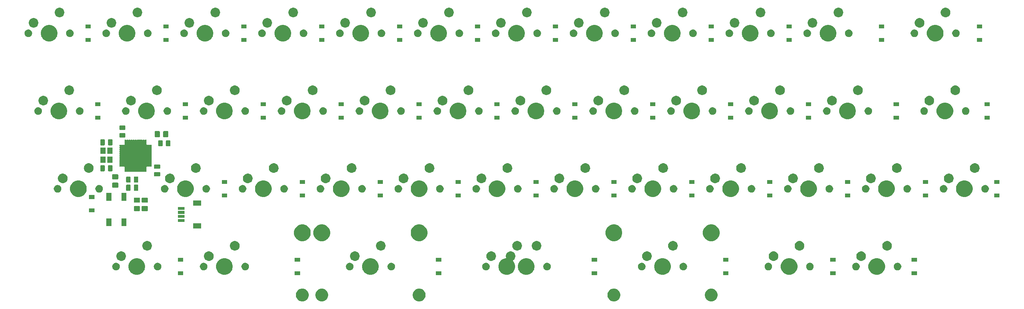
<source format=gbr>
G04 #@! TF.GenerationSoftware,KiCad,Pcbnew,5.1.5+dfsg1-2build2*
G04 #@! TF.CreationDate,2020-12-14T21:51:38+03:00*
G04 #@! TF.ProjectId,Rynok40,52796e6f-6b34-4302-9e6b-696361645f70,rev?*
G04 #@! TF.SameCoordinates,Original*
G04 #@! TF.FileFunction,Soldermask,Bot*
G04 #@! TF.FilePolarity,Negative*
%FSLAX46Y46*%
G04 Gerber Fmt 4.6, Leading zero omitted, Abs format (unit mm)*
G04 Created by KiCad (PCBNEW 5.1.5+dfsg1-2build2) date 2020-12-14 21:51:38*
%MOMM*%
%LPD*%
G04 APERTURE LIST*
%ADD10C,0.100000*%
G04 APERTURE END LIST*
D10*
G36*
X255577267Y-244835263D02*
G01*
X255729411Y-244865526D01*
X255848137Y-244914704D01*
X256016041Y-244984252D01*
X256016042Y-244984253D01*
X256274004Y-245156617D01*
X256493383Y-245375996D01*
X256608553Y-245548361D01*
X256665748Y-245633959D01*
X256784474Y-245920590D01*
X256845000Y-246224875D01*
X256845000Y-246535125D01*
X256784474Y-246839410D01*
X256665748Y-247126041D01*
X256665747Y-247126042D01*
X256493383Y-247384004D01*
X256274004Y-247603383D01*
X256101639Y-247718553D01*
X256016041Y-247775748D01*
X255848137Y-247845296D01*
X255729411Y-247894474D01*
X255577267Y-247924737D01*
X255425125Y-247955000D01*
X255108525Y-247955000D01*
X254956383Y-247924737D01*
X254804239Y-247894474D01*
X254685513Y-247845296D01*
X254517609Y-247775748D01*
X254432011Y-247718553D01*
X254259646Y-247603383D01*
X254040267Y-247384004D01*
X253867903Y-247126042D01*
X253867902Y-247126041D01*
X253749176Y-246839410D01*
X253688650Y-246535125D01*
X253688650Y-246224875D01*
X253749176Y-245920590D01*
X253867902Y-245633959D01*
X253925097Y-245548361D01*
X254040267Y-245375996D01*
X254259646Y-245156617D01*
X254517608Y-244984253D01*
X254517609Y-244984252D01*
X254685513Y-244914704D01*
X254804239Y-244865526D01*
X254956383Y-244835263D01*
X255108525Y-244805000D01*
X255425125Y-244805000D01*
X255577267Y-244835263D01*
G37*
G36*
X155571117Y-244835263D02*
G01*
X155723261Y-244865526D01*
X155841987Y-244914704D01*
X156009891Y-244984252D01*
X156009892Y-244984253D01*
X156267854Y-245156617D01*
X156487233Y-245375996D01*
X156602403Y-245548361D01*
X156659598Y-245633959D01*
X156778324Y-245920590D01*
X156838850Y-246224875D01*
X156838850Y-246535125D01*
X156778324Y-246839410D01*
X156659598Y-247126041D01*
X156659597Y-247126042D01*
X156487233Y-247384004D01*
X156267854Y-247603383D01*
X156095489Y-247718553D01*
X156009891Y-247775748D01*
X155841987Y-247845296D01*
X155723261Y-247894474D01*
X155571117Y-247924737D01*
X155418975Y-247955000D01*
X155108725Y-247955000D01*
X154956583Y-247924737D01*
X154804439Y-247894474D01*
X154685713Y-247845296D01*
X154517809Y-247775748D01*
X154432211Y-247718553D01*
X154259846Y-247603383D01*
X154040467Y-247384004D01*
X153868103Y-247126042D01*
X153868102Y-247126041D01*
X153749376Y-246839410D01*
X153688850Y-246535125D01*
X153688850Y-246224875D01*
X153749376Y-245920590D01*
X153868102Y-245633959D01*
X153925297Y-245548361D01*
X154040467Y-245375996D01*
X154259846Y-245156617D01*
X154517808Y-244984253D01*
X154517809Y-244984252D01*
X154685713Y-244914704D01*
X154804439Y-244865526D01*
X154956583Y-244835263D01*
X155108725Y-244805000D01*
X155418975Y-244805000D01*
X155571117Y-244835263D01*
G37*
G36*
X160327267Y-244835263D02*
G01*
X160479411Y-244865526D01*
X160598137Y-244914704D01*
X160766041Y-244984252D01*
X160766042Y-244984253D01*
X161024004Y-245156617D01*
X161243383Y-245375996D01*
X161358553Y-245548361D01*
X161415748Y-245633959D01*
X161534474Y-245920590D01*
X161595000Y-246224875D01*
X161595000Y-246535125D01*
X161534474Y-246839410D01*
X161415748Y-247126041D01*
X161415747Y-247126042D01*
X161243383Y-247384004D01*
X161024004Y-247603383D01*
X160851639Y-247718553D01*
X160766041Y-247775748D01*
X160598137Y-247845296D01*
X160479411Y-247894474D01*
X160327267Y-247924737D01*
X160175125Y-247955000D01*
X159864875Y-247955000D01*
X159712733Y-247924737D01*
X159560589Y-247894474D01*
X159441863Y-247845296D01*
X159273959Y-247775748D01*
X159188361Y-247718553D01*
X159015996Y-247603383D01*
X158796617Y-247384004D01*
X158624253Y-247126042D01*
X158624252Y-247126041D01*
X158505526Y-246839410D01*
X158445000Y-246535125D01*
X158445000Y-246224875D01*
X158505526Y-245920590D01*
X158624252Y-245633959D01*
X158681447Y-245548361D01*
X158796617Y-245375996D01*
X159015996Y-245156617D01*
X159273958Y-244984253D01*
X159273959Y-244984252D01*
X159441863Y-244914704D01*
X159560589Y-244865526D01*
X159712733Y-244835263D01*
X159864875Y-244805000D01*
X160175125Y-244805000D01*
X160327267Y-244835263D01*
G37*
G36*
X184139767Y-244835263D02*
G01*
X184291911Y-244865526D01*
X184410637Y-244914704D01*
X184578541Y-244984252D01*
X184578542Y-244984253D01*
X184836504Y-245156617D01*
X185055883Y-245375996D01*
X185171053Y-245548361D01*
X185228248Y-245633959D01*
X185346974Y-245920590D01*
X185407500Y-246224875D01*
X185407500Y-246535125D01*
X185346974Y-246839410D01*
X185228248Y-247126041D01*
X185228247Y-247126042D01*
X185055883Y-247384004D01*
X184836504Y-247603383D01*
X184664139Y-247718553D01*
X184578541Y-247775748D01*
X184410637Y-247845296D01*
X184291911Y-247894474D01*
X184139767Y-247924737D01*
X183987625Y-247955000D01*
X183677375Y-247955000D01*
X183525233Y-247924737D01*
X183373089Y-247894474D01*
X183254363Y-247845296D01*
X183086459Y-247775748D01*
X183000861Y-247718553D01*
X182828496Y-247603383D01*
X182609117Y-247384004D01*
X182436753Y-247126042D01*
X182436752Y-247126041D01*
X182318026Y-246839410D01*
X182257500Y-246535125D01*
X182257500Y-246224875D01*
X182318026Y-245920590D01*
X182436752Y-245633959D01*
X182493947Y-245548361D01*
X182609117Y-245375996D01*
X182828496Y-245156617D01*
X183086458Y-244984253D01*
X183086459Y-244984252D01*
X183254363Y-244914704D01*
X183373089Y-244865526D01*
X183525233Y-244835263D01*
X183677375Y-244805000D01*
X183987625Y-244805000D01*
X184139767Y-244835263D01*
G37*
G36*
X231764767Y-244835263D02*
G01*
X231916911Y-244865526D01*
X232035637Y-244914704D01*
X232203541Y-244984252D01*
X232203542Y-244984253D01*
X232461504Y-245156617D01*
X232680883Y-245375996D01*
X232796053Y-245548361D01*
X232853248Y-245633959D01*
X232971974Y-245920590D01*
X233032500Y-246224875D01*
X233032500Y-246535125D01*
X232971974Y-246839410D01*
X232853248Y-247126041D01*
X232853247Y-247126042D01*
X232680883Y-247384004D01*
X232461504Y-247603383D01*
X232289139Y-247718553D01*
X232203541Y-247775748D01*
X232035637Y-247845296D01*
X231916911Y-247894474D01*
X231764767Y-247924737D01*
X231612625Y-247955000D01*
X231302375Y-247955000D01*
X231150233Y-247924737D01*
X230998089Y-247894474D01*
X230879363Y-247845296D01*
X230711459Y-247775748D01*
X230625861Y-247718553D01*
X230453496Y-247603383D01*
X230234117Y-247384004D01*
X230061753Y-247126042D01*
X230061752Y-247126041D01*
X229943026Y-246839410D01*
X229882500Y-246535125D01*
X229882500Y-246224875D01*
X229943026Y-245920590D01*
X230061752Y-245633959D01*
X230118947Y-245548361D01*
X230234117Y-245375996D01*
X230453496Y-245156617D01*
X230711458Y-244984253D01*
X230711459Y-244984252D01*
X230879363Y-244914704D01*
X230998089Y-244865526D01*
X231150233Y-244835263D01*
X231302375Y-244805000D01*
X231612625Y-244805000D01*
X231764767Y-244835263D01*
G37*
G36*
X189246250Y-241546000D02*
G01*
X187944250Y-241546000D01*
X187944250Y-240544000D01*
X189246250Y-240544000D01*
X189246250Y-241546000D01*
G37*
G36*
X126143250Y-241546000D02*
G01*
X124841250Y-241546000D01*
X124841250Y-240544000D01*
X126143250Y-240544000D01*
X126143250Y-241546000D01*
G37*
G36*
X154715000Y-241546000D02*
G01*
X153413000Y-241546000D01*
X153413000Y-240544000D01*
X154715000Y-240544000D01*
X154715000Y-241546000D01*
G37*
G36*
X227346250Y-241546000D02*
G01*
X226044250Y-241546000D01*
X226044250Y-240544000D01*
X227346250Y-240544000D01*
X227346250Y-241546000D01*
G37*
G36*
X259493250Y-241546000D02*
G01*
X258191250Y-241546000D01*
X258191250Y-240544000D01*
X259493250Y-240544000D01*
X259493250Y-241546000D01*
G37*
G36*
X285687000Y-241546000D02*
G01*
X284385000Y-241546000D01*
X284385000Y-240544000D01*
X285687000Y-240544000D01*
X285687000Y-241546000D01*
G37*
G36*
X305589750Y-241546000D02*
G01*
X304287750Y-241546000D01*
X304287750Y-240544000D01*
X305589750Y-240544000D01*
X305589750Y-241546000D01*
G37*
G36*
X136803974Y-237428684D02*
G01*
X137021974Y-237518983D01*
X137176123Y-237582833D01*
X137511048Y-237806623D01*
X137795877Y-238091452D01*
X138019667Y-238426377D01*
X138052062Y-238504586D01*
X138173816Y-238798526D01*
X138252400Y-239193594D01*
X138252400Y-239596406D01*
X138173816Y-239991474D01*
X138122951Y-240114272D01*
X138019667Y-240363623D01*
X137795877Y-240698548D01*
X137511048Y-240983377D01*
X137176123Y-241207167D01*
X137021974Y-241271017D01*
X136803974Y-241361316D01*
X136408906Y-241439900D01*
X136006094Y-241439900D01*
X135611026Y-241361316D01*
X135393026Y-241271017D01*
X135238877Y-241207167D01*
X134903952Y-240983377D01*
X134619123Y-240698548D01*
X134395333Y-240363623D01*
X134292049Y-240114272D01*
X134241184Y-239991474D01*
X134162600Y-239596406D01*
X134162600Y-239193594D01*
X134241184Y-238798526D01*
X134362938Y-238504586D01*
X134395333Y-238426377D01*
X134619123Y-238091452D01*
X134903952Y-237806623D01*
X135238877Y-237582833D01*
X135393026Y-237518983D01*
X135611026Y-237428684D01*
X136006094Y-237350100D01*
X136408906Y-237350100D01*
X136803974Y-237428684D01*
G37*
G36*
X206407810Y-235694064D02*
G01*
X206559277Y-235724193D01*
X206773295Y-235812842D01*
X206773296Y-235812843D01*
X206965904Y-235941539D01*
X207129711Y-236105346D01*
X207215508Y-236233751D01*
X207258408Y-236297955D01*
X207347057Y-236511973D01*
X207392250Y-236739174D01*
X207392250Y-236970826D01*
X207347057Y-237198027D01*
X207258408Y-237412045D01*
X207258407Y-237412046D01*
X207129711Y-237604654D01*
X206965904Y-237768461D01*
X206908790Y-237806623D01*
X206830718Y-237858789D01*
X206811781Y-237874330D01*
X206796236Y-237893272D01*
X206784684Y-237914882D01*
X206777571Y-237938331D01*
X206775169Y-237962717D01*
X206777571Y-237987103D01*
X206784684Y-238010552D01*
X206796235Y-238032163D01*
X206811775Y-238051100D01*
X206852127Y-238091452D01*
X207075917Y-238426377D01*
X207108312Y-238504586D01*
X207230066Y-238798526D01*
X207308650Y-239193594D01*
X207308650Y-239596406D01*
X207230066Y-239991474D01*
X207179201Y-240114272D01*
X207075917Y-240363623D01*
X206852127Y-240698548D01*
X206567298Y-240983377D01*
X206232373Y-241207167D01*
X206078224Y-241271017D01*
X205860224Y-241361316D01*
X205465156Y-241439900D01*
X205062344Y-241439900D01*
X204667276Y-241361316D01*
X204449276Y-241271017D01*
X204295127Y-241207167D01*
X203960202Y-240983377D01*
X203675373Y-240698548D01*
X203451583Y-240363623D01*
X203348299Y-240114272D01*
X203297434Y-239991474D01*
X203218850Y-239596406D01*
X203218850Y-239193594D01*
X203297434Y-238798526D01*
X203419188Y-238504586D01*
X203451583Y-238426377D01*
X203675373Y-238091452D01*
X203960202Y-237806623D01*
X204295127Y-237582833D01*
X204449276Y-237518983D01*
X204667276Y-237428684D01*
X204992496Y-237363994D01*
X205015945Y-237356881D01*
X205037556Y-237345330D01*
X205056498Y-237329785D01*
X205072043Y-237310843D01*
X205083594Y-237289232D01*
X205090707Y-237265783D01*
X205093109Y-237241397D01*
X205090707Y-237217011D01*
X205086386Y-237202766D01*
X205040250Y-236970827D01*
X205040250Y-236739173D01*
X205085443Y-236511975D01*
X205085443Y-236511973D01*
X205174092Y-236297955D01*
X205216992Y-236233751D01*
X205302789Y-236105346D01*
X205466596Y-235941539D01*
X205659204Y-235812843D01*
X205659205Y-235812842D01*
X205873223Y-235724193D01*
X206024690Y-235694064D01*
X206100423Y-235679000D01*
X206332077Y-235679000D01*
X206407810Y-235694064D01*
G37*
G36*
X115372724Y-237428684D02*
G01*
X115590724Y-237518983D01*
X115744873Y-237582833D01*
X116079798Y-237806623D01*
X116364627Y-238091452D01*
X116588417Y-238426377D01*
X116620812Y-238504586D01*
X116742566Y-238798526D01*
X116821150Y-239193594D01*
X116821150Y-239596406D01*
X116742566Y-239991474D01*
X116691701Y-240114272D01*
X116588417Y-240363623D01*
X116364627Y-240698548D01*
X116079798Y-240983377D01*
X115744873Y-241207167D01*
X115590724Y-241271017D01*
X115372724Y-241361316D01*
X114977656Y-241439900D01*
X114574844Y-241439900D01*
X114179776Y-241361316D01*
X113961776Y-241271017D01*
X113807627Y-241207167D01*
X113472702Y-240983377D01*
X113187873Y-240698548D01*
X112964083Y-240363623D01*
X112860799Y-240114272D01*
X112809934Y-239991474D01*
X112731350Y-239596406D01*
X112731350Y-239193594D01*
X112809934Y-238798526D01*
X112931688Y-238504586D01*
X112964083Y-238426377D01*
X113187873Y-238091452D01*
X113472702Y-237806623D01*
X113807627Y-237582833D01*
X113961776Y-237518983D01*
X114179776Y-237428684D01*
X114574844Y-237350100D01*
X114977656Y-237350100D01*
X115372724Y-237428684D01*
G37*
G36*
X210622724Y-237428684D02*
G01*
X210840724Y-237518983D01*
X210994873Y-237582833D01*
X211329798Y-237806623D01*
X211614627Y-238091452D01*
X211838417Y-238426377D01*
X211870812Y-238504586D01*
X211992566Y-238798526D01*
X212071150Y-239193594D01*
X212071150Y-239596406D01*
X211992566Y-239991474D01*
X211941701Y-240114272D01*
X211838417Y-240363623D01*
X211614627Y-240698548D01*
X211329798Y-240983377D01*
X210994873Y-241207167D01*
X210840724Y-241271017D01*
X210622724Y-241361316D01*
X210227656Y-241439900D01*
X209824844Y-241439900D01*
X209429776Y-241361316D01*
X209211776Y-241271017D01*
X209057627Y-241207167D01*
X208722702Y-240983377D01*
X208437873Y-240698548D01*
X208214083Y-240363623D01*
X208110799Y-240114272D01*
X208059934Y-239991474D01*
X207981350Y-239596406D01*
X207981350Y-239193594D01*
X208059934Y-238798526D01*
X208181688Y-238504586D01*
X208214083Y-238426377D01*
X208437873Y-238091452D01*
X208722702Y-237806623D01*
X209057627Y-237582833D01*
X209211776Y-237518983D01*
X209429776Y-237428684D01*
X209824844Y-237350100D01*
X210227656Y-237350100D01*
X210622724Y-237428684D01*
G37*
G36*
X296347724Y-237428684D02*
G01*
X296565724Y-237518983D01*
X296719873Y-237582833D01*
X297054798Y-237806623D01*
X297339627Y-238091452D01*
X297563417Y-238426377D01*
X297595812Y-238504586D01*
X297717566Y-238798526D01*
X297796150Y-239193594D01*
X297796150Y-239596406D01*
X297717566Y-239991474D01*
X297666701Y-240114272D01*
X297563417Y-240363623D01*
X297339627Y-240698548D01*
X297054798Y-240983377D01*
X296719873Y-241207167D01*
X296565724Y-241271017D01*
X296347724Y-241361316D01*
X295952656Y-241439900D01*
X295549844Y-241439900D01*
X295154776Y-241361316D01*
X294936776Y-241271017D01*
X294782627Y-241207167D01*
X294447702Y-240983377D01*
X294162873Y-240698548D01*
X293939083Y-240363623D01*
X293835799Y-240114272D01*
X293784934Y-239991474D01*
X293706350Y-239596406D01*
X293706350Y-239193594D01*
X293784934Y-238798526D01*
X293906688Y-238504586D01*
X293939083Y-238426377D01*
X294162873Y-238091452D01*
X294447702Y-237806623D01*
X294782627Y-237582833D01*
X294936776Y-237518983D01*
X295154776Y-237428684D01*
X295549844Y-237350100D01*
X295952656Y-237350100D01*
X296347724Y-237428684D01*
G37*
G36*
X274916474Y-237428684D02*
G01*
X275134474Y-237518983D01*
X275288623Y-237582833D01*
X275623548Y-237806623D01*
X275908377Y-238091452D01*
X276132167Y-238426377D01*
X276164562Y-238504586D01*
X276286316Y-238798526D01*
X276364900Y-239193594D01*
X276364900Y-239596406D01*
X276286316Y-239991474D01*
X276235451Y-240114272D01*
X276132167Y-240363623D01*
X275908377Y-240698548D01*
X275623548Y-240983377D01*
X275288623Y-241207167D01*
X275134474Y-241271017D01*
X274916474Y-241361316D01*
X274521406Y-241439900D01*
X274118594Y-241439900D01*
X273723526Y-241361316D01*
X273505526Y-241271017D01*
X273351377Y-241207167D01*
X273016452Y-240983377D01*
X272731623Y-240698548D01*
X272507833Y-240363623D01*
X272404549Y-240114272D01*
X272353684Y-239991474D01*
X272275100Y-239596406D01*
X272275100Y-239193594D01*
X272353684Y-238798526D01*
X272475438Y-238504586D01*
X272507833Y-238426377D01*
X272731623Y-238091452D01*
X273016452Y-237806623D01*
X273351377Y-237582833D01*
X273505526Y-237518983D01*
X273723526Y-237428684D01*
X274118594Y-237350100D01*
X274521406Y-237350100D01*
X274916474Y-237428684D01*
G37*
G36*
X243960224Y-237428684D02*
G01*
X244178224Y-237518983D01*
X244332373Y-237582833D01*
X244667298Y-237806623D01*
X244952127Y-238091452D01*
X245175917Y-238426377D01*
X245208312Y-238504586D01*
X245330066Y-238798526D01*
X245408650Y-239193594D01*
X245408650Y-239596406D01*
X245330066Y-239991474D01*
X245279201Y-240114272D01*
X245175917Y-240363623D01*
X244952127Y-240698548D01*
X244667298Y-240983377D01*
X244332373Y-241207167D01*
X244178224Y-241271017D01*
X243960224Y-241361316D01*
X243565156Y-241439900D01*
X243162344Y-241439900D01*
X242767276Y-241361316D01*
X242549276Y-241271017D01*
X242395127Y-241207167D01*
X242060202Y-240983377D01*
X241775373Y-240698548D01*
X241551583Y-240363623D01*
X241448299Y-240114272D01*
X241397434Y-239991474D01*
X241318850Y-239596406D01*
X241318850Y-239193594D01*
X241397434Y-238798526D01*
X241519188Y-238504586D01*
X241551583Y-238426377D01*
X241775373Y-238091452D01*
X242060202Y-237806623D01*
X242395127Y-237582833D01*
X242549276Y-237518983D01*
X242767276Y-237428684D01*
X243162344Y-237350100D01*
X243565156Y-237350100D01*
X243960224Y-237428684D01*
G37*
G36*
X172522724Y-237428684D02*
G01*
X172740724Y-237518983D01*
X172894873Y-237582833D01*
X173229798Y-237806623D01*
X173514627Y-238091452D01*
X173738417Y-238426377D01*
X173770812Y-238504586D01*
X173892566Y-238798526D01*
X173971150Y-239193594D01*
X173971150Y-239596406D01*
X173892566Y-239991474D01*
X173841701Y-240114272D01*
X173738417Y-240363623D01*
X173514627Y-240698548D01*
X173229798Y-240983377D01*
X172894873Y-241207167D01*
X172740724Y-241271017D01*
X172522724Y-241361316D01*
X172127656Y-241439900D01*
X171724844Y-241439900D01*
X171329776Y-241361316D01*
X171111776Y-241271017D01*
X170957627Y-241207167D01*
X170622702Y-240983377D01*
X170337873Y-240698548D01*
X170114083Y-240363623D01*
X170010799Y-240114272D01*
X169959934Y-239991474D01*
X169881350Y-239596406D01*
X169881350Y-239193594D01*
X169959934Y-238798526D01*
X170081688Y-238504586D01*
X170114083Y-238426377D01*
X170337873Y-238091452D01*
X170622702Y-237806623D01*
X170957627Y-237582833D01*
X171111776Y-237518983D01*
X171329776Y-237428684D01*
X171724844Y-237350100D01*
X172127656Y-237350100D01*
X172522724Y-237428684D01*
G37*
G36*
X131397604Y-238504585D02*
G01*
X131566126Y-238574389D01*
X131717791Y-238675728D01*
X131846772Y-238804709D01*
X131948111Y-238956374D01*
X132017915Y-239124896D01*
X132053500Y-239303797D01*
X132053500Y-239486203D01*
X132017915Y-239665104D01*
X131948111Y-239833626D01*
X131846772Y-239985291D01*
X131717791Y-240114272D01*
X131566126Y-240215611D01*
X131397604Y-240285415D01*
X131218703Y-240321000D01*
X131036297Y-240321000D01*
X130857396Y-240285415D01*
X130688874Y-240215611D01*
X130537209Y-240114272D01*
X130408228Y-239985291D01*
X130306889Y-239833626D01*
X130237085Y-239665104D01*
X130201500Y-239486203D01*
X130201500Y-239303797D01*
X130237085Y-239124896D01*
X130306889Y-238956374D01*
X130408228Y-238804709D01*
X130537209Y-238675728D01*
X130688874Y-238574389D01*
X130857396Y-238504585D01*
X131036297Y-238469000D01*
X131218703Y-238469000D01*
X131397604Y-238504585D01*
G37*
G36*
X290941354Y-238504585D02*
G01*
X291109876Y-238574389D01*
X291261541Y-238675728D01*
X291390522Y-238804709D01*
X291491861Y-238956374D01*
X291561665Y-239124896D01*
X291597250Y-239303797D01*
X291597250Y-239486203D01*
X291561665Y-239665104D01*
X291491861Y-239833626D01*
X291390522Y-239985291D01*
X291261541Y-240114272D01*
X291109876Y-240215611D01*
X290941354Y-240285415D01*
X290762453Y-240321000D01*
X290580047Y-240321000D01*
X290401146Y-240285415D01*
X290232624Y-240215611D01*
X290080959Y-240114272D01*
X289951978Y-239985291D01*
X289850639Y-239833626D01*
X289780835Y-239665104D01*
X289745250Y-239486203D01*
X289745250Y-239303797D01*
X289780835Y-239124896D01*
X289850639Y-238956374D01*
X289951978Y-238804709D01*
X290080959Y-238675728D01*
X290232624Y-238574389D01*
X290401146Y-238504585D01*
X290580047Y-238469000D01*
X290762453Y-238469000D01*
X290941354Y-238504585D01*
G37*
G36*
X301101354Y-238504585D02*
G01*
X301269876Y-238574389D01*
X301421541Y-238675728D01*
X301550522Y-238804709D01*
X301651861Y-238956374D01*
X301721665Y-239124896D01*
X301757250Y-239303797D01*
X301757250Y-239486203D01*
X301721665Y-239665104D01*
X301651861Y-239833626D01*
X301550522Y-239985291D01*
X301421541Y-240114272D01*
X301269876Y-240215611D01*
X301101354Y-240285415D01*
X300922453Y-240321000D01*
X300740047Y-240321000D01*
X300561146Y-240285415D01*
X300392624Y-240215611D01*
X300240959Y-240114272D01*
X300111978Y-239985291D01*
X300010639Y-239833626D01*
X299940835Y-239665104D01*
X299905250Y-239486203D01*
X299905250Y-239303797D01*
X299940835Y-239124896D01*
X300010639Y-238956374D01*
X300111978Y-238804709D01*
X300240959Y-238675728D01*
X300392624Y-238574389D01*
X300561146Y-238504585D01*
X300740047Y-238469000D01*
X300922453Y-238469000D01*
X301101354Y-238504585D01*
G37*
G36*
X269510104Y-238504585D02*
G01*
X269678626Y-238574389D01*
X269830291Y-238675728D01*
X269959272Y-238804709D01*
X270060611Y-238956374D01*
X270130415Y-239124896D01*
X270166000Y-239303797D01*
X270166000Y-239486203D01*
X270130415Y-239665104D01*
X270060611Y-239833626D01*
X269959272Y-239985291D01*
X269830291Y-240114272D01*
X269678626Y-240215611D01*
X269510104Y-240285415D01*
X269331203Y-240321000D01*
X269148797Y-240321000D01*
X268969896Y-240285415D01*
X268801374Y-240215611D01*
X268649709Y-240114272D01*
X268520728Y-239985291D01*
X268419389Y-239833626D01*
X268349585Y-239665104D01*
X268314000Y-239486203D01*
X268314000Y-239303797D01*
X268349585Y-239124896D01*
X268419389Y-238956374D01*
X268520728Y-238804709D01*
X268649709Y-238675728D01*
X268801374Y-238574389D01*
X268969896Y-238504585D01*
X269148797Y-238469000D01*
X269331203Y-238469000D01*
X269510104Y-238504585D01*
G37*
G36*
X279670104Y-238504585D02*
G01*
X279838626Y-238574389D01*
X279990291Y-238675728D01*
X280119272Y-238804709D01*
X280220611Y-238956374D01*
X280290415Y-239124896D01*
X280326000Y-239303797D01*
X280326000Y-239486203D01*
X280290415Y-239665104D01*
X280220611Y-239833626D01*
X280119272Y-239985291D01*
X279990291Y-240114272D01*
X279838626Y-240215611D01*
X279670104Y-240285415D01*
X279491203Y-240321000D01*
X279308797Y-240321000D01*
X279129896Y-240285415D01*
X278961374Y-240215611D01*
X278809709Y-240114272D01*
X278680728Y-239985291D01*
X278579389Y-239833626D01*
X278509585Y-239665104D01*
X278474000Y-239486203D01*
X278474000Y-239303797D01*
X278509585Y-239124896D01*
X278579389Y-238956374D01*
X278680728Y-238804709D01*
X278809709Y-238675728D01*
X278961374Y-238574389D01*
X279129896Y-238504585D01*
X279308797Y-238469000D01*
X279491203Y-238469000D01*
X279670104Y-238504585D01*
G37*
G36*
X120126354Y-238504585D02*
G01*
X120294876Y-238574389D01*
X120446541Y-238675728D01*
X120575522Y-238804709D01*
X120676861Y-238956374D01*
X120746665Y-239124896D01*
X120782250Y-239303797D01*
X120782250Y-239486203D01*
X120746665Y-239665104D01*
X120676861Y-239833626D01*
X120575522Y-239985291D01*
X120446541Y-240114272D01*
X120294876Y-240215611D01*
X120126354Y-240285415D01*
X119947453Y-240321000D01*
X119765047Y-240321000D01*
X119586146Y-240285415D01*
X119417624Y-240215611D01*
X119265959Y-240114272D01*
X119136978Y-239985291D01*
X119035639Y-239833626D01*
X118965835Y-239665104D01*
X118930250Y-239486203D01*
X118930250Y-239303797D01*
X118965835Y-239124896D01*
X119035639Y-238956374D01*
X119136978Y-238804709D01*
X119265959Y-238675728D01*
X119417624Y-238574389D01*
X119586146Y-238504585D01*
X119765047Y-238469000D01*
X119947453Y-238469000D01*
X120126354Y-238504585D01*
G37*
G36*
X238553854Y-238504585D02*
G01*
X238722376Y-238574389D01*
X238874041Y-238675728D01*
X239003022Y-238804709D01*
X239104361Y-238956374D01*
X239174165Y-239124896D01*
X239209750Y-239303797D01*
X239209750Y-239486203D01*
X239174165Y-239665104D01*
X239104361Y-239833626D01*
X239003022Y-239985291D01*
X238874041Y-240114272D01*
X238722376Y-240215611D01*
X238553854Y-240285415D01*
X238374953Y-240321000D01*
X238192547Y-240321000D01*
X238013646Y-240285415D01*
X237845124Y-240215611D01*
X237693459Y-240114272D01*
X237564478Y-239985291D01*
X237463139Y-239833626D01*
X237393335Y-239665104D01*
X237357750Y-239486203D01*
X237357750Y-239303797D01*
X237393335Y-239124896D01*
X237463139Y-238956374D01*
X237564478Y-238804709D01*
X237693459Y-238675728D01*
X237845124Y-238574389D01*
X238013646Y-238504585D01*
X238192547Y-238469000D01*
X238374953Y-238469000D01*
X238553854Y-238504585D01*
G37*
G36*
X200453854Y-238504585D02*
G01*
X200622376Y-238574389D01*
X200774041Y-238675728D01*
X200903022Y-238804709D01*
X201004361Y-238956374D01*
X201074165Y-239124896D01*
X201109750Y-239303797D01*
X201109750Y-239486203D01*
X201074165Y-239665104D01*
X201004361Y-239833626D01*
X200903022Y-239985291D01*
X200774041Y-240114272D01*
X200622376Y-240215611D01*
X200453854Y-240285415D01*
X200274953Y-240321000D01*
X200092547Y-240321000D01*
X199913646Y-240285415D01*
X199745124Y-240215611D01*
X199593459Y-240114272D01*
X199464478Y-239985291D01*
X199363139Y-239833626D01*
X199293335Y-239665104D01*
X199257750Y-239486203D01*
X199257750Y-239303797D01*
X199293335Y-239124896D01*
X199363139Y-238956374D01*
X199464478Y-238804709D01*
X199593459Y-238675728D01*
X199745124Y-238574389D01*
X199913646Y-238504585D01*
X200092547Y-238469000D01*
X200274953Y-238469000D01*
X200453854Y-238504585D01*
G37*
G36*
X248713854Y-238504585D02*
G01*
X248882376Y-238574389D01*
X249034041Y-238675728D01*
X249163022Y-238804709D01*
X249264361Y-238956374D01*
X249334165Y-239124896D01*
X249369750Y-239303797D01*
X249369750Y-239486203D01*
X249334165Y-239665104D01*
X249264361Y-239833626D01*
X249163022Y-239985291D01*
X249034041Y-240114272D01*
X248882376Y-240215611D01*
X248713854Y-240285415D01*
X248534953Y-240321000D01*
X248352547Y-240321000D01*
X248173646Y-240285415D01*
X248005124Y-240215611D01*
X247853459Y-240114272D01*
X247724478Y-239985291D01*
X247623139Y-239833626D01*
X247553335Y-239665104D01*
X247517750Y-239486203D01*
X247517750Y-239303797D01*
X247553335Y-239124896D01*
X247623139Y-238956374D01*
X247724478Y-238804709D01*
X247853459Y-238675728D01*
X248005124Y-238574389D01*
X248173646Y-238504585D01*
X248352547Y-238469000D01*
X248534953Y-238469000D01*
X248713854Y-238504585D01*
G37*
G36*
X177276354Y-238504585D02*
G01*
X177444876Y-238574389D01*
X177596541Y-238675728D01*
X177725522Y-238804709D01*
X177826861Y-238956374D01*
X177896665Y-239124896D01*
X177932250Y-239303797D01*
X177932250Y-239486203D01*
X177896665Y-239665104D01*
X177826861Y-239833626D01*
X177725522Y-239985291D01*
X177596541Y-240114272D01*
X177444876Y-240215611D01*
X177276354Y-240285415D01*
X177097453Y-240321000D01*
X176915047Y-240321000D01*
X176736146Y-240285415D01*
X176567624Y-240215611D01*
X176415959Y-240114272D01*
X176286978Y-239985291D01*
X176185639Y-239833626D01*
X176115835Y-239665104D01*
X176080250Y-239486203D01*
X176080250Y-239303797D01*
X176115835Y-239124896D01*
X176185639Y-238956374D01*
X176286978Y-238804709D01*
X176415959Y-238675728D01*
X176567624Y-238574389D01*
X176736146Y-238504585D01*
X176915047Y-238469000D01*
X177097453Y-238469000D01*
X177276354Y-238504585D01*
G37*
G36*
X141557604Y-238504585D02*
G01*
X141726126Y-238574389D01*
X141877791Y-238675728D01*
X142006772Y-238804709D01*
X142108111Y-238956374D01*
X142177915Y-239124896D01*
X142213500Y-239303797D01*
X142213500Y-239486203D01*
X142177915Y-239665104D01*
X142108111Y-239833626D01*
X142006772Y-239985291D01*
X141877791Y-240114272D01*
X141726126Y-240215611D01*
X141557604Y-240285415D01*
X141378703Y-240321000D01*
X141196297Y-240321000D01*
X141017396Y-240285415D01*
X140848874Y-240215611D01*
X140697209Y-240114272D01*
X140568228Y-239985291D01*
X140466889Y-239833626D01*
X140397085Y-239665104D01*
X140361500Y-239486203D01*
X140361500Y-239303797D01*
X140397085Y-239124896D01*
X140466889Y-238956374D01*
X140568228Y-238804709D01*
X140697209Y-238675728D01*
X140848874Y-238574389D01*
X141017396Y-238504585D01*
X141196297Y-238469000D01*
X141378703Y-238469000D01*
X141557604Y-238504585D01*
G37*
G36*
X167116354Y-238504585D02*
G01*
X167284876Y-238574389D01*
X167436541Y-238675728D01*
X167565522Y-238804709D01*
X167666861Y-238956374D01*
X167736665Y-239124896D01*
X167772250Y-239303797D01*
X167772250Y-239486203D01*
X167736665Y-239665104D01*
X167666861Y-239833626D01*
X167565522Y-239985291D01*
X167436541Y-240114272D01*
X167284876Y-240215611D01*
X167116354Y-240285415D01*
X166937453Y-240321000D01*
X166755047Y-240321000D01*
X166576146Y-240285415D01*
X166407624Y-240215611D01*
X166255959Y-240114272D01*
X166126978Y-239985291D01*
X166025639Y-239833626D01*
X165955835Y-239665104D01*
X165920250Y-239486203D01*
X165920250Y-239303797D01*
X165955835Y-239124896D01*
X166025639Y-238956374D01*
X166126978Y-238804709D01*
X166255959Y-238675728D01*
X166407624Y-238574389D01*
X166576146Y-238504585D01*
X166755047Y-238469000D01*
X166937453Y-238469000D01*
X167116354Y-238504585D01*
G37*
G36*
X215376354Y-238504585D02*
G01*
X215544876Y-238574389D01*
X215696541Y-238675728D01*
X215825522Y-238804709D01*
X215926861Y-238956374D01*
X215996665Y-239124896D01*
X216032250Y-239303797D01*
X216032250Y-239486203D01*
X215996665Y-239665104D01*
X215926861Y-239833626D01*
X215825522Y-239985291D01*
X215696541Y-240114272D01*
X215544876Y-240215611D01*
X215376354Y-240285415D01*
X215197453Y-240321000D01*
X215015047Y-240321000D01*
X214836146Y-240285415D01*
X214667624Y-240215611D01*
X214515959Y-240114272D01*
X214386978Y-239985291D01*
X214285639Y-239833626D01*
X214215835Y-239665104D01*
X214180250Y-239486203D01*
X214180250Y-239303797D01*
X214215835Y-239124896D01*
X214285639Y-238956374D01*
X214386978Y-238804709D01*
X214515959Y-238675728D01*
X214667624Y-238574389D01*
X214836146Y-238504585D01*
X215015047Y-238469000D01*
X215197453Y-238469000D01*
X215376354Y-238504585D01*
G37*
G36*
X109966354Y-238504585D02*
G01*
X110134876Y-238574389D01*
X110286541Y-238675728D01*
X110415522Y-238804709D01*
X110516861Y-238956374D01*
X110586665Y-239124896D01*
X110622250Y-239303797D01*
X110622250Y-239486203D01*
X110586665Y-239665104D01*
X110516861Y-239833626D01*
X110415522Y-239985291D01*
X110286541Y-240114272D01*
X110134876Y-240215611D01*
X109966354Y-240285415D01*
X109787453Y-240321000D01*
X109605047Y-240321000D01*
X109426146Y-240285415D01*
X109257624Y-240215611D01*
X109105959Y-240114272D01*
X108976978Y-239985291D01*
X108875639Y-239833626D01*
X108805835Y-239665104D01*
X108770250Y-239486203D01*
X108770250Y-239303797D01*
X108805835Y-239124896D01*
X108875639Y-238956374D01*
X108976978Y-238804709D01*
X109105959Y-238675728D01*
X109257624Y-238574389D01*
X109426146Y-238504585D01*
X109605047Y-238469000D01*
X109787453Y-238469000D01*
X109966354Y-238504585D01*
G37*
G36*
X305589750Y-238246000D02*
G01*
X304287750Y-238246000D01*
X304287750Y-237244000D01*
X305589750Y-237244000D01*
X305589750Y-238246000D01*
G37*
G36*
X154715000Y-238246000D02*
G01*
X153413000Y-238246000D01*
X153413000Y-237244000D01*
X154715000Y-237244000D01*
X154715000Y-238246000D01*
G37*
G36*
X189246250Y-238246000D02*
G01*
X187944250Y-238246000D01*
X187944250Y-237244000D01*
X189246250Y-237244000D01*
X189246250Y-238246000D01*
G37*
G36*
X227346250Y-238246000D02*
G01*
X226044250Y-238246000D01*
X226044250Y-237244000D01*
X227346250Y-237244000D01*
X227346250Y-238246000D01*
G37*
G36*
X259493250Y-238246000D02*
G01*
X258191250Y-238246000D01*
X258191250Y-237244000D01*
X259493250Y-237244000D01*
X259493250Y-238246000D01*
G37*
G36*
X285687000Y-238246000D02*
G01*
X284385000Y-238246000D01*
X284385000Y-237244000D01*
X285687000Y-237244000D01*
X285687000Y-238246000D01*
G37*
G36*
X126143250Y-238246000D02*
G01*
X124841250Y-238246000D01*
X124841250Y-237244000D01*
X126143250Y-237244000D01*
X126143250Y-238246000D01*
G37*
G36*
X239745310Y-235694064D02*
G01*
X239896777Y-235724193D01*
X240110795Y-235812842D01*
X240110796Y-235812843D01*
X240303404Y-235941539D01*
X240467211Y-236105346D01*
X240553008Y-236233751D01*
X240595908Y-236297955D01*
X240684557Y-236511973D01*
X240729750Y-236739174D01*
X240729750Y-236970826D01*
X240684557Y-237198027D01*
X240595908Y-237412045D01*
X240595907Y-237412046D01*
X240467211Y-237604654D01*
X240303404Y-237768461D01*
X240246290Y-237806623D01*
X240110795Y-237897158D01*
X239896777Y-237985807D01*
X239772375Y-238010552D01*
X239669577Y-238031000D01*
X239437923Y-238031000D01*
X239335125Y-238010552D01*
X239210723Y-237985807D01*
X238996705Y-237897158D01*
X238861210Y-237806623D01*
X238804096Y-237768461D01*
X238640289Y-237604654D01*
X238511593Y-237412046D01*
X238511592Y-237412045D01*
X238422943Y-237198027D01*
X238377750Y-236970826D01*
X238377750Y-236739174D01*
X238422943Y-236511973D01*
X238511592Y-236297955D01*
X238554492Y-236233751D01*
X238640289Y-236105346D01*
X238804096Y-235941539D01*
X238996704Y-235812843D01*
X238996705Y-235812842D01*
X239210723Y-235724193D01*
X239362190Y-235694064D01*
X239437923Y-235679000D01*
X239669577Y-235679000D01*
X239745310Y-235694064D01*
G37*
G36*
X270701560Y-235694064D02*
G01*
X270853027Y-235724193D01*
X271067045Y-235812842D01*
X271067046Y-235812843D01*
X271259654Y-235941539D01*
X271423461Y-236105346D01*
X271509258Y-236233751D01*
X271552158Y-236297955D01*
X271640807Y-236511973D01*
X271686000Y-236739174D01*
X271686000Y-236970826D01*
X271640807Y-237198027D01*
X271552158Y-237412045D01*
X271552157Y-237412046D01*
X271423461Y-237604654D01*
X271259654Y-237768461D01*
X271202540Y-237806623D01*
X271067045Y-237897158D01*
X270853027Y-237985807D01*
X270728625Y-238010552D01*
X270625827Y-238031000D01*
X270394173Y-238031000D01*
X270291375Y-238010552D01*
X270166973Y-237985807D01*
X269952955Y-237897158D01*
X269817460Y-237806623D01*
X269760346Y-237768461D01*
X269596539Y-237604654D01*
X269467843Y-237412046D01*
X269467842Y-237412045D01*
X269379193Y-237198027D01*
X269334000Y-236970826D01*
X269334000Y-236739174D01*
X269379193Y-236511973D01*
X269467842Y-236297955D01*
X269510742Y-236233751D01*
X269596539Y-236105346D01*
X269760346Y-235941539D01*
X269952954Y-235812843D01*
X269952955Y-235812842D01*
X270166973Y-235724193D01*
X270318440Y-235694064D01*
X270394173Y-235679000D01*
X270625827Y-235679000D01*
X270701560Y-235694064D01*
G37*
G36*
X168307810Y-235694064D02*
G01*
X168459277Y-235724193D01*
X168673295Y-235812842D01*
X168673296Y-235812843D01*
X168865904Y-235941539D01*
X169029711Y-236105346D01*
X169115508Y-236233751D01*
X169158408Y-236297955D01*
X169247057Y-236511973D01*
X169292250Y-236739174D01*
X169292250Y-236970826D01*
X169247057Y-237198027D01*
X169158408Y-237412045D01*
X169158407Y-237412046D01*
X169029711Y-237604654D01*
X168865904Y-237768461D01*
X168808790Y-237806623D01*
X168673295Y-237897158D01*
X168459277Y-237985807D01*
X168334875Y-238010552D01*
X168232077Y-238031000D01*
X168000423Y-238031000D01*
X167897625Y-238010552D01*
X167773223Y-237985807D01*
X167559205Y-237897158D01*
X167423710Y-237806623D01*
X167366596Y-237768461D01*
X167202789Y-237604654D01*
X167074093Y-237412046D01*
X167074092Y-237412045D01*
X166985443Y-237198027D01*
X166940250Y-236970826D01*
X166940250Y-236739174D01*
X166985443Y-236511973D01*
X167074092Y-236297955D01*
X167116992Y-236233751D01*
X167202789Y-236105346D01*
X167366596Y-235941539D01*
X167559204Y-235812843D01*
X167559205Y-235812842D01*
X167773223Y-235724193D01*
X167924690Y-235694064D01*
X168000423Y-235679000D01*
X168232077Y-235679000D01*
X168307810Y-235694064D01*
G37*
G36*
X201645310Y-235694064D02*
G01*
X201796777Y-235724193D01*
X202010795Y-235812842D01*
X202010796Y-235812843D01*
X202203404Y-235941539D01*
X202367211Y-236105346D01*
X202453008Y-236233751D01*
X202495908Y-236297955D01*
X202584557Y-236511973D01*
X202629750Y-236739174D01*
X202629750Y-236970826D01*
X202584557Y-237198027D01*
X202495908Y-237412045D01*
X202495907Y-237412046D01*
X202367211Y-237604654D01*
X202203404Y-237768461D01*
X202146290Y-237806623D01*
X202010795Y-237897158D01*
X201796777Y-237985807D01*
X201672375Y-238010552D01*
X201569577Y-238031000D01*
X201337923Y-238031000D01*
X201235125Y-238010552D01*
X201110723Y-237985807D01*
X200896705Y-237897158D01*
X200761210Y-237806623D01*
X200704096Y-237768461D01*
X200540289Y-237604654D01*
X200411593Y-237412046D01*
X200411592Y-237412045D01*
X200322943Y-237198027D01*
X200277750Y-236970826D01*
X200277750Y-236739174D01*
X200322943Y-236511973D01*
X200411592Y-236297955D01*
X200454492Y-236233751D01*
X200540289Y-236105346D01*
X200704096Y-235941539D01*
X200896704Y-235812843D01*
X200896705Y-235812842D01*
X201110723Y-235724193D01*
X201262190Y-235694064D01*
X201337923Y-235679000D01*
X201569577Y-235679000D01*
X201645310Y-235694064D01*
G37*
G36*
X111157810Y-235694064D02*
G01*
X111309277Y-235724193D01*
X111523295Y-235812842D01*
X111523296Y-235812843D01*
X111715904Y-235941539D01*
X111879711Y-236105346D01*
X111965508Y-236233751D01*
X112008408Y-236297955D01*
X112097057Y-236511973D01*
X112142250Y-236739174D01*
X112142250Y-236970826D01*
X112097057Y-237198027D01*
X112008408Y-237412045D01*
X112008407Y-237412046D01*
X111879711Y-237604654D01*
X111715904Y-237768461D01*
X111658790Y-237806623D01*
X111523295Y-237897158D01*
X111309277Y-237985807D01*
X111184875Y-238010552D01*
X111082077Y-238031000D01*
X110850423Y-238031000D01*
X110747625Y-238010552D01*
X110623223Y-237985807D01*
X110409205Y-237897158D01*
X110273710Y-237806623D01*
X110216596Y-237768461D01*
X110052789Y-237604654D01*
X109924093Y-237412046D01*
X109924092Y-237412045D01*
X109835443Y-237198027D01*
X109790250Y-236970826D01*
X109790250Y-236739174D01*
X109835443Y-236511973D01*
X109924092Y-236297955D01*
X109966992Y-236233751D01*
X110052789Y-236105346D01*
X110216596Y-235941539D01*
X110409204Y-235812843D01*
X110409205Y-235812842D01*
X110623223Y-235724193D01*
X110774690Y-235694064D01*
X110850423Y-235679000D01*
X111082077Y-235679000D01*
X111157810Y-235694064D01*
G37*
G36*
X292132810Y-235694064D02*
G01*
X292284277Y-235724193D01*
X292498295Y-235812842D01*
X292498296Y-235812843D01*
X292690904Y-235941539D01*
X292854711Y-236105346D01*
X292940508Y-236233751D01*
X292983408Y-236297955D01*
X293072057Y-236511973D01*
X293117250Y-236739174D01*
X293117250Y-236970826D01*
X293072057Y-237198027D01*
X292983408Y-237412045D01*
X292983407Y-237412046D01*
X292854711Y-237604654D01*
X292690904Y-237768461D01*
X292633790Y-237806623D01*
X292498295Y-237897158D01*
X292284277Y-237985807D01*
X292159875Y-238010552D01*
X292057077Y-238031000D01*
X291825423Y-238031000D01*
X291722625Y-238010552D01*
X291598223Y-237985807D01*
X291384205Y-237897158D01*
X291248710Y-237806623D01*
X291191596Y-237768461D01*
X291027789Y-237604654D01*
X290899093Y-237412046D01*
X290899092Y-237412045D01*
X290810443Y-237198027D01*
X290765250Y-236970826D01*
X290765250Y-236739174D01*
X290810443Y-236511973D01*
X290899092Y-236297955D01*
X290941992Y-236233751D01*
X291027789Y-236105346D01*
X291191596Y-235941539D01*
X291384204Y-235812843D01*
X291384205Y-235812842D01*
X291598223Y-235724193D01*
X291749690Y-235694064D01*
X291825423Y-235679000D01*
X292057077Y-235679000D01*
X292132810Y-235694064D01*
G37*
G36*
X132589060Y-235694064D02*
G01*
X132740527Y-235724193D01*
X132954545Y-235812842D01*
X132954546Y-235812843D01*
X133147154Y-235941539D01*
X133310961Y-236105346D01*
X133396758Y-236233751D01*
X133439658Y-236297955D01*
X133528307Y-236511973D01*
X133573500Y-236739174D01*
X133573500Y-236970826D01*
X133528307Y-237198027D01*
X133439658Y-237412045D01*
X133439657Y-237412046D01*
X133310961Y-237604654D01*
X133147154Y-237768461D01*
X133090040Y-237806623D01*
X132954545Y-237897158D01*
X132740527Y-237985807D01*
X132616125Y-238010552D01*
X132513327Y-238031000D01*
X132281673Y-238031000D01*
X132178875Y-238010552D01*
X132054473Y-237985807D01*
X131840455Y-237897158D01*
X131704960Y-237806623D01*
X131647846Y-237768461D01*
X131484039Y-237604654D01*
X131355343Y-237412046D01*
X131355342Y-237412045D01*
X131266693Y-237198027D01*
X131221500Y-236970826D01*
X131221500Y-236739174D01*
X131266693Y-236511973D01*
X131355342Y-236297955D01*
X131398242Y-236233751D01*
X131484039Y-236105346D01*
X131647846Y-235941539D01*
X131840454Y-235812843D01*
X131840455Y-235812842D01*
X132054473Y-235724193D01*
X132205940Y-235694064D01*
X132281673Y-235679000D01*
X132513327Y-235679000D01*
X132589060Y-235694064D01*
G37*
G36*
X138939060Y-233154064D02*
G01*
X139090527Y-233184193D01*
X139304545Y-233272842D01*
X139304546Y-233272843D01*
X139497154Y-233401539D01*
X139660961Y-233565346D01*
X139746758Y-233693751D01*
X139789658Y-233757955D01*
X139878307Y-233971973D01*
X139923500Y-234199174D01*
X139923500Y-234430826D01*
X139878307Y-234658027D01*
X139789658Y-234872045D01*
X139789657Y-234872046D01*
X139660961Y-235064654D01*
X139497154Y-235228461D01*
X139368749Y-235314258D01*
X139304545Y-235357158D01*
X139090527Y-235445807D01*
X138939060Y-235475936D01*
X138863327Y-235491000D01*
X138631673Y-235491000D01*
X138555940Y-235475936D01*
X138404473Y-235445807D01*
X138190455Y-235357158D01*
X138126251Y-235314258D01*
X137997846Y-235228461D01*
X137834039Y-235064654D01*
X137705343Y-234872046D01*
X137705342Y-234872045D01*
X137616693Y-234658027D01*
X137571500Y-234430826D01*
X137571500Y-234199174D01*
X137616693Y-233971973D01*
X137705342Y-233757955D01*
X137748242Y-233693751D01*
X137834039Y-233565346D01*
X137997846Y-233401539D01*
X138190454Y-233272843D01*
X138190455Y-233272842D01*
X138404473Y-233184193D01*
X138555940Y-233154064D01*
X138631673Y-233139000D01*
X138863327Y-233139000D01*
X138939060Y-233154064D01*
G37*
G36*
X117507810Y-233154064D02*
G01*
X117659277Y-233184193D01*
X117873295Y-233272842D01*
X117873296Y-233272843D01*
X118065904Y-233401539D01*
X118229711Y-233565346D01*
X118315508Y-233693751D01*
X118358408Y-233757955D01*
X118447057Y-233971973D01*
X118492250Y-234199174D01*
X118492250Y-234430826D01*
X118447057Y-234658027D01*
X118358408Y-234872045D01*
X118358407Y-234872046D01*
X118229711Y-235064654D01*
X118065904Y-235228461D01*
X117937499Y-235314258D01*
X117873295Y-235357158D01*
X117659277Y-235445807D01*
X117507810Y-235475936D01*
X117432077Y-235491000D01*
X117200423Y-235491000D01*
X117124690Y-235475936D01*
X116973223Y-235445807D01*
X116759205Y-235357158D01*
X116695001Y-235314258D01*
X116566596Y-235228461D01*
X116402789Y-235064654D01*
X116274093Y-234872046D01*
X116274092Y-234872045D01*
X116185443Y-234658027D01*
X116140250Y-234430826D01*
X116140250Y-234199174D01*
X116185443Y-233971973D01*
X116274092Y-233757955D01*
X116316992Y-233693751D01*
X116402789Y-233565346D01*
X116566596Y-233401539D01*
X116759204Y-233272843D01*
X116759205Y-233272842D01*
X116973223Y-233184193D01*
X117124690Y-233154064D01*
X117200423Y-233139000D01*
X117432077Y-233139000D01*
X117507810Y-233154064D01*
G37*
G36*
X174657810Y-233154064D02*
G01*
X174809277Y-233184193D01*
X175023295Y-233272842D01*
X175023296Y-233272843D01*
X175215904Y-233401539D01*
X175379711Y-233565346D01*
X175465508Y-233693751D01*
X175508408Y-233757955D01*
X175597057Y-233971973D01*
X175642250Y-234199174D01*
X175642250Y-234430826D01*
X175597057Y-234658027D01*
X175508408Y-234872045D01*
X175508407Y-234872046D01*
X175379711Y-235064654D01*
X175215904Y-235228461D01*
X175087499Y-235314258D01*
X175023295Y-235357158D01*
X174809277Y-235445807D01*
X174657810Y-235475936D01*
X174582077Y-235491000D01*
X174350423Y-235491000D01*
X174274690Y-235475936D01*
X174123223Y-235445807D01*
X173909205Y-235357158D01*
X173845001Y-235314258D01*
X173716596Y-235228461D01*
X173552789Y-235064654D01*
X173424093Y-234872046D01*
X173424092Y-234872045D01*
X173335443Y-234658027D01*
X173290250Y-234430826D01*
X173290250Y-234199174D01*
X173335443Y-233971973D01*
X173424092Y-233757955D01*
X173466992Y-233693751D01*
X173552789Y-233565346D01*
X173716596Y-233401539D01*
X173909204Y-233272843D01*
X173909205Y-233272842D01*
X174123223Y-233184193D01*
X174274690Y-233154064D01*
X174350423Y-233139000D01*
X174582077Y-233139000D01*
X174657810Y-233154064D01*
G37*
G36*
X207995310Y-233154064D02*
G01*
X208146777Y-233184193D01*
X208360795Y-233272842D01*
X208360796Y-233272843D01*
X208553404Y-233401539D01*
X208717211Y-233565346D01*
X208803008Y-233693751D01*
X208845908Y-233757955D01*
X208934557Y-233971973D01*
X208979750Y-234199174D01*
X208979750Y-234430826D01*
X208934557Y-234658027D01*
X208845908Y-234872045D01*
X208845907Y-234872046D01*
X208717211Y-235064654D01*
X208553404Y-235228461D01*
X208424999Y-235314258D01*
X208360795Y-235357158D01*
X208146777Y-235445807D01*
X207995310Y-235475936D01*
X207919577Y-235491000D01*
X207687923Y-235491000D01*
X207612190Y-235475936D01*
X207460723Y-235445807D01*
X207246705Y-235357158D01*
X207182501Y-235314258D01*
X207054096Y-235228461D01*
X206890289Y-235064654D01*
X206761593Y-234872046D01*
X206761592Y-234872045D01*
X206672943Y-234658027D01*
X206627750Y-234430826D01*
X206627750Y-234199174D01*
X206672943Y-233971973D01*
X206761592Y-233757955D01*
X206804492Y-233693751D01*
X206890289Y-233565346D01*
X207054096Y-233401539D01*
X207246704Y-233272843D01*
X207246705Y-233272842D01*
X207460723Y-233184193D01*
X207612190Y-233154064D01*
X207687923Y-233139000D01*
X207919577Y-233139000D01*
X207995310Y-233154064D01*
G37*
G36*
X212757810Y-233154064D02*
G01*
X212909277Y-233184193D01*
X213123295Y-233272842D01*
X213123296Y-233272843D01*
X213315904Y-233401539D01*
X213479711Y-233565346D01*
X213565508Y-233693751D01*
X213608408Y-233757955D01*
X213697057Y-233971973D01*
X213742250Y-234199174D01*
X213742250Y-234430826D01*
X213697057Y-234658027D01*
X213608408Y-234872045D01*
X213608407Y-234872046D01*
X213479711Y-235064654D01*
X213315904Y-235228461D01*
X213187499Y-235314258D01*
X213123295Y-235357158D01*
X212909277Y-235445807D01*
X212757810Y-235475936D01*
X212682077Y-235491000D01*
X212450423Y-235491000D01*
X212374690Y-235475936D01*
X212223223Y-235445807D01*
X212009205Y-235357158D01*
X211945001Y-235314258D01*
X211816596Y-235228461D01*
X211652789Y-235064654D01*
X211524093Y-234872046D01*
X211524092Y-234872045D01*
X211435443Y-234658027D01*
X211390250Y-234430826D01*
X211390250Y-234199174D01*
X211435443Y-233971973D01*
X211524092Y-233757955D01*
X211566992Y-233693751D01*
X211652789Y-233565346D01*
X211816596Y-233401539D01*
X212009204Y-233272843D01*
X212009205Y-233272842D01*
X212223223Y-233184193D01*
X212374690Y-233154064D01*
X212450423Y-233139000D01*
X212682077Y-233139000D01*
X212757810Y-233154064D01*
G37*
G36*
X246095310Y-233154064D02*
G01*
X246246777Y-233184193D01*
X246460795Y-233272842D01*
X246460796Y-233272843D01*
X246653404Y-233401539D01*
X246817211Y-233565346D01*
X246903008Y-233693751D01*
X246945908Y-233757955D01*
X247034557Y-233971973D01*
X247079750Y-234199174D01*
X247079750Y-234430826D01*
X247034557Y-234658027D01*
X246945908Y-234872045D01*
X246945907Y-234872046D01*
X246817211Y-235064654D01*
X246653404Y-235228461D01*
X246524999Y-235314258D01*
X246460795Y-235357158D01*
X246246777Y-235445807D01*
X246095310Y-235475936D01*
X246019577Y-235491000D01*
X245787923Y-235491000D01*
X245712190Y-235475936D01*
X245560723Y-235445807D01*
X245346705Y-235357158D01*
X245282501Y-235314258D01*
X245154096Y-235228461D01*
X244990289Y-235064654D01*
X244861593Y-234872046D01*
X244861592Y-234872045D01*
X244772943Y-234658027D01*
X244727750Y-234430826D01*
X244727750Y-234199174D01*
X244772943Y-233971973D01*
X244861592Y-233757955D01*
X244904492Y-233693751D01*
X244990289Y-233565346D01*
X245154096Y-233401539D01*
X245346704Y-233272843D01*
X245346705Y-233272842D01*
X245560723Y-233184193D01*
X245712190Y-233154064D01*
X245787923Y-233139000D01*
X246019577Y-233139000D01*
X246095310Y-233154064D01*
G37*
G36*
X277051560Y-233154064D02*
G01*
X277203027Y-233184193D01*
X277417045Y-233272842D01*
X277417046Y-233272843D01*
X277609654Y-233401539D01*
X277773461Y-233565346D01*
X277859258Y-233693751D01*
X277902158Y-233757955D01*
X277990807Y-233971973D01*
X278036000Y-234199174D01*
X278036000Y-234430826D01*
X277990807Y-234658027D01*
X277902158Y-234872045D01*
X277902157Y-234872046D01*
X277773461Y-235064654D01*
X277609654Y-235228461D01*
X277481249Y-235314258D01*
X277417045Y-235357158D01*
X277203027Y-235445807D01*
X277051560Y-235475936D01*
X276975827Y-235491000D01*
X276744173Y-235491000D01*
X276668440Y-235475936D01*
X276516973Y-235445807D01*
X276302955Y-235357158D01*
X276238751Y-235314258D01*
X276110346Y-235228461D01*
X275946539Y-235064654D01*
X275817843Y-234872046D01*
X275817842Y-234872045D01*
X275729193Y-234658027D01*
X275684000Y-234430826D01*
X275684000Y-234199174D01*
X275729193Y-233971973D01*
X275817842Y-233757955D01*
X275860742Y-233693751D01*
X275946539Y-233565346D01*
X276110346Y-233401539D01*
X276302954Y-233272843D01*
X276302955Y-233272842D01*
X276516973Y-233184193D01*
X276668440Y-233154064D01*
X276744173Y-233139000D01*
X276975827Y-233139000D01*
X277051560Y-233154064D01*
G37*
G36*
X298482810Y-233154064D02*
G01*
X298634277Y-233184193D01*
X298848295Y-233272842D01*
X298848296Y-233272843D01*
X299040904Y-233401539D01*
X299204711Y-233565346D01*
X299290508Y-233693751D01*
X299333408Y-233757955D01*
X299422057Y-233971973D01*
X299467250Y-234199174D01*
X299467250Y-234430826D01*
X299422057Y-234658027D01*
X299333408Y-234872045D01*
X299333407Y-234872046D01*
X299204711Y-235064654D01*
X299040904Y-235228461D01*
X298912499Y-235314258D01*
X298848295Y-235357158D01*
X298634277Y-235445807D01*
X298482810Y-235475936D01*
X298407077Y-235491000D01*
X298175423Y-235491000D01*
X298099690Y-235475936D01*
X297948223Y-235445807D01*
X297734205Y-235357158D01*
X297670001Y-235314258D01*
X297541596Y-235228461D01*
X297377789Y-235064654D01*
X297249093Y-234872046D01*
X297249092Y-234872045D01*
X297160443Y-234658027D01*
X297115250Y-234430826D01*
X297115250Y-234199174D01*
X297160443Y-233971973D01*
X297249092Y-233757955D01*
X297291992Y-233693751D01*
X297377789Y-233565346D01*
X297541596Y-233401539D01*
X297734204Y-233272843D01*
X297734205Y-233272842D01*
X297948223Y-233184193D01*
X298099690Y-233154064D01*
X298175423Y-233139000D01*
X298407077Y-233139000D01*
X298482810Y-233154064D01*
G37*
G36*
X255866474Y-229173684D02*
G01*
X256084474Y-229263983D01*
X256238623Y-229327833D01*
X256573548Y-229551623D01*
X256858377Y-229836452D01*
X257082167Y-230171377D01*
X257082167Y-230171378D01*
X257236316Y-230543526D01*
X257314900Y-230938594D01*
X257314900Y-231341406D01*
X257236316Y-231736474D01*
X257146017Y-231954474D01*
X257082167Y-232108623D01*
X256858377Y-232443548D01*
X256573548Y-232728377D01*
X256238623Y-232952167D01*
X256084474Y-233016017D01*
X255866474Y-233106316D01*
X255471406Y-233184900D01*
X255062244Y-233184900D01*
X254667176Y-233106316D01*
X254449176Y-233016017D01*
X254295027Y-232952167D01*
X253960102Y-232728377D01*
X253675273Y-232443548D01*
X253451483Y-232108623D01*
X253387633Y-231954474D01*
X253297334Y-231736474D01*
X253218750Y-231341406D01*
X253218750Y-230938594D01*
X253297334Y-230543526D01*
X253451483Y-230171378D01*
X253451483Y-230171377D01*
X253675273Y-229836452D01*
X253960102Y-229551623D01*
X254295027Y-229327833D01*
X254449176Y-229263983D01*
X254667176Y-229173684D01*
X255062244Y-229095100D01*
X255471406Y-229095100D01*
X255866474Y-229173684D01*
G37*
G36*
X184428974Y-229173684D02*
G01*
X184646974Y-229263983D01*
X184801123Y-229327833D01*
X185136048Y-229551623D01*
X185420877Y-229836452D01*
X185644667Y-230171377D01*
X185644667Y-230171378D01*
X185798816Y-230543526D01*
X185877400Y-230938594D01*
X185877400Y-231341406D01*
X185798816Y-231736474D01*
X185708517Y-231954474D01*
X185644667Y-232108623D01*
X185420877Y-232443548D01*
X185136048Y-232728377D01*
X184801123Y-232952167D01*
X184646974Y-233016017D01*
X184428974Y-233106316D01*
X184033906Y-233184900D01*
X183631094Y-233184900D01*
X183236026Y-233106316D01*
X183018026Y-233016017D01*
X182863877Y-232952167D01*
X182528952Y-232728377D01*
X182244123Y-232443548D01*
X182020333Y-232108623D01*
X181956483Y-231954474D01*
X181866184Y-231736474D01*
X181787600Y-231341406D01*
X181787600Y-230938594D01*
X181866184Y-230543526D01*
X182020333Y-230171378D01*
X182020333Y-230171377D01*
X182244123Y-229836452D01*
X182528952Y-229551623D01*
X182863877Y-229327833D01*
X183018026Y-229263983D01*
X183236026Y-229173684D01*
X183631094Y-229095100D01*
X184033906Y-229095100D01*
X184428974Y-229173684D01*
G37*
G36*
X232053974Y-229173684D02*
G01*
X232271974Y-229263983D01*
X232426123Y-229327833D01*
X232761048Y-229551623D01*
X233045877Y-229836452D01*
X233269667Y-230171377D01*
X233269667Y-230171378D01*
X233423816Y-230543526D01*
X233502400Y-230938594D01*
X233502400Y-231341406D01*
X233423816Y-231736474D01*
X233333517Y-231954474D01*
X233269667Y-232108623D01*
X233045877Y-232443548D01*
X232761048Y-232728377D01*
X232426123Y-232952167D01*
X232271974Y-233016017D01*
X232053974Y-233106316D01*
X231658906Y-233184900D01*
X231256094Y-233184900D01*
X230861026Y-233106316D01*
X230643026Y-233016017D01*
X230488877Y-232952167D01*
X230153952Y-232728377D01*
X229869123Y-232443548D01*
X229645333Y-232108623D01*
X229581483Y-231954474D01*
X229491184Y-231736474D01*
X229412600Y-231341406D01*
X229412600Y-230938594D01*
X229491184Y-230543526D01*
X229645333Y-230171378D01*
X229645333Y-230171377D01*
X229869123Y-229836452D01*
X230153952Y-229551623D01*
X230488877Y-229327833D01*
X230643026Y-229263983D01*
X230861026Y-229173684D01*
X231256094Y-229095100D01*
X231658906Y-229095100D01*
X232053974Y-229173684D01*
G37*
G36*
X155860324Y-229173684D02*
G01*
X156078324Y-229263983D01*
X156232473Y-229327833D01*
X156567398Y-229551623D01*
X156852227Y-229836452D01*
X157076017Y-230171377D01*
X157076017Y-230171378D01*
X157230166Y-230543526D01*
X157308750Y-230938594D01*
X157308750Y-231341406D01*
X157230166Y-231736474D01*
X157139867Y-231954474D01*
X157076017Y-232108623D01*
X156852227Y-232443548D01*
X156567398Y-232728377D01*
X156232473Y-232952167D01*
X156078324Y-233016017D01*
X155860324Y-233106316D01*
X155465256Y-233184900D01*
X155062444Y-233184900D01*
X154667376Y-233106316D01*
X154449376Y-233016017D01*
X154295227Y-232952167D01*
X153960302Y-232728377D01*
X153675473Y-232443548D01*
X153451683Y-232108623D01*
X153387833Y-231954474D01*
X153297534Y-231736474D01*
X153218950Y-231341406D01*
X153218950Y-230938594D01*
X153297534Y-230543526D01*
X153451683Y-230171378D01*
X153451683Y-230171377D01*
X153675473Y-229836452D01*
X153960302Y-229551623D01*
X154295227Y-229327833D01*
X154449376Y-229263983D01*
X154667376Y-229173684D01*
X155062444Y-229095100D01*
X155465256Y-229095100D01*
X155860324Y-229173684D01*
G37*
G36*
X160616474Y-229173684D02*
G01*
X160834474Y-229263983D01*
X160988623Y-229327833D01*
X161323548Y-229551623D01*
X161608377Y-229836452D01*
X161832167Y-230171377D01*
X161832167Y-230171378D01*
X161986316Y-230543526D01*
X162064900Y-230938594D01*
X162064900Y-231341406D01*
X161986316Y-231736474D01*
X161896017Y-231954474D01*
X161832167Y-232108623D01*
X161608377Y-232443548D01*
X161323548Y-232728377D01*
X160988623Y-232952167D01*
X160834474Y-233016017D01*
X160616474Y-233106316D01*
X160221406Y-233184900D01*
X159818594Y-233184900D01*
X159423526Y-233106316D01*
X159205526Y-233016017D01*
X159051377Y-232952167D01*
X158716452Y-232728377D01*
X158431623Y-232443548D01*
X158207833Y-232108623D01*
X158143983Y-231954474D01*
X158053684Y-231736474D01*
X157975100Y-231341406D01*
X157975100Y-230938594D01*
X158053684Y-230543526D01*
X158207833Y-230171378D01*
X158207833Y-230171377D01*
X158431623Y-229836452D01*
X158716452Y-229551623D01*
X159051377Y-229327833D01*
X159205526Y-229263983D01*
X159423526Y-229173684D01*
X159818594Y-229095100D01*
X160221406Y-229095100D01*
X160616474Y-229173684D01*
G37*
G36*
X130476000Y-230093500D02*
G01*
X128574000Y-230093500D01*
X128574000Y-228791500D01*
X130476000Y-228791500D01*
X130476000Y-230093500D01*
G37*
G36*
X108561000Y-229503500D02*
G01*
X107359000Y-229503500D01*
X107359000Y-227601500D01*
X108561000Y-227601500D01*
X108561000Y-229503500D01*
G37*
G36*
X112261000Y-229503500D02*
G01*
X111059000Y-229503500D01*
X111059000Y-227601500D01*
X112261000Y-227601500D01*
X112261000Y-229503500D01*
G37*
G36*
X126476000Y-228493500D02*
G01*
X124824000Y-228493500D01*
X124824000Y-227791500D01*
X126476000Y-227791500D01*
X126476000Y-228493500D01*
G37*
G36*
X126476000Y-227493500D02*
G01*
X124824000Y-227493500D01*
X124824000Y-226791500D01*
X126476000Y-226791500D01*
X126476000Y-227493500D01*
G37*
G36*
X126476000Y-226493500D02*
G01*
X124824000Y-226493500D01*
X124824000Y-225791500D01*
X126476000Y-225791500D01*
X126476000Y-226493500D01*
G37*
G36*
X104421000Y-226141000D02*
G01*
X103119000Y-226141000D01*
X103119000Y-225139000D01*
X104421000Y-225139000D01*
X104421000Y-226141000D01*
G37*
G36*
X117311238Y-224573624D02*
G01*
X117348931Y-224585058D01*
X117383667Y-224603625D01*
X117414112Y-224628611D01*
X117439098Y-224659056D01*
X117457665Y-224693792D01*
X117469099Y-224731485D01*
X117473564Y-224776820D01*
X117473564Y-225613498D01*
X117469099Y-225658833D01*
X117457665Y-225696526D01*
X117439098Y-225731262D01*
X117414112Y-225761707D01*
X117383667Y-225786693D01*
X117348931Y-225805260D01*
X117311238Y-225816694D01*
X117265903Y-225821159D01*
X116179225Y-225821159D01*
X116133890Y-225816694D01*
X116096197Y-225805260D01*
X116061461Y-225786693D01*
X116031016Y-225761707D01*
X116006030Y-225731262D01*
X115987463Y-225696526D01*
X115976029Y-225658833D01*
X115971564Y-225613498D01*
X115971564Y-224776820D01*
X115976029Y-224731485D01*
X115987463Y-224693792D01*
X116006030Y-224659056D01*
X116031016Y-224628611D01*
X116061461Y-224603625D01*
X116096197Y-224585058D01*
X116133890Y-224573624D01*
X116179225Y-224569159D01*
X117265903Y-224569159D01*
X117311238Y-224573624D01*
G37*
G36*
X115398738Y-224573624D02*
G01*
X115436431Y-224585058D01*
X115471167Y-224603625D01*
X115501612Y-224628611D01*
X115526598Y-224659056D01*
X115545165Y-224693792D01*
X115556599Y-224731485D01*
X115561064Y-224776820D01*
X115561064Y-225613498D01*
X115556599Y-225658833D01*
X115545165Y-225696526D01*
X115526598Y-225731262D01*
X115501612Y-225761707D01*
X115471167Y-225786693D01*
X115436431Y-225805260D01*
X115398738Y-225816694D01*
X115353403Y-225821159D01*
X114266725Y-225821159D01*
X114221390Y-225816694D01*
X114183697Y-225805260D01*
X114148961Y-225786693D01*
X114118516Y-225761707D01*
X114093530Y-225731262D01*
X114074963Y-225696526D01*
X114063529Y-225658833D01*
X114059064Y-225613498D01*
X114059064Y-224776820D01*
X114063529Y-224731485D01*
X114074963Y-224693792D01*
X114093530Y-224659056D01*
X114118516Y-224628611D01*
X114148961Y-224603625D01*
X114183697Y-224585058D01*
X114221390Y-224573624D01*
X114266725Y-224569159D01*
X115353403Y-224569159D01*
X115398738Y-224573624D01*
G37*
G36*
X126476000Y-225493500D02*
G01*
X124824000Y-225493500D01*
X124824000Y-224791500D01*
X126476000Y-224791500D01*
X126476000Y-225493500D01*
G37*
G36*
X130476000Y-224493500D02*
G01*
X128574000Y-224493500D01*
X128574000Y-223191500D01*
X130476000Y-223191500D01*
X130476000Y-224493500D01*
G37*
G36*
X117311238Y-222523624D02*
G01*
X117348931Y-222535058D01*
X117383667Y-222553625D01*
X117414112Y-222578611D01*
X117439098Y-222609056D01*
X117457665Y-222643792D01*
X117469099Y-222681485D01*
X117473564Y-222726820D01*
X117473564Y-223563498D01*
X117469099Y-223608833D01*
X117457665Y-223646526D01*
X117439098Y-223681262D01*
X117414112Y-223711707D01*
X117383667Y-223736693D01*
X117348931Y-223755260D01*
X117311238Y-223766694D01*
X117265903Y-223771159D01*
X116179225Y-223771159D01*
X116133890Y-223766694D01*
X116096197Y-223755260D01*
X116061461Y-223736693D01*
X116031016Y-223711707D01*
X116006030Y-223681262D01*
X115987463Y-223646526D01*
X115976029Y-223608833D01*
X115971564Y-223563498D01*
X115971564Y-222726820D01*
X115976029Y-222681485D01*
X115987463Y-222643792D01*
X116006030Y-222609056D01*
X116031016Y-222578611D01*
X116061461Y-222553625D01*
X116096197Y-222535058D01*
X116133890Y-222523624D01*
X116179225Y-222519159D01*
X117265903Y-222519159D01*
X117311238Y-222523624D01*
G37*
G36*
X115398738Y-222523624D02*
G01*
X115436431Y-222535058D01*
X115471167Y-222553625D01*
X115501612Y-222578611D01*
X115526598Y-222609056D01*
X115545165Y-222643792D01*
X115556599Y-222681485D01*
X115561064Y-222726820D01*
X115561064Y-223563498D01*
X115556599Y-223608833D01*
X115545165Y-223646526D01*
X115526598Y-223681262D01*
X115501612Y-223711707D01*
X115471167Y-223736693D01*
X115436431Y-223755260D01*
X115398738Y-223766694D01*
X115353403Y-223771159D01*
X114266725Y-223771159D01*
X114221390Y-223766694D01*
X114183697Y-223755260D01*
X114148961Y-223736693D01*
X114118516Y-223711707D01*
X114093530Y-223681262D01*
X114074963Y-223646526D01*
X114063529Y-223608833D01*
X114059064Y-223563498D01*
X114059064Y-222726820D01*
X114063529Y-222681485D01*
X114074963Y-222643792D01*
X114093530Y-222609056D01*
X114118516Y-222578611D01*
X114148961Y-222553625D01*
X114183697Y-222535058D01*
X114221390Y-222523624D01*
X114266725Y-222519159D01*
X115353403Y-222519159D01*
X115398738Y-222523624D01*
G37*
G36*
X112261000Y-223303500D02*
G01*
X111059000Y-223303500D01*
X111059000Y-221401500D01*
X112261000Y-221401500D01*
X112261000Y-223303500D01*
G37*
G36*
X108561000Y-223303500D02*
G01*
X107359000Y-223303500D01*
X107359000Y-221401500D01*
X108561000Y-221401500D01*
X108561000Y-223303500D01*
G37*
G36*
X104421000Y-222841000D02*
G01*
X103119000Y-222841000D01*
X103119000Y-221839000D01*
X104421000Y-221839000D01*
X104421000Y-222841000D01*
G37*
G36*
X213058500Y-222496000D02*
G01*
X211756500Y-222496000D01*
X211756500Y-221494000D01*
X213058500Y-221494000D01*
X213058500Y-222496000D01*
G37*
G36*
X174958500Y-222496000D02*
G01*
X173656500Y-222496000D01*
X173656500Y-221494000D01*
X174958500Y-221494000D01*
X174958500Y-222496000D01*
G37*
G36*
X155908500Y-222496000D02*
G01*
X154606500Y-222496000D01*
X154606500Y-221494000D01*
X155908500Y-221494000D01*
X155908500Y-222496000D01*
G37*
G36*
X136858500Y-222496000D02*
G01*
X135556500Y-222496000D01*
X135556500Y-221494000D01*
X136858500Y-221494000D01*
X136858500Y-222496000D01*
G37*
G36*
X289258500Y-222496000D02*
G01*
X287956500Y-222496000D01*
X287956500Y-221494000D01*
X289258500Y-221494000D01*
X289258500Y-222496000D01*
G37*
G36*
X308308500Y-222496000D02*
G01*
X307006500Y-222496000D01*
X307006500Y-221494000D01*
X308308500Y-221494000D01*
X308308500Y-222496000D01*
G37*
G36*
X325771000Y-222496000D02*
G01*
X324469000Y-222496000D01*
X324469000Y-221494000D01*
X325771000Y-221494000D01*
X325771000Y-222496000D01*
G37*
G36*
X232108500Y-222496000D02*
G01*
X230806500Y-222496000D01*
X230806500Y-221494000D01*
X232108500Y-221494000D01*
X232108500Y-222496000D01*
G37*
G36*
X251158500Y-222496000D02*
G01*
X249856500Y-222496000D01*
X249856500Y-221494000D01*
X251158500Y-221494000D01*
X251158500Y-222496000D01*
G37*
G36*
X194008500Y-222496000D02*
G01*
X192706500Y-222496000D01*
X192706500Y-221494000D01*
X194008500Y-221494000D01*
X194008500Y-222496000D01*
G37*
G36*
X270208500Y-222496000D02*
G01*
X268906500Y-222496000D01*
X268906500Y-221494000D01*
X270208500Y-221494000D01*
X270208500Y-222496000D01*
G37*
G36*
X260628974Y-218378684D02*
G01*
X260846974Y-218468983D01*
X261001123Y-218532833D01*
X261336048Y-218756623D01*
X261620877Y-219041452D01*
X261844667Y-219376377D01*
X261903794Y-219519122D01*
X261998816Y-219748526D01*
X262077400Y-220143594D01*
X262077400Y-220546406D01*
X261998816Y-220941474D01*
X261947951Y-221064272D01*
X261844667Y-221313623D01*
X261620877Y-221648548D01*
X261336048Y-221933377D01*
X261001123Y-222157167D01*
X260846974Y-222221017D01*
X260628974Y-222311316D01*
X260233906Y-222389900D01*
X259831094Y-222389900D01*
X259436026Y-222311316D01*
X259218026Y-222221017D01*
X259063877Y-222157167D01*
X258728952Y-221933377D01*
X258444123Y-221648548D01*
X258220333Y-221313623D01*
X258117049Y-221064272D01*
X258066184Y-220941474D01*
X257987600Y-220546406D01*
X257987600Y-220143594D01*
X258066184Y-219748526D01*
X258161206Y-219519122D01*
X258220333Y-219376377D01*
X258444123Y-219041452D01*
X258728952Y-218756623D01*
X259063877Y-218532833D01*
X259218026Y-218468983D01*
X259436026Y-218378684D01*
X259831094Y-218300100D01*
X260233906Y-218300100D01*
X260628974Y-218378684D01*
G37*
G36*
X101085224Y-218378684D02*
G01*
X101303224Y-218468983D01*
X101457373Y-218532833D01*
X101792298Y-218756623D01*
X102077127Y-219041452D01*
X102300917Y-219376377D01*
X102360044Y-219519122D01*
X102455066Y-219748526D01*
X102533650Y-220143594D01*
X102533650Y-220546406D01*
X102455066Y-220941474D01*
X102404201Y-221064272D01*
X102300917Y-221313623D01*
X102077127Y-221648548D01*
X101792298Y-221933377D01*
X101457373Y-222157167D01*
X101303224Y-222221017D01*
X101085224Y-222311316D01*
X100690156Y-222389900D01*
X100287344Y-222389900D01*
X99892276Y-222311316D01*
X99674276Y-222221017D01*
X99520127Y-222157167D01*
X99185202Y-221933377D01*
X98900373Y-221648548D01*
X98676583Y-221313623D01*
X98573299Y-221064272D01*
X98522434Y-220941474D01*
X98443850Y-220546406D01*
X98443850Y-220143594D01*
X98522434Y-219748526D01*
X98617456Y-219519122D01*
X98676583Y-219376377D01*
X98900373Y-219041452D01*
X99185202Y-218756623D01*
X99520127Y-218532833D01*
X99674276Y-218468983D01*
X99892276Y-218378684D01*
X100287344Y-218300100D01*
X100690156Y-218300100D01*
X101085224Y-218378684D01*
G37*
G36*
X146328974Y-218378684D02*
G01*
X146546974Y-218468983D01*
X146701123Y-218532833D01*
X147036048Y-218756623D01*
X147320877Y-219041452D01*
X147544667Y-219376377D01*
X147603794Y-219519122D01*
X147698816Y-219748526D01*
X147777400Y-220143594D01*
X147777400Y-220546406D01*
X147698816Y-220941474D01*
X147647951Y-221064272D01*
X147544667Y-221313623D01*
X147320877Y-221648548D01*
X147036048Y-221933377D01*
X146701123Y-222157167D01*
X146546974Y-222221017D01*
X146328974Y-222311316D01*
X145933906Y-222389900D01*
X145531094Y-222389900D01*
X145136026Y-222311316D01*
X144918026Y-222221017D01*
X144763877Y-222157167D01*
X144428952Y-221933377D01*
X144144123Y-221648548D01*
X143920333Y-221313623D01*
X143817049Y-221064272D01*
X143766184Y-220941474D01*
X143687600Y-220546406D01*
X143687600Y-220143594D01*
X143766184Y-219748526D01*
X143861206Y-219519122D01*
X143920333Y-219376377D01*
X144144123Y-219041452D01*
X144428952Y-218756623D01*
X144763877Y-218532833D01*
X144918026Y-218468983D01*
X145136026Y-218378684D01*
X145531094Y-218300100D01*
X145933906Y-218300100D01*
X146328974Y-218378684D01*
G37*
G36*
X317778974Y-218378684D02*
G01*
X317996974Y-218468983D01*
X318151123Y-218532833D01*
X318486048Y-218756623D01*
X318770877Y-219041452D01*
X318994667Y-219376377D01*
X319053794Y-219519122D01*
X319148816Y-219748526D01*
X319227400Y-220143594D01*
X319227400Y-220546406D01*
X319148816Y-220941474D01*
X319097951Y-221064272D01*
X318994667Y-221313623D01*
X318770877Y-221648548D01*
X318486048Y-221933377D01*
X318151123Y-222157167D01*
X317996974Y-222221017D01*
X317778974Y-222311316D01*
X317383906Y-222389900D01*
X316981094Y-222389900D01*
X316586026Y-222311316D01*
X316368026Y-222221017D01*
X316213877Y-222157167D01*
X315878952Y-221933377D01*
X315594123Y-221648548D01*
X315370333Y-221313623D01*
X315267049Y-221064272D01*
X315216184Y-220941474D01*
X315137600Y-220546406D01*
X315137600Y-220143594D01*
X315216184Y-219748526D01*
X315311206Y-219519122D01*
X315370333Y-219376377D01*
X315594123Y-219041452D01*
X315878952Y-218756623D01*
X316213877Y-218532833D01*
X316368026Y-218468983D01*
X316586026Y-218378684D01*
X316981094Y-218300100D01*
X317383906Y-218300100D01*
X317778974Y-218378684D01*
G37*
G36*
X298728974Y-218378684D02*
G01*
X298946974Y-218468983D01*
X299101123Y-218532833D01*
X299436048Y-218756623D01*
X299720877Y-219041452D01*
X299944667Y-219376377D01*
X300003794Y-219519122D01*
X300098816Y-219748526D01*
X300177400Y-220143594D01*
X300177400Y-220546406D01*
X300098816Y-220941474D01*
X300047951Y-221064272D01*
X299944667Y-221313623D01*
X299720877Y-221648548D01*
X299436048Y-221933377D01*
X299101123Y-222157167D01*
X298946974Y-222221017D01*
X298728974Y-222311316D01*
X298333906Y-222389900D01*
X297931094Y-222389900D01*
X297536026Y-222311316D01*
X297318026Y-222221017D01*
X297163877Y-222157167D01*
X296828952Y-221933377D01*
X296544123Y-221648548D01*
X296320333Y-221313623D01*
X296217049Y-221064272D01*
X296166184Y-220941474D01*
X296087600Y-220546406D01*
X296087600Y-220143594D01*
X296166184Y-219748526D01*
X296261206Y-219519122D01*
X296320333Y-219376377D01*
X296544123Y-219041452D01*
X296828952Y-218756623D01*
X297163877Y-218532833D01*
X297318026Y-218468983D01*
X297536026Y-218378684D01*
X297931094Y-218300100D01*
X298333906Y-218300100D01*
X298728974Y-218378684D01*
G37*
G36*
X279678974Y-218378684D02*
G01*
X279896974Y-218468983D01*
X280051123Y-218532833D01*
X280386048Y-218756623D01*
X280670877Y-219041452D01*
X280894667Y-219376377D01*
X280953794Y-219519122D01*
X281048816Y-219748526D01*
X281127400Y-220143594D01*
X281127400Y-220546406D01*
X281048816Y-220941474D01*
X280997951Y-221064272D01*
X280894667Y-221313623D01*
X280670877Y-221648548D01*
X280386048Y-221933377D01*
X280051123Y-222157167D01*
X279896974Y-222221017D01*
X279678974Y-222311316D01*
X279283906Y-222389900D01*
X278881094Y-222389900D01*
X278486026Y-222311316D01*
X278268026Y-222221017D01*
X278113877Y-222157167D01*
X277778952Y-221933377D01*
X277494123Y-221648548D01*
X277270333Y-221313623D01*
X277167049Y-221064272D01*
X277116184Y-220941474D01*
X277037600Y-220546406D01*
X277037600Y-220143594D01*
X277116184Y-219748526D01*
X277211206Y-219519122D01*
X277270333Y-219376377D01*
X277494123Y-219041452D01*
X277778952Y-218756623D01*
X278113877Y-218532833D01*
X278268026Y-218468983D01*
X278486026Y-218378684D01*
X278881094Y-218300100D01*
X279283906Y-218300100D01*
X279678974Y-218378684D01*
G37*
G36*
X241578974Y-218378684D02*
G01*
X241796974Y-218468983D01*
X241951123Y-218532833D01*
X242286048Y-218756623D01*
X242570877Y-219041452D01*
X242794667Y-219376377D01*
X242853794Y-219519122D01*
X242948816Y-219748526D01*
X243027400Y-220143594D01*
X243027400Y-220546406D01*
X242948816Y-220941474D01*
X242897951Y-221064272D01*
X242794667Y-221313623D01*
X242570877Y-221648548D01*
X242286048Y-221933377D01*
X241951123Y-222157167D01*
X241796974Y-222221017D01*
X241578974Y-222311316D01*
X241183906Y-222389900D01*
X240781094Y-222389900D01*
X240386026Y-222311316D01*
X240168026Y-222221017D01*
X240013877Y-222157167D01*
X239678952Y-221933377D01*
X239394123Y-221648548D01*
X239170333Y-221313623D01*
X239067049Y-221064272D01*
X239016184Y-220941474D01*
X238937600Y-220546406D01*
X238937600Y-220143594D01*
X239016184Y-219748526D01*
X239111206Y-219519122D01*
X239170333Y-219376377D01*
X239394123Y-219041452D01*
X239678952Y-218756623D01*
X240013877Y-218532833D01*
X240168026Y-218468983D01*
X240386026Y-218378684D01*
X240781094Y-218300100D01*
X241183906Y-218300100D01*
X241578974Y-218378684D01*
G37*
G36*
X165378974Y-218378684D02*
G01*
X165596974Y-218468983D01*
X165751123Y-218532833D01*
X166086048Y-218756623D01*
X166370877Y-219041452D01*
X166594667Y-219376377D01*
X166653794Y-219519122D01*
X166748816Y-219748526D01*
X166827400Y-220143594D01*
X166827400Y-220546406D01*
X166748816Y-220941474D01*
X166697951Y-221064272D01*
X166594667Y-221313623D01*
X166370877Y-221648548D01*
X166086048Y-221933377D01*
X165751123Y-222157167D01*
X165596974Y-222221017D01*
X165378974Y-222311316D01*
X164983906Y-222389900D01*
X164581094Y-222389900D01*
X164186026Y-222311316D01*
X163968026Y-222221017D01*
X163813877Y-222157167D01*
X163478952Y-221933377D01*
X163194123Y-221648548D01*
X162970333Y-221313623D01*
X162867049Y-221064272D01*
X162816184Y-220941474D01*
X162737600Y-220546406D01*
X162737600Y-220143594D01*
X162816184Y-219748526D01*
X162911206Y-219519122D01*
X162970333Y-219376377D01*
X163194123Y-219041452D01*
X163478952Y-218756623D01*
X163813877Y-218532833D01*
X163968026Y-218468983D01*
X164186026Y-218378684D01*
X164581094Y-218300100D01*
X164983906Y-218300100D01*
X165378974Y-218378684D01*
G37*
G36*
X222528974Y-218378684D02*
G01*
X222746974Y-218468983D01*
X222901123Y-218532833D01*
X223236048Y-218756623D01*
X223520877Y-219041452D01*
X223744667Y-219376377D01*
X223803794Y-219519122D01*
X223898816Y-219748526D01*
X223977400Y-220143594D01*
X223977400Y-220546406D01*
X223898816Y-220941474D01*
X223847951Y-221064272D01*
X223744667Y-221313623D01*
X223520877Y-221648548D01*
X223236048Y-221933377D01*
X222901123Y-222157167D01*
X222746974Y-222221017D01*
X222528974Y-222311316D01*
X222133906Y-222389900D01*
X221731094Y-222389900D01*
X221336026Y-222311316D01*
X221118026Y-222221017D01*
X220963877Y-222157167D01*
X220628952Y-221933377D01*
X220344123Y-221648548D01*
X220120333Y-221313623D01*
X220017049Y-221064272D01*
X219966184Y-220941474D01*
X219887600Y-220546406D01*
X219887600Y-220143594D01*
X219966184Y-219748526D01*
X220061206Y-219519122D01*
X220120333Y-219376377D01*
X220344123Y-219041452D01*
X220628952Y-218756623D01*
X220963877Y-218532833D01*
X221118026Y-218468983D01*
X221336026Y-218378684D01*
X221731094Y-218300100D01*
X222133906Y-218300100D01*
X222528974Y-218378684D01*
G37*
G36*
X203478974Y-218378684D02*
G01*
X203696974Y-218468983D01*
X203851123Y-218532833D01*
X204186048Y-218756623D01*
X204470877Y-219041452D01*
X204694667Y-219376377D01*
X204753794Y-219519122D01*
X204848816Y-219748526D01*
X204927400Y-220143594D01*
X204927400Y-220546406D01*
X204848816Y-220941474D01*
X204797951Y-221064272D01*
X204694667Y-221313623D01*
X204470877Y-221648548D01*
X204186048Y-221933377D01*
X203851123Y-222157167D01*
X203696974Y-222221017D01*
X203478974Y-222311316D01*
X203083906Y-222389900D01*
X202681094Y-222389900D01*
X202286026Y-222311316D01*
X202068026Y-222221017D01*
X201913877Y-222157167D01*
X201578952Y-221933377D01*
X201294123Y-221648548D01*
X201070333Y-221313623D01*
X200967049Y-221064272D01*
X200916184Y-220941474D01*
X200837600Y-220546406D01*
X200837600Y-220143594D01*
X200916184Y-219748526D01*
X201011206Y-219519122D01*
X201070333Y-219376377D01*
X201294123Y-219041452D01*
X201578952Y-218756623D01*
X201913877Y-218532833D01*
X202068026Y-218468983D01*
X202286026Y-218378684D01*
X202681094Y-218300100D01*
X203083906Y-218300100D01*
X203478974Y-218378684D01*
G37*
G36*
X127278974Y-218378684D02*
G01*
X127496974Y-218468983D01*
X127651123Y-218532833D01*
X127986048Y-218756623D01*
X128270877Y-219041452D01*
X128494667Y-219376377D01*
X128553794Y-219519122D01*
X128648816Y-219748526D01*
X128727400Y-220143594D01*
X128727400Y-220546406D01*
X128648816Y-220941474D01*
X128597951Y-221064272D01*
X128494667Y-221313623D01*
X128270877Y-221648548D01*
X127986048Y-221933377D01*
X127651123Y-222157167D01*
X127496974Y-222221017D01*
X127278974Y-222311316D01*
X126883906Y-222389900D01*
X126481094Y-222389900D01*
X126086026Y-222311316D01*
X125868026Y-222221017D01*
X125713877Y-222157167D01*
X125378952Y-221933377D01*
X125094123Y-221648548D01*
X124870333Y-221313623D01*
X124767049Y-221064272D01*
X124716184Y-220941474D01*
X124637600Y-220546406D01*
X124637600Y-220143594D01*
X124716184Y-219748526D01*
X124811206Y-219519122D01*
X124870333Y-219376377D01*
X125094123Y-219041452D01*
X125378952Y-218756623D01*
X125713877Y-218532833D01*
X125868026Y-218468983D01*
X126086026Y-218378684D01*
X126481094Y-218300100D01*
X126883906Y-218300100D01*
X127278974Y-218378684D01*
G37*
G36*
X184428974Y-218378684D02*
G01*
X184646974Y-218468983D01*
X184801123Y-218532833D01*
X185136048Y-218756623D01*
X185420877Y-219041452D01*
X185644667Y-219376377D01*
X185703794Y-219519122D01*
X185798816Y-219748526D01*
X185877400Y-220143594D01*
X185877400Y-220546406D01*
X185798816Y-220941474D01*
X185747951Y-221064272D01*
X185644667Y-221313623D01*
X185420877Y-221648548D01*
X185136048Y-221933377D01*
X184801123Y-222157167D01*
X184646974Y-222221017D01*
X184428974Y-222311316D01*
X184033906Y-222389900D01*
X183631094Y-222389900D01*
X183236026Y-222311316D01*
X183018026Y-222221017D01*
X182863877Y-222157167D01*
X182528952Y-221933377D01*
X182244123Y-221648548D01*
X182020333Y-221313623D01*
X181917049Y-221064272D01*
X181866184Y-220941474D01*
X181787600Y-220546406D01*
X181787600Y-220143594D01*
X181866184Y-219748526D01*
X181961206Y-219519122D01*
X182020333Y-219376377D01*
X182244123Y-219041452D01*
X182528952Y-218756623D01*
X182863877Y-218532833D01*
X183018026Y-218468983D01*
X183236026Y-218378684D01*
X183631094Y-218300100D01*
X184033906Y-218300100D01*
X184428974Y-218378684D01*
G37*
G36*
X159972604Y-219454585D02*
G01*
X160141126Y-219524389D01*
X160292791Y-219625728D01*
X160421772Y-219754709D01*
X160523111Y-219906374D01*
X160592915Y-220074896D01*
X160628500Y-220253797D01*
X160628500Y-220436203D01*
X160592915Y-220615104D01*
X160523111Y-220783626D01*
X160421772Y-220935291D01*
X160292791Y-221064272D01*
X160141126Y-221165611D01*
X159972604Y-221235415D01*
X159793703Y-221271000D01*
X159611297Y-221271000D01*
X159432396Y-221235415D01*
X159263874Y-221165611D01*
X159112209Y-221064272D01*
X158983228Y-220935291D01*
X158881889Y-220783626D01*
X158812085Y-220615104D01*
X158776500Y-220436203D01*
X158776500Y-220253797D01*
X158812085Y-220074896D01*
X158881889Y-219906374D01*
X158983228Y-219754709D01*
X159112209Y-219625728D01*
X159263874Y-219524389D01*
X159432396Y-219454585D01*
X159611297Y-219419000D01*
X159793703Y-219419000D01*
X159972604Y-219454585D01*
G37*
G36*
X217122604Y-219454585D02*
G01*
X217291126Y-219524389D01*
X217442791Y-219625728D01*
X217571772Y-219754709D01*
X217673111Y-219906374D01*
X217742915Y-220074896D01*
X217778500Y-220253797D01*
X217778500Y-220436203D01*
X217742915Y-220615104D01*
X217673111Y-220783626D01*
X217571772Y-220935291D01*
X217442791Y-221064272D01*
X217291126Y-221165611D01*
X217122604Y-221235415D01*
X216943703Y-221271000D01*
X216761297Y-221271000D01*
X216582396Y-221235415D01*
X216413874Y-221165611D01*
X216262209Y-221064272D01*
X216133228Y-220935291D01*
X216031889Y-220783626D01*
X215962085Y-220615104D01*
X215926500Y-220436203D01*
X215926500Y-220253797D01*
X215962085Y-220074896D01*
X216031889Y-219906374D01*
X216133228Y-219754709D01*
X216262209Y-219625728D01*
X216413874Y-219524389D01*
X216582396Y-219454585D01*
X216761297Y-219419000D01*
X216943703Y-219419000D01*
X217122604Y-219454585D01*
G37*
G36*
X151082604Y-219454585D02*
G01*
X151251126Y-219524389D01*
X151402791Y-219625728D01*
X151531772Y-219754709D01*
X151633111Y-219906374D01*
X151702915Y-220074896D01*
X151738500Y-220253797D01*
X151738500Y-220436203D01*
X151702915Y-220615104D01*
X151633111Y-220783626D01*
X151531772Y-220935291D01*
X151402791Y-221064272D01*
X151251126Y-221165611D01*
X151082604Y-221235415D01*
X150903703Y-221271000D01*
X150721297Y-221271000D01*
X150542396Y-221235415D01*
X150373874Y-221165611D01*
X150222209Y-221064272D01*
X150093228Y-220935291D01*
X149991889Y-220783626D01*
X149922085Y-220615104D01*
X149886500Y-220436203D01*
X149886500Y-220253797D01*
X149922085Y-220074896D01*
X149991889Y-219906374D01*
X150093228Y-219754709D01*
X150222209Y-219625728D01*
X150373874Y-219524389D01*
X150542396Y-219454585D01*
X150721297Y-219419000D01*
X150903703Y-219419000D01*
X151082604Y-219454585D01*
G37*
G36*
X140922604Y-219454585D02*
G01*
X141091126Y-219524389D01*
X141242791Y-219625728D01*
X141371772Y-219754709D01*
X141473111Y-219906374D01*
X141542915Y-220074896D01*
X141578500Y-220253797D01*
X141578500Y-220436203D01*
X141542915Y-220615104D01*
X141473111Y-220783626D01*
X141371772Y-220935291D01*
X141242791Y-221064272D01*
X141091126Y-221165611D01*
X140922604Y-221235415D01*
X140743703Y-221271000D01*
X140561297Y-221271000D01*
X140382396Y-221235415D01*
X140213874Y-221165611D01*
X140062209Y-221064272D01*
X139933228Y-220935291D01*
X139831889Y-220783626D01*
X139762085Y-220615104D01*
X139726500Y-220436203D01*
X139726500Y-220253797D01*
X139762085Y-220074896D01*
X139831889Y-219906374D01*
X139933228Y-219754709D01*
X140062209Y-219625728D01*
X140213874Y-219524389D01*
X140382396Y-219454585D01*
X140561297Y-219419000D01*
X140743703Y-219419000D01*
X140922604Y-219454585D01*
G37*
G36*
X132032604Y-219454585D02*
G01*
X132201126Y-219524389D01*
X132352791Y-219625728D01*
X132481772Y-219754709D01*
X132583111Y-219906374D01*
X132652915Y-220074896D01*
X132688500Y-220253797D01*
X132688500Y-220436203D01*
X132652915Y-220615104D01*
X132583111Y-220783626D01*
X132481772Y-220935291D01*
X132352791Y-221064272D01*
X132201126Y-221165611D01*
X132032604Y-221235415D01*
X131853703Y-221271000D01*
X131671297Y-221271000D01*
X131492396Y-221235415D01*
X131323874Y-221165611D01*
X131172209Y-221064272D01*
X131043228Y-220935291D01*
X130941889Y-220783626D01*
X130872085Y-220615104D01*
X130836500Y-220436203D01*
X130836500Y-220253797D01*
X130872085Y-220074896D01*
X130941889Y-219906374D01*
X131043228Y-219754709D01*
X131172209Y-219625728D01*
X131323874Y-219524389D01*
X131492396Y-219454585D01*
X131671297Y-219419000D01*
X131853703Y-219419000D01*
X132032604Y-219454585D01*
G37*
G36*
X265382604Y-219454585D02*
G01*
X265551126Y-219524389D01*
X265702791Y-219625728D01*
X265831772Y-219754709D01*
X265933111Y-219906374D01*
X266002915Y-220074896D01*
X266038500Y-220253797D01*
X266038500Y-220436203D01*
X266002915Y-220615104D01*
X265933111Y-220783626D01*
X265831772Y-220935291D01*
X265702791Y-221064272D01*
X265551126Y-221165611D01*
X265382604Y-221235415D01*
X265203703Y-221271000D01*
X265021297Y-221271000D01*
X264842396Y-221235415D01*
X264673874Y-221165611D01*
X264522209Y-221064272D01*
X264393228Y-220935291D01*
X264291889Y-220783626D01*
X264222085Y-220615104D01*
X264186500Y-220436203D01*
X264186500Y-220253797D01*
X264222085Y-220074896D01*
X264291889Y-219906374D01*
X264393228Y-219754709D01*
X264522209Y-219625728D01*
X264673874Y-219524389D01*
X264842396Y-219454585D01*
X265021297Y-219419000D01*
X265203703Y-219419000D01*
X265382604Y-219454585D01*
G37*
G36*
X255222604Y-219454585D02*
G01*
X255391126Y-219524389D01*
X255542791Y-219625728D01*
X255671772Y-219754709D01*
X255773111Y-219906374D01*
X255842915Y-220074896D01*
X255878500Y-220253797D01*
X255878500Y-220436203D01*
X255842915Y-220615104D01*
X255773111Y-220783626D01*
X255671772Y-220935291D01*
X255542791Y-221064272D01*
X255391126Y-221165611D01*
X255222604Y-221235415D01*
X255043703Y-221271000D01*
X254861297Y-221271000D01*
X254682396Y-221235415D01*
X254513874Y-221165611D01*
X254362209Y-221064272D01*
X254233228Y-220935291D01*
X254131889Y-220783626D01*
X254062085Y-220615104D01*
X254026500Y-220436203D01*
X254026500Y-220253797D01*
X254062085Y-220074896D01*
X254131889Y-219906374D01*
X254233228Y-219754709D01*
X254362209Y-219625728D01*
X254513874Y-219524389D01*
X254682396Y-219454585D01*
X254861297Y-219419000D01*
X255043703Y-219419000D01*
X255222604Y-219454585D01*
G37*
G36*
X227282604Y-219454585D02*
G01*
X227451126Y-219524389D01*
X227602791Y-219625728D01*
X227731772Y-219754709D01*
X227833111Y-219906374D01*
X227902915Y-220074896D01*
X227938500Y-220253797D01*
X227938500Y-220436203D01*
X227902915Y-220615104D01*
X227833111Y-220783626D01*
X227731772Y-220935291D01*
X227602791Y-221064272D01*
X227451126Y-221165611D01*
X227282604Y-221235415D01*
X227103703Y-221271000D01*
X226921297Y-221271000D01*
X226742396Y-221235415D01*
X226573874Y-221165611D01*
X226422209Y-221064272D01*
X226293228Y-220935291D01*
X226191889Y-220783626D01*
X226122085Y-220615104D01*
X226086500Y-220436203D01*
X226086500Y-220253797D01*
X226122085Y-220074896D01*
X226191889Y-219906374D01*
X226293228Y-219754709D01*
X226422209Y-219625728D01*
X226573874Y-219524389D01*
X226742396Y-219454585D01*
X226921297Y-219419000D01*
X227103703Y-219419000D01*
X227282604Y-219454585D01*
G37*
G36*
X170132604Y-219454585D02*
G01*
X170301126Y-219524389D01*
X170452791Y-219625728D01*
X170581772Y-219754709D01*
X170683111Y-219906374D01*
X170752915Y-220074896D01*
X170788500Y-220253797D01*
X170788500Y-220436203D01*
X170752915Y-220615104D01*
X170683111Y-220783626D01*
X170581772Y-220935291D01*
X170452791Y-221064272D01*
X170301126Y-221165611D01*
X170132604Y-221235415D01*
X169953703Y-221271000D01*
X169771297Y-221271000D01*
X169592396Y-221235415D01*
X169423874Y-221165611D01*
X169272209Y-221064272D01*
X169143228Y-220935291D01*
X169041889Y-220783626D01*
X168972085Y-220615104D01*
X168936500Y-220436203D01*
X168936500Y-220253797D01*
X168972085Y-220074896D01*
X169041889Y-219906374D01*
X169143228Y-219754709D01*
X169272209Y-219625728D01*
X169423874Y-219524389D01*
X169592396Y-219454585D01*
X169771297Y-219419000D01*
X169953703Y-219419000D01*
X170132604Y-219454585D01*
G37*
G36*
X121872604Y-219454585D02*
G01*
X122041126Y-219524389D01*
X122192791Y-219625728D01*
X122321772Y-219754709D01*
X122423111Y-219906374D01*
X122492915Y-220074896D01*
X122528500Y-220253797D01*
X122528500Y-220436203D01*
X122492915Y-220615104D01*
X122423111Y-220783626D01*
X122321772Y-220935291D01*
X122192791Y-221064272D01*
X122041126Y-221165611D01*
X121872604Y-221235415D01*
X121693703Y-221271000D01*
X121511297Y-221271000D01*
X121332396Y-221235415D01*
X121163874Y-221165611D01*
X121012209Y-221064272D01*
X120883228Y-220935291D01*
X120781889Y-220783626D01*
X120712085Y-220615104D01*
X120676500Y-220436203D01*
X120676500Y-220253797D01*
X120712085Y-220074896D01*
X120781889Y-219906374D01*
X120883228Y-219754709D01*
X121012209Y-219625728D01*
X121163874Y-219524389D01*
X121332396Y-219454585D01*
X121511297Y-219419000D01*
X121693703Y-219419000D01*
X121872604Y-219454585D01*
G37*
G36*
X303482604Y-219454585D02*
G01*
X303651126Y-219524389D01*
X303802791Y-219625728D01*
X303931772Y-219754709D01*
X304033111Y-219906374D01*
X304102915Y-220074896D01*
X304138500Y-220253797D01*
X304138500Y-220436203D01*
X304102915Y-220615104D01*
X304033111Y-220783626D01*
X303931772Y-220935291D01*
X303802791Y-221064272D01*
X303651126Y-221165611D01*
X303482604Y-221235415D01*
X303303703Y-221271000D01*
X303121297Y-221271000D01*
X302942396Y-221235415D01*
X302773874Y-221165611D01*
X302622209Y-221064272D01*
X302493228Y-220935291D01*
X302391889Y-220783626D01*
X302322085Y-220615104D01*
X302286500Y-220436203D01*
X302286500Y-220253797D01*
X302322085Y-220074896D01*
X302391889Y-219906374D01*
X302493228Y-219754709D01*
X302622209Y-219625728D01*
X302773874Y-219524389D01*
X302942396Y-219454585D01*
X303121297Y-219419000D01*
X303303703Y-219419000D01*
X303482604Y-219454585D01*
G37*
G36*
X293322604Y-219454585D02*
G01*
X293491126Y-219524389D01*
X293642791Y-219625728D01*
X293771772Y-219754709D01*
X293873111Y-219906374D01*
X293942915Y-220074896D01*
X293978500Y-220253797D01*
X293978500Y-220436203D01*
X293942915Y-220615104D01*
X293873111Y-220783626D01*
X293771772Y-220935291D01*
X293642791Y-221064272D01*
X293491126Y-221165611D01*
X293322604Y-221235415D01*
X293143703Y-221271000D01*
X292961297Y-221271000D01*
X292782396Y-221235415D01*
X292613874Y-221165611D01*
X292462209Y-221064272D01*
X292333228Y-220935291D01*
X292231889Y-220783626D01*
X292162085Y-220615104D01*
X292126500Y-220436203D01*
X292126500Y-220253797D01*
X292162085Y-220074896D01*
X292231889Y-219906374D01*
X292333228Y-219754709D01*
X292462209Y-219625728D01*
X292613874Y-219524389D01*
X292782396Y-219454585D01*
X292961297Y-219419000D01*
X293143703Y-219419000D01*
X293322604Y-219454585D01*
G37*
G36*
X105838854Y-219454585D02*
G01*
X106007376Y-219524389D01*
X106159041Y-219625728D01*
X106288022Y-219754709D01*
X106389361Y-219906374D01*
X106459165Y-220074896D01*
X106494750Y-220253797D01*
X106494750Y-220436203D01*
X106459165Y-220615104D01*
X106389361Y-220783626D01*
X106288022Y-220935291D01*
X106159041Y-221064272D01*
X106007376Y-221165611D01*
X105838854Y-221235415D01*
X105659953Y-221271000D01*
X105477547Y-221271000D01*
X105298646Y-221235415D01*
X105130124Y-221165611D01*
X104978459Y-221064272D01*
X104849478Y-220935291D01*
X104748139Y-220783626D01*
X104678335Y-220615104D01*
X104642750Y-220436203D01*
X104642750Y-220253797D01*
X104678335Y-220074896D01*
X104748139Y-219906374D01*
X104849478Y-219754709D01*
X104978459Y-219625728D01*
X105130124Y-219524389D01*
X105298646Y-219454585D01*
X105477547Y-219419000D01*
X105659953Y-219419000D01*
X105838854Y-219454585D01*
G37*
G36*
X179022604Y-219454585D02*
G01*
X179191126Y-219524389D01*
X179342791Y-219625728D01*
X179471772Y-219754709D01*
X179573111Y-219906374D01*
X179642915Y-220074896D01*
X179678500Y-220253797D01*
X179678500Y-220436203D01*
X179642915Y-220615104D01*
X179573111Y-220783626D01*
X179471772Y-220935291D01*
X179342791Y-221064272D01*
X179191126Y-221165611D01*
X179022604Y-221235415D01*
X178843703Y-221271000D01*
X178661297Y-221271000D01*
X178482396Y-221235415D01*
X178313874Y-221165611D01*
X178162209Y-221064272D01*
X178033228Y-220935291D01*
X177931889Y-220783626D01*
X177862085Y-220615104D01*
X177826500Y-220436203D01*
X177826500Y-220253797D01*
X177862085Y-220074896D01*
X177931889Y-219906374D01*
X178033228Y-219754709D01*
X178162209Y-219625728D01*
X178313874Y-219524389D01*
X178482396Y-219454585D01*
X178661297Y-219419000D01*
X178843703Y-219419000D01*
X179022604Y-219454585D01*
G37*
G36*
X274272604Y-219454585D02*
G01*
X274441126Y-219524389D01*
X274592791Y-219625728D01*
X274721772Y-219754709D01*
X274823111Y-219906374D01*
X274892915Y-220074896D01*
X274928500Y-220253797D01*
X274928500Y-220436203D01*
X274892915Y-220615104D01*
X274823111Y-220783626D01*
X274721772Y-220935291D01*
X274592791Y-221064272D01*
X274441126Y-221165611D01*
X274272604Y-221235415D01*
X274093703Y-221271000D01*
X273911297Y-221271000D01*
X273732396Y-221235415D01*
X273563874Y-221165611D01*
X273412209Y-221064272D01*
X273283228Y-220935291D01*
X273181889Y-220783626D01*
X273112085Y-220615104D01*
X273076500Y-220436203D01*
X273076500Y-220253797D01*
X273112085Y-220074896D01*
X273181889Y-219906374D01*
X273283228Y-219754709D01*
X273412209Y-219625728D01*
X273563874Y-219524389D01*
X273732396Y-219454585D01*
X273911297Y-219419000D01*
X274093703Y-219419000D01*
X274272604Y-219454585D01*
G37*
G36*
X322532604Y-219454585D02*
G01*
X322701126Y-219524389D01*
X322852791Y-219625728D01*
X322981772Y-219754709D01*
X323083111Y-219906374D01*
X323152915Y-220074896D01*
X323188500Y-220253797D01*
X323188500Y-220436203D01*
X323152915Y-220615104D01*
X323083111Y-220783626D01*
X322981772Y-220935291D01*
X322852791Y-221064272D01*
X322701126Y-221165611D01*
X322532604Y-221235415D01*
X322353703Y-221271000D01*
X322171297Y-221271000D01*
X321992396Y-221235415D01*
X321823874Y-221165611D01*
X321672209Y-221064272D01*
X321543228Y-220935291D01*
X321441889Y-220783626D01*
X321372085Y-220615104D01*
X321336500Y-220436203D01*
X321336500Y-220253797D01*
X321372085Y-220074896D01*
X321441889Y-219906374D01*
X321543228Y-219754709D01*
X321672209Y-219625728D01*
X321823874Y-219524389D01*
X321992396Y-219454585D01*
X322171297Y-219419000D01*
X322353703Y-219419000D01*
X322532604Y-219454585D01*
G37*
G36*
X189182604Y-219454585D02*
G01*
X189351126Y-219524389D01*
X189502791Y-219625728D01*
X189631772Y-219754709D01*
X189733111Y-219906374D01*
X189802915Y-220074896D01*
X189838500Y-220253797D01*
X189838500Y-220436203D01*
X189802915Y-220615104D01*
X189733111Y-220783626D01*
X189631772Y-220935291D01*
X189502791Y-221064272D01*
X189351126Y-221165611D01*
X189182604Y-221235415D01*
X189003703Y-221271000D01*
X188821297Y-221271000D01*
X188642396Y-221235415D01*
X188473874Y-221165611D01*
X188322209Y-221064272D01*
X188193228Y-220935291D01*
X188091889Y-220783626D01*
X188022085Y-220615104D01*
X187986500Y-220436203D01*
X187986500Y-220253797D01*
X188022085Y-220074896D01*
X188091889Y-219906374D01*
X188193228Y-219754709D01*
X188322209Y-219625728D01*
X188473874Y-219524389D01*
X188642396Y-219454585D01*
X188821297Y-219419000D01*
X189003703Y-219419000D01*
X189182604Y-219454585D01*
G37*
G36*
X284432604Y-219454585D02*
G01*
X284601126Y-219524389D01*
X284752791Y-219625728D01*
X284881772Y-219754709D01*
X284983111Y-219906374D01*
X285052915Y-220074896D01*
X285088500Y-220253797D01*
X285088500Y-220436203D01*
X285052915Y-220615104D01*
X284983111Y-220783626D01*
X284881772Y-220935291D01*
X284752791Y-221064272D01*
X284601126Y-221165611D01*
X284432604Y-221235415D01*
X284253703Y-221271000D01*
X284071297Y-221271000D01*
X283892396Y-221235415D01*
X283723874Y-221165611D01*
X283572209Y-221064272D01*
X283443228Y-220935291D01*
X283341889Y-220783626D01*
X283272085Y-220615104D01*
X283236500Y-220436203D01*
X283236500Y-220253797D01*
X283272085Y-220074896D01*
X283341889Y-219906374D01*
X283443228Y-219754709D01*
X283572209Y-219625728D01*
X283723874Y-219524389D01*
X283892396Y-219454585D01*
X284071297Y-219419000D01*
X284253703Y-219419000D01*
X284432604Y-219454585D01*
G37*
G36*
X312372604Y-219454585D02*
G01*
X312541126Y-219524389D01*
X312692791Y-219625728D01*
X312821772Y-219754709D01*
X312923111Y-219906374D01*
X312992915Y-220074896D01*
X313028500Y-220253797D01*
X313028500Y-220436203D01*
X312992915Y-220615104D01*
X312923111Y-220783626D01*
X312821772Y-220935291D01*
X312692791Y-221064272D01*
X312541126Y-221165611D01*
X312372604Y-221235415D01*
X312193703Y-221271000D01*
X312011297Y-221271000D01*
X311832396Y-221235415D01*
X311663874Y-221165611D01*
X311512209Y-221064272D01*
X311383228Y-220935291D01*
X311281889Y-220783626D01*
X311212085Y-220615104D01*
X311176500Y-220436203D01*
X311176500Y-220253797D01*
X311212085Y-220074896D01*
X311281889Y-219906374D01*
X311383228Y-219754709D01*
X311512209Y-219625728D01*
X311663874Y-219524389D01*
X311832396Y-219454585D01*
X312011297Y-219419000D01*
X312193703Y-219419000D01*
X312372604Y-219454585D01*
G37*
G36*
X236172604Y-219454585D02*
G01*
X236341126Y-219524389D01*
X236492791Y-219625728D01*
X236621772Y-219754709D01*
X236723111Y-219906374D01*
X236792915Y-220074896D01*
X236828500Y-220253797D01*
X236828500Y-220436203D01*
X236792915Y-220615104D01*
X236723111Y-220783626D01*
X236621772Y-220935291D01*
X236492791Y-221064272D01*
X236341126Y-221165611D01*
X236172604Y-221235415D01*
X235993703Y-221271000D01*
X235811297Y-221271000D01*
X235632396Y-221235415D01*
X235463874Y-221165611D01*
X235312209Y-221064272D01*
X235183228Y-220935291D01*
X235081889Y-220783626D01*
X235012085Y-220615104D01*
X234976500Y-220436203D01*
X234976500Y-220253797D01*
X235012085Y-220074896D01*
X235081889Y-219906374D01*
X235183228Y-219754709D01*
X235312209Y-219625728D01*
X235463874Y-219524389D01*
X235632396Y-219454585D01*
X235811297Y-219419000D01*
X235993703Y-219419000D01*
X236172604Y-219454585D01*
G37*
G36*
X246332604Y-219454585D02*
G01*
X246501126Y-219524389D01*
X246652791Y-219625728D01*
X246781772Y-219754709D01*
X246883111Y-219906374D01*
X246952915Y-220074896D01*
X246988500Y-220253797D01*
X246988500Y-220436203D01*
X246952915Y-220615104D01*
X246883111Y-220783626D01*
X246781772Y-220935291D01*
X246652791Y-221064272D01*
X246501126Y-221165611D01*
X246332604Y-221235415D01*
X246153703Y-221271000D01*
X245971297Y-221271000D01*
X245792396Y-221235415D01*
X245623874Y-221165611D01*
X245472209Y-221064272D01*
X245343228Y-220935291D01*
X245241889Y-220783626D01*
X245172085Y-220615104D01*
X245136500Y-220436203D01*
X245136500Y-220253797D01*
X245172085Y-220074896D01*
X245241889Y-219906374D01*
X245343228Y-219754709D01*
X245472209Y-219625728D01*
X245623874Y-219524389D01*
X245792396Y-219454585D01*
X245971297Y-219419000D01*
X246153703Y-219419000D01*
X246332604Y-219454585D01*
G37*
G36*
X95678854Y-219454585D02*
G01*
X95847376Y-219524389D01*
X95999041Y-219625728D01*
X96128022Y-219754709D01*
X96229361Y-219906374D01*
X96299165Y-220074896D01*
X96334750Y-220253797D01*
X96334750Y-220436203D01*
X96299165Y-220615104D01*
X96229361Y-220783626D01*
X96128022Y-220935291D01*
X95999041Y-221064272D01*
X95847376Y-221165611D01*
X95678854Y-221235415D01*
X95499953Y-221271000D01*
X95317547Y-221271000D01*
X95138646Y-221235415D01*
X94970124Y-221165611D01*
X94818459Y-221064272D01*
X94689478Y-220935291D01*
X94588139Y-220783626D01*
X94518335Y-220615104D01*
X94482750Y-220436203D01*
X94482750Y-220253797D01*
X94518335Y-220074896D01*
X94588139Y-219906374D01*
X94689478Y-219754709D01*
X94818459Y-219625728D01*
X94970124Y-219524389D01*
X95138646Y-219454585D01*
X95317547Y-219419000D01*
X95499953Y-219419000D01*
X95678854Y-219454585D01*
G37*
G36*
X198072604Y-219454585D02*
G01*
X198241126Y-219524389D01*
X198392791Y-219625728D01*
X198521772Y-219754709D01*
X198623111Y-219906374D01*
X198692915Y-220074896D01*
X198728500Y-220253797D01*
X198728500Y-220436203D01*
X198692915Y-220615104D01*
X198623111Y-220783626D01*
X198521772Y-220935291D01*
X198392791Y-221064272D01*
X198241126Y-221165611D01*
X198072604Y-221235415D01*
X197893703Y-221271000D01*
X197711297Y-221271000D01*
X197532396Y-221235415D01*
X197363874Y-221165611D01*
X197212209Y-221064272D01*
X197083228Y-220935291D01*
X196981889Y-220783626D01*
X196912085Y-220615104D01*
X196876500Y-220436203D01*
X196876500Y-220253797D01*
X196912085Y-220074896D01*
X196981889Y-219906374D01*
X197083228Y-219754709D01*
X197212209Y-219625728D01*
X197363874Y-219524389D01*
X197532396Y-219454585D01*
X197711297Y-219419000D01*
X197893703Y-219419000D01*
X198072604Y-219454585D01*
G37*
G36*
X208232604Y-219454585D02*
G01*
X208401126Y-219524389D01*
X208552791Y-219625728D01*
X208681772Y-219754709D01*
X208783111Y-219906374D01*
X208852915Y-220074896D01*
X208888500Y-220253797D01*
X208888500Y-220436203D01*
X208852915Y-220615104D01*
X208783111Y-220783626D01*
X208681772Y-220935291D01*
X208552791Y-221064272D01*
X208401126Y-221165611D01*
X208232604Y-221235415D01*
X208053703Y-221271000D01*
X207871297Y-221271000D01*
X207692396Y-221235415D01*
X207523874Y-221165611D01*
X207372209Y-221064272D01*
X207243228Y-220935291D01*
X207141889Y-220783626D01*
X207072085Y-220615104D01*
X207036500Y-220436203D01*
X207036500Y-220253797D01*
X207072085Y-220074896D01*
X207141889Y-219906374D01*
X207243228Y-219754709D01*
X207372209Y-219625728D01*
X207523874Y-219524389D01*
X207692396Y-219454585D01*
X207871297Y-219419000D01*
X208053703Y-219419000D01*
X208232604Y-219454585D01*
G37*
G36*
X114962032Y-219357475D02*
G01*
X115000702Y-219369206D01*
X115036341Y-219388256D01*
X115067581Y-219413893D01*
X115093218Y-219445133D01*
X115112268Y-219480772D01*
X115123999Y-219519442D01*
X115128564Y-219565798D01*
X115128564Y-220642022D01*
X115123999Y-220688378D01*
X115112268Y-220727048D01*
X115093218Y-220762687D01*
X115067581Y-220793927D01*
X115036341Y-220819564D01*
X115000702Y-220838614D01*
X114962032Y-220850345D01*
X114915676Y-220854910D01*
X114264452Y-220854910D01*
X114218096Y-220850345D01*
X114179426Y-220838614D01*
X114143787Y-220819564D01*
X114112547Y-220793927D01*
X114086910Y-220762687D01*
X114067860Y-220727048D01*
X114056129Y-220688378D01*
X114051564Y-220642022D01*
X114051564Y-219565798D01*
X114056129Y-219519442D01*
X114067860Y-219480772D01*
X114086910Y-219445133D01*
X114112547Y-219413893D01*
X114143787Y-219388256D01*
X114179426Y-219369206D01*
X114218096Y-219357475D01*
X114264452Y-219352910D01*
X114915676Y-219352910D01*
X114962032Y-219357475D01*
G37*
G36*
X113087032Y-219357475D02*
G01*
X113125702Y-219369206D01*
X113161341Y-219388256D01*
X113192581Y-219413893D01*
X113218218Y-219445133D01*
X113237268Y-219480772D01*
X113248999Y-219519442D01*
X113253564Y-219565798D01*
X113253564Y-220642022D01*
X113248999Y-220688378D01*
X113237268Y-220727048D01*
X113218218Y-220762687D01*
X113192581Y-220793927D01*
X113161341Y-220819564D01*
X113125702Y-220838614D01*
X113087032Y-220850345D01*
X113040676Y-220854910D01*
X112389452Y-220854910D01*
X112343096Y-220850345D01*
X112304426Y-220838614D01*
X112268787Y-220819564D01*
X112237547Y-220793927D01*
X112211910Y-220762687D01*
X112192860Y-220727048D01*
X112181129Y-220688378D01*
X112176564Y-220642022D01*
X112176564Y-219565798D01*
X112181129Y-219519442D01*
X112192860Y-219480772D01*
X112211910Y-219445133D01*
X112237547Y-219413893D01*
X112268787Y-219388256D01*
X112304426Y-219369206D01*
X112343096Y-219357475D01*
X112389452Y-219352910D01*
X113040676Y-219352910D01*
X113087032Y-219357475D01*
G37*
G36*
X110088674Y-218850965D02*
G01*
X110126367Y-218862399D01*
X110161103Y-218880966D01*
X110191548Y-218905952D01*
X110216534Y-218936397D01*
X110235101Y-218971133D01*
X110246535Y-219008826D01*
X110251000Y-219054161D01*
X110251000Y-219890839D01*
X110246535Y-219936174D01*
X110235101Y-219973867D01*
X110216534Y-220008603D01*
X110191548Y-220039048D01*
X110161103Y-220064034D01*
X110126367Y-220082601D01*
X110088674Y-220094035D01*
X110043339Y-220098500D01*
X108956661Y-220098500D01*
X108911326Y-220094035D01*
X108873633Y-220082601D01*
X108838897Y-220064034D01*
X108808452Y-220039048D01*
X108783466Y-220008603D01*
X108764899Y-219973867D01*
X108753465Y-219936174D01*
X108749000Y-219890839D01*
X108749000Y-219054161D01*
X108753465Y-219008826D01*
X108764899Y-218971133D01*
X108783466Y-218936397D01*
X108808452Y-218905952D01*
X108838897Y-218880966D01*
X108873633Y-218862399D01*
X108911326Y-218850965D01*
X108956661Y-218846500D01*
X110043339Y-218846500D01*
X110088674Y-218850965D01*
G37*
G36*
X325771000Y-219196000D02*
G01*
X324469000Y-219196000D01*
X324469000Y-218194000D01*
X325771000Y-218194000D01*
X325771000Y-219196000D01*
G37*
G36*
X270208500Y-219196000D02*
G01*
X268906500Y-219196000D01*
X268906500Y-218194000D01*
X270208500Y-218194000D01*
X270208500Y-219196000D01*
G37*
G36*
X308308500Y-219196000D02*
G01*
X307006500Y-219196000D01*
X307006500Y-218194000D01*
X308308500Y-218194000D01*
X308308500Y-219196000D01*
G37*
G36*
X289258500Y-219196000D02*
G01*
X287956500Y-219196000D01*
X287956500Y-218194000D01*
X289258500Y-218194000D01*
X289258500Y-219196000D01*
G37*
G36*
X251158500Y-219196000D02*
G01*
X249856500Y-219196000D01*
X249856500Y-218194000D01*
X251158500Y-218194000D01*
X251158500Y-219196000D01*
G37*
G36*
X232108500Y-219196000D02*
G01*
X230806500Y-219196000D01*
X230806500Y-218194000D01*
X232108500Y-218194000D01*
X232108500Y-219196000D01*
G37*
G36*
X213058500Y-219196000D02*
G01*
X211756500Y-219196000D01*
X211756500Y-218194000D01*
X213058500Y-218194000D01*
X213058500Y-219196000D01*
G37*
G36*
X194008500Y-219196000D02*
G01*
X192706500Y-219196000D01*
X192706500Y-218194000D01*
X194008500Y-218194000D01*
X194008500Y-219196000D01*
G37*
G36*
X174958500Y-219196000D02*
G01*
X173656500Y-219196000D01*
X173656500Y-218194000D01*
X174958500Y-218194000D01*
X174958500Y-219196000D01*
G37*
G36*
X155908500Y-219196000D02*
G01*
X154606500Y-219196000D01*
X154606500Y-218194000D01*
X155908500Y-218194000D01*
X155908500Y-219196000D01*
G37*
G36*
X136858500Y-219196000D02*
G01*
X135556500Y-219196000D01*
X135556500Y-218194000D01*
X136858500Y-218194000D01*
X136858500Y-219196000D01*
G37*
G36*
X180214060Y-216644064D02*
G01*
X180365527Y-216674193D01*
X180579545Y-216762842D01*
X180636600Y-216800965D01*
X180772154Y-216891539D01*
X180935961Y-217055346D01*
X181012428Y-217169788D01*
X181064658Y-217247955D01*
X181153307Y-217461973D01*
X181198500Y-217689174D01*
X181198500Y-217920826D01*
X181153307Y-218148027D01*
X181064658Y-218362045D01*
X181064657Y-218362046D01*
X180935961Y-218554654D01*
X180772154Y-218718461D01*
X180685967Y-218776049D01*
X180579545Y-218847158D01*
X180365527Y-218935807D01*
X180214060Y-218965936D01*
X180138327Y-218981000D01*
X179906673Y-218981000D01*
X179830940Y-218965936D01*
X179679473Y-218935807D01*
X179465455Y-218847158D01*
X179359033Y-218776049D01*
X179272846Y-218718461D01*
X179109039Y-218554654D01*
X178980343Y-218362046D01*
X178980342Y-218362045D01*
X178891693Y-218148027D01*
X178846500Y-217920826D01*
X178846500Y-217689174D01*
X178891693Y-217461973D01*
X178980342Y-217247955D01*
X179032572Y-217169788D01*
X179109039Y-217055346D01*
X179272846Y-216891539D01*
X179408400Y-216800965D01*
X179465455Y-216762842D01*
X179679473Y-216674193D01*
X179830940Y-216644064D01*
X179906673Y-216629000D01*
X180138327Y-216629000D01*
X180214060Y-216644064D01*
G37*
G36*
X294514060Y-216644064D02*
G01*
X294665527Y-216674193D01*
X294879545Y-216762842D01*
X294936600Y-216800965D01*
X295072154Y-216891539D01*
X295235961Y-217055346D01*
X295312428Y-217169788D01*
X295364658Y-217247955D01*
X295453307Y-217461973D01*
X295498500Y-217689174D01*
X295498500Y-217920826D01*
X295453307Y-218148027D01*
X295364658Y-218362045D01*
X295364657Y-218362046D01*
X295235961Y-218554654D01*
X295072154Y-218718461D01*
X294985967Y-218776049D01*
X294879545Y-218847158D01*
X294665527Y-218935807D01*
X294514060Y-218965936D01*
X294438327Y-218981000D01*
X294206673Y-218981000D01*
X294130940Y-218965936D01*
X293979473Y-218935807D01*
X293765455Y-218847158D01*
X293659033Y-218776049D01*
X293572846Y-218718461D01*
X293409039Y-218554654D01*
X293280343Y-218362046D01*
X293280342Y-218362045D01*
X293191693Y-218148027D01*
X293146500Y-217920826D01*
X293146500Y-217689174D01*
X293191693Y-217461973D01*
X293280342Y-217247955D01*
X293332572Y-217169788D01*
X293409039Y-217055346D01*
X293572846Y-216891539D01*
X293708400Y-216800965D01*
X293765455Y-216762842D01*
X293979473Y-216674193D01*
X294130940Y-216644064D01*
X294206673Y-216629000D01*
X294438327Y-216629000D01*
X294514060Y-216644064D01*
G37*
G36*
X275464060Y-216644064D02*
G01*
X275615527Y-216674193D01*
X275829545Y-216762842D01*
X275886600Y-216800965D01*
X276022154Y-216891539D01*
X276185961Y-217055346D01*
X276262428Y-217169788D01*
X276314658Y-217247955D01*
X276403307Y-217461973D01*
X276448500Y-217689174D01*
X276448500Y-217920826D01*
X276403307Y-218148027D01*
X276314658Y-218362045D01*
X276314657Y-218362046D01*
X276185961Y-218554654D01*
X276022154Y-218718461D01*
X275935967Y-218776049D01*
X275829545Y-218847158D01*
X275615527Y-218935807D01*
X275464060Y-218965936D01*
X275388327Y-218981000D01*
X275156673Y-218981000D01*
X275080940Y-218965936D01*
X274929473Y-218935807D01*
X274715455Y-218847158D01*
X274609033Y-218776049D01*
X274522846Y-218718461D01*
X274359039Y-218554654D01*
X274230343Y-218362046D01*
X274230342Y-218362045D01*
X274141693Y-218148027D01*
X274096500Y-217920826D01*
X274096500Y-217689174D01*
X274141693Y-217461973D01*
X274230342Y-217247955D01*
X274282572Y-217169788D01*
X274359039Y-217055346D01*
X274522846Y-216891539D01*
X274658400Y-216800965D01*
X274715455Y-216762842D01*
X274929473Y-216674193D01*
X275080940Y-216644064D01*
X275156673Y-216629000D01*
X275388327Y-216629000D01*
X275464060Y-216644064D01*
G37*
G36*
X237364060Y-216644064D02*
G01*
X237515527Y-216674193D01*
X237729545Y-216762842D01*
X237786600Y-216800965D01*
X237922154Y-216891539D01*
X238085961Y-217055346D01*
X238162428Y-217169788D01*
X238214658Y-217247955D01*
X238303307Y-217461973D01*
X238348500Y-217689174D01*
X238348500Y-217920826D01*
X238303307Y-218148027D01*
X238214658Y-218362045D01*
X238214657Y-218362046D01*
X238085961Y-218554654D01*
X237922154Y-218718461D01*
X237835967Y-218776049D01*
X237729545Y-218847158D01*
X237515527Y-218935807D01*
X237364060Y-218965936D01*
X237288327Y-218981000D01*
X237056673Y-218981000D01*
X236980940Y-218965936D01*
X236829473Y-218935807D01*
X236615455Y-218847158D01*
X236509033Y-218776049D01*
X236422846Y-218718461D01*
X236259039Y-218554654D01*
X236130343Y-218362046D01*
X236130342Y-218362045D01*
X236041693Y-218148027D01*
X235996500Y-217920826D01*
X235996500Y-217689174D01*
X236041693Y-217461973D01*
X236130342Y-217247955D01*
X236182572Y-217169788D01*
X236259039Y-217055346D01*
X236422846Y-216891539D01*
X236558400Y-216800965D01*
X236615455Y-216762842D01*
X236829473Y-216674193D01*
X236980940Y-216644064D01*
X237056673Y-216629000D01*
X237288327Y-216629000D01*
X237364060Y-216644064D01*
G37*
G36*
X256414060Y-216644064D02*
G01*
X256565527Y-216674193D01*
X256779545Y-216762842D01*
X256836600Y-216800965D01*
X256972154Y-216891539D01*
X257135961Y-217055346D01*
X257212428Y-217169788D01*
X257264658Y-217247955D01*
X257353307Y-217461973D01*
X257398500Y-217689174D01*
X257398500Y-217920826D01*
X257353307Y-218148027D01*
X257264658Y-218362045D01*
X257264657Y-218362046D01*
X257135961Y-218554654D01*
X256972154Y-218718461D01*
X256885967Y-218776049D01*
X256779545Y-218847158D01*
X256565527Y-218935807D01*
X256414060Y-218965936D01*
X256338327Y-218981000D01*
X256106673Y-218981000D01*
X256030940Y-218965936D01*
X255879473Y-218935807D01*
X255665455Y-218847158D01*
X255559033Y-218776049D01*
X255472846Y-218718461D01*
X255309039Y-218554654D01*
X255180343Y-218362046D01*
X255180342Y-218362045D01*
X255091693Y-218148027D01*
X255046500Y-217920826D01*
X255046500Y-217689174D01*
X255091693Y-217461973D01*
X255180342Y-217247955D01*
X255232572Y-217169788D01*
X255309039Y-217055346D01*
X255472846Y-216891539D01*
X255608400Y-216800965D01*
X255665455Y-216762842D01*
X255879473Y-216674193D01*
X256030940Y-216644064D01*
X256106673Y-216629000D01*
X256338327Y-216629000D01*
X256414060Y-216644064D01*
G37*
G36*
X218314060Y-216644064D02*
G01*
X218465527Y-216674193D01*
X218679545Y-216762842D01*
X218736600Y-216800965D01*
X218872154Y-216891539D01*
X219035961Y-217055346D01*
X219112428Y-217169788D01*
X219164658Y-217247955D01*
X219253307Y-217461973D01*
X219298500Y-217689174D01*
X219298500Y-217920826D01*
X219253307Y-218148027D01*
X219164658Y-218362045D01*
X219164657Y-218362046D01*
X219035961Y-218554654D01*
X218872154Y-218718461D01*
X218785967Y-218776049D01*
X218679545Y-218847158D01*
X218465527Y-218935807D01*
X218314060Y-218965936D01*
X218238327Y-218981000D01*
X218006673Y-218981000D01*
X217930940Y-218965936D01*
X217779473Y-218935807D01*
X217565455Y-218847158D01*
X217459033Y-218776049D01*
X217372846Y-218718461D01*
X217209039Y-218554654D01*
X217080343Y-218362046D01*
X217080342Y-218362045D01*
X216991693Y-218148027D01*
X216946500Y-217920826D01*
X216946500Y-217689174D01*
X216991693Y-217461973D01*
X217080342Y-217247955D01*
X217132572Y-217169788D01*
X217209039Y-217055346D01*
X217372846Y-216891539D01*
X217508400Y-216800965D01*
X217565455Y-216762842D01*
X217779473Y-216674193D01*
X217930940Y-216644064D01*
X218006673Y-216629000D01*
X218238327Y-216629000D01*
X218314060Y-216644064D01*
G37*
G36*
X123064060Y-216644064D02*
G01*
X123215527Y-216674193D01*
X123429545Y-216762842D01*
X123486600Y-216800965D01*
X123622154Y-216891539D01*
X123785961Y-217055346D01*
X123862428Y-217169788D01*
X123914658Y-217247955D01*
X124003307Y-217461973D01*
X124048500Y-217689174D01*
X124048500Y-217920826D01*
X124003307Y-218148027D01*
X123914658Y-218362045D01*
X123914657Y-218362046D01*
X123785961Y-218554654D01*
X123622154Y-218718461D01*
X123535967Y-218776049D01*
X123429545Y-218847158D01*
X123215527Y-218935807D01*
X123064060Y-218965936D01*
X122988327Y-218981000D01*
X122756673Y-218981000D01*
X122680940Y-218965936D01*
X122529473Y-218935807D01*
X122315455Y-218847158D01*
X122209033Y-218776049D01*
X122122846Y-218718461D01*
X121959039Y-218554654D01*
X121830343Y-218362046D01*
X121830342Y-218362045D01*
X121741693Y-218148027D01*
X121696500Y-217920826D01*
X121696500Y-217689174D01*
X121741693Y-217461973D01*
X121830342Y-217247955D01*
X121882572Y-217169788D01*
X121959039Y-217055346D01*
X122122846Y-216891539D01*
X122258400Y-216800965D01*
X122315455Y-216762842D01*
X122529473Y-216674193D01*
X122680940Y-216644064D01*
X122756673Y-216629000D01*
X122988327Y-216629000D01*
X123064060Y-216644064D01*
G37*
G36*
X313564060Y-216644064D02*
G01*
X313715527Y-216674193D01*
X313929545Y-216762842D01*
X313986600Y-216800965D01*
X314122154Y-216891539D01*
X314285961Y-217055346D01*
X314362428Y-217169788D01*
X314414658Y-217247955D01*
X314503307Y-217461973D01*
X314548500Y-217689174D01*
X314548500Y-217920826D01*
X314503307Y-218148027D01*
X314414658Y-218362045D01*
X314414657Y-218362046D01*
X314285961Y-218554654D01*
X314122154Y-218718461D01*
X314035967Y-218776049D01*
X313929545Y-218847158D01*
X313715527Y-218935807D01*
X313564060Y-218965936D01*
X313488327Y-218981000D01*
X313256673Y-218981000D01*
X313180940Y-218965936D01*
X313029473Y-218935807D01*
X312815455Y-218847158D01*
X312709033Y-218776049D01*
X312622846Y-218718461D01*
X312459039Y-218554654D01*
X312330343Y-218362046D01*
X312330342Y-218362045D01*
X312241693Y-218148027D01*
X312196500Y-217920826D01*
X312196500Y-217689174D01*
X312241693Y-217461973D01*
X312330342Y-217247955D01*
X312382572Y-217169788D01*
X312459039Y-217055346D01*
X312622846Y-216891539D01*
X312758400Y-216800965D01*
X312815455Y-216762842D01*
X313029473Y-216674193D01*
X313180940Y-216644064D01*
X313256673Y-216629000D01*
X313488327Y-216629000D01*
X313564060Y-216644064D01*
G37*
G36*
X142114060Y-216644064D02*
G01*
X142265527Y-216674193D01*
X142479545Y-216762842D01*
X142536600Y-216800965D01*
X142672154Y-216891539D01*
X142835961Y-217055346D01*
X142912428Y-217169788D01*
X142964658Y-217247955D01*
X143053307Y-217461973D01*
X143098500Y-217689174D01*
X143098500Y-217920826D01*
X143053307Y-218148027D01*
X142964658Y-218362045D01*
X142964657Y-218362046D01*
X142835961Y-218554654D01*
X142672154Y-218718461D01*
X142585967Y-218776049D01*
X142479545Y-218847158D01*
X142265527Y-218935807D01*
X142114060Y-218965936D01*
X142038327Y-218981000D01*
X141806673Y-218981000D01*
X141730940Y-218965936D01*
X141579473Y-218935807D01*
X141365455Y-218847158D01*
X141259033Y-218776049D01*
X141172846Y-218718461D01*
X141009039Y-218554654D01*
X140880343Y-218362046D01*
X140880342Y-218362045D01*
X140791693Y-218148027D01*
X140746500Y-217920826D01*
X140746500Y-217689174D01*
X140791693Y-217461973D01*
X140880342Y-217247955D01*
X140932572Y-217169788D01*
X141009039Y-217055346D01*
X141172846Y-216891539D01*
X141308400Y-216800965D01*
X141365455Y-216762842D01*
X141579473Y-216674193D01*
X141730940Y-216644064D01*
X141806673Y-216629000D01*
X142038327Y-216629000D01*
X142114060Y-216644064D01*
G37*
G36*
X161164060Y-216644064D02*
G01*
X161315527Y-216674193D01*
X161529545Y-216762842D01*
X161586600Y-216800965D01*
X161722154Y-216891539D01*
X161885961Y-217055346D01*
X161962428Y-217169788D01*
X162014658Y-217247955D01*
X162103307Y-217461973D01*
X162148500Y-217689174D01*
X162148500Y-217920826D01*
X162103307Y-218148027D01*
X162014658Y-218362045D01*
X162014657Y-218362046D01*
X161885961Y-218554654D01*
X161722154Y-218718461D01*
X161635967Y-218776049D01*
X161529545Y-218847158D01*
X161315527Y-218935807D01*
X161164060Y-218965936D01*
X161088327Y-218981000D01*
X160856673Y-218981000D01*
X160780940Y-218965936D01*
X160629473Y-218935807D01*
X160415455Y-218847158D01*
X160309033Y-218776049D01*
X160222846Y-218718461D01*
X160059039Y-218554654D01*
X159930343Y-218362046D01*
X159930342Y-218362045D01*
X159841693Y-218148027D01*
X159796500Y-217920826D01*
X159796500Y-217689174D01*
X159841693Y-217461973D01*
X159930342Y-217247955D01*
X159982572Y-217169788D01*
X160059039Y-217055346D01*
X160222846Y-216891539D01*
X160358400Y-216800965D01*
X160415455Y-216762842D01*
X160629473Y-216674193D01*
X160780940Y-216644064D01*
X160856673Y-216629000D01*
X161088327Y-216629000D01*
X161164060Y-216644064D01*
G37*
G36*
X199264060Y-216644064D02*
G01*
X199415527Y-216674193D01*
X199629545Y-216762842D01*
X199686600Y-216800965D01*
X199822154Y-216891539D01*
X199985961Y-217055346D01*
X200062428Y-217169788D01*
X200114658Y-217247955D01*
X200203307Y-217461973D01*
X200248500Y-217689174D01*
X200248500Y-217920826D01*
X200203307Y-218148027D01*
X200114658Y-218362045D01*
X200114657Y-218362046D01*
X199985961Y-218554654D01*
X199822154Y-218718461D01*
X199735967Y-218776049D01*
X199629545Y-218847158D01*
X199415527Y-218935807D01*
X199264060Y-218965936D01*
X199188327Y-218981000D01*
X198956673Y-218981000D01*
X198880940Y-218965936D01*
X198729473Y-218935807D01*
X198515455Y-218847158D01*
X198409033Y-218776049D01*
X198322846Y-218718461D01*
X198159039Y-218554654D01*
X198030343Y-218362046D01*
X198030342Y-218362045D01*
X197941693Y-218148027D01*
X197896500Y-217920826D01*
X197896500Y-217689174D01*
X197941693Y-217461973D01*
X198030342Y-217247955D01*
X198082572Y-217169788D01*
X198159039Y-217055346D01*
X198322846Y-216891539D01*
X198458400Y-216800965D01*
X198515455Y-216762842D01*
X198729473Y-216674193D01*
X198880940Y-216644064D01*
X198956673Y-216629000D01*
X199188327Y-216629000D01*
X199264060Y-216644064D01*
G37*
G36*
X96870310Y-216644064D02*
G01*
X97021777Y-216674193D01*
X97235795Y-216762842D01*
X97292850Y-216800965D01*
X97428404Y-216891539D01*
X97592211Y-217055346D01*
X97668678Y-217169788D01*
X97720908Y-217247955D01*
X97809557Y-217461973D01*
X97854750Y-217689174D01*
X97854750Y-217920826D01*
X97809557Y-218148027D01*
X97720908Y-218362045D01*
X97720907Y-218362046D01*
X97592211Y-218554654D01*
X97428404Y-218718461D01*
X97342217Y-218776049D01*
X97235795Y-218847158D01*
X97021777Y-218935807D01*
X96870310Y-218965936D01*
X96794577Y-218981000D01*
X96562923Y-218981000D01*
X96487190Y-218965936D01*
X96335723Y-218935807D01*
X96121705Y-218847158D01*
X96015283Y-218776049D01*
X95929096Y-218718461D01*
X95765289Y-218554654D01*
X95636593Y-218362046D01*
X95636592Y-218362045D01*
X95547943Y-218148027D01*
X95502750Y-217920826D01*
X95502750Y-217689174D01*
X95547943Y-217461973D01*
X95636592Y-217247955D01*
X95688822Y-217169788D01*
X95765289Y-217055346D01*
X95929096Y-216891539D01*
X96064650Y-216800965D01*
X96121705Y-216762842D01*
X96335723Y-216674193D01*
X96487190Y-216644064D01*
X96562923Y-216629000D01*
X96794577Y-216629000D01*
X96870310Y-216644064D01*
G37*
G36*
X114967032Y-217357475D02*
G01*
X115005702Y-217369206D01*
X115041341Y-217388256D01*
X115072581Y-217413893D01*
X115098218Y-217445133D01*
X115117268Y-217480772D01*
X115128999Y-217519442D01*
X115133564Y-217565798D01*
X115133564Y-218642022D01*
X115128999Y-218688378D01*
X115117268Y-218727048D01*
X115098218Y-218762687D01*
X115072581Y-218793927D01*
X115041341Y-218819564D01*
X115005702Y-218838614D01*
X114967032Y-218850345D01*
X114920676Y-218854910D01*
X114269452Y-218854910D01*
X114223096Y-218850345D01*
X114184426Y-218838614D01*
X114148787Y-218819564D01*
X114117547Y-218793927D01*
X114091910Y-218762687D01*
X114072860Y-218727048D01*
X114061129Y-218688378D01*
X114056564Y-218642022D01*
X114056564Y-217565798D01*
X114061129Y-217519442D01*
X114072860Y-217480772D01*
X114091910Y-217445133D01*
X114117547Y-217413893D01*
X114148787Y-217388256D01*
X114184426Y-217369206D01*
X114223096Y-217357475D01*
X114269452Y-217352910D01*
X114920676Y-217352910D01*
X114967032Y-217357475D01*
G37*
G36*
X113092032Y-217357475D02*
G01*
X113130702Y-217369206D01*
X113166341Y-217388256D01*
X113197581Y-217413893D01*
X113223218Y-217445133D01*
X113242268Y-217480772D01*
X113253999Y-217519442D01*
X113258564Y-217565798D01*
X113258564Y-218642022D01*
X113253999Y-218688378D01*
X113242268Y-218727048D01*
X113223218Y-218762687D01*
X113197581Y-218793927D01*
X113166341Y-218819564D01*
X113130702Y-218838614D01*
X113092032Y-218850345D01*
X113045676Y-218854910D01*
X112394452Y-218854910D01*
X112348096Y-218850345D01*
X112309426Y-218838614D01*
X112273787Y-218819564D01*
X112242547Y-218793927D01*
X112216910Y-218762687D01*
X112197860Y-218727048D01*
X112186129Y-218688378D01*
X112181564Y-218642022D01*
X112181564Y-217565798D01*
X112186129Y-217519442D01*
X112197860Y-217480772D01*
X112216910Y-217445133D01*
X112242547Y-217413893D01*
X112273787Y-217388256D01*
X112309426Y-217369206D01*
X112348096Y-217357475D01*
X112394452Y-217352910D01*
X113045676Y-217352910D01*
X113092032Y-217357475D01*
G37*
G36*
X110088674Y-216800965D02*
G01*
X110126367Y-216812399D01*
X110161103Y-216830966D01*
X110191548Y-216855952D01*
X110216534Y-216886397D01*
X110235101Y-216921133D01*
X110246535Y-216958826D01*
X110251000Y-217004161D01*
X110251000Y-217840839D01*
X110246535Y-217886174D01*
X110235101Y-217923867D01*
X110216534Y-217958603D01*
X110191548Y-217989048D01*
X110161103Y-218014034D01*
X110126367Y-218032601D01*
X110088674Y-218044035D01*
X110043339Y-218048500D01*
X108956661Y-218048500D01*
X108911326Y-218044035D01*
X108873633Y-218032601D01*
X108838897Y-218014034D01*
X108808452Y-217989048D01*
X108783466Y-217958603D01*
X108764899Y-217923867D01*
X108753465Y-217886174D01*
X108749000Y-217840839D01*
X108749000Y-217004161D01*
X108753465Y-216958826D01*
X108764899Y-216921133D01*
X108783466Y-216886397D01*
X108808452Y-216855952D01*
X108838897Y-216830966D01*
X108873633Y-216812399D01*
X108911326Y-216800965D01*
X108956661Y-216796500D01*
X110043339Y-216796500D01*
X110088674Y-216800965D01*
G37*
G36*
X120334468Y-216263565D02*
G01*
X120373138Y-216275296D01*
X120408777Y-216294346D01*
X120440017Y-216319983D01*
X120465654Y-216351223D01*
X120484704Y-216386862D01*
X120496435Y-216425532D01*
X120501000Y-216471888D01*
X120501000Y-217123112D01*
X120496435Y-217169468D01*
X120484704Y-217208138D01*
X120465654Y-217243777D01*
X120440017Y-217275017D01*
X120408777Y-217300654D01*
X120373138Y-217319704D01*
X120334468Y-217331435D01*
X120288112Y-217336000D01*
X119211888Y-217336000D01*
X119165532Y-217331435D01*
X119126862Y-217319704D01*
X119091223Y-217300654D01*
X119059983Y-217275017D01*
X119034346Y-217243777D01*
X119015296Y-217208138D01*
X119003565Y-217169468D01*
X118999000Y-217123112D01*
X118999000Y-216471888D01*
X119003565Y-216425532D01*
X119015296Y-216386862D01*
X119034346Y-216351223D01*
X119059983Y-216319983D01*
X119091223Y-216294346D01*
X119126862Y-216275296D01*
X119165532Y-216263565D01*
X119211888Y-216259000D01*
X120288112Y-216259000D01*
X120334468Y-216263565D01*
G37*
G36*
X243695693Y-214100411D02*
G01*
X243865527Y-214134193D01*
X244079545Y-214222842D01*
X244079546Y-214222843D01*
X244272154Y-214351539D01*
X244435961Y-214515346D01*
X244488953Y-214594655D01*
X244564658Y-214707955D01*
X244653307Y-214921973D01*
X244683436Y-215073440D01*
X244698500Y-215149173D01*
X244698500Y-215380827D01*
X244689583Y-215425654D01*
X244653307Y-215608027D01*
X244564658Y-215822045D01*
X244564657Y-215822046D01*
X244435961Y-216014654D01*
X244272154Y-216178461D01*
X244151618Y-216259000D01*
X244079545Y-216307158D01*
X243865527Y-216395807D01*
X243717698Y-216425212D01*
X243638327Y-216441000D01*
X243406673Y-216441000D01*
X243327302Y-216425212D01*
X243179473Y-216395807D01*
X242965455Y-216307158D01*
X242893382Y-216259000D01*
X242772846Y-216178461D01*
X242609039Y-216014654D01*
X242480343Y-215822046D01*
X242480342Y-215822045D01*
X242391693Y-215608027D01*
X242355417Y-215425654D01*
X242346500Y-215380827D01*
X242346500Y-215149173D01*
X242361564Y-215073440D01*
X242391693Y-214921973D01*
X242480342Y-214707955D01*
X242556047Y-214594655D01*
X242609039Y-214515346D01*
X242772846Y-214351539D01*
X242965454Y-214222843D01*
X242965455Y-214222842D01*
X243179473Y-214134193D01*
X243349307Y-214100411D01*
X243406673Y-214089000D01*
X243638327Y-214089000D01*
X243695693Y-214100411D01*
G37*
G36*
X224645693Y-214100411D02*
G01*
X224815527Y-214134193D01*
X225029545Y-214222842D01*
X225029546Y-214222843D01*
X225222154Y-214351539D01*
X225385961Y-214515346D01*
X225438953Y-214594655D01*
X225514658Y-214707955D01*
X225603307Y-214921973D01*
X225633436Y-215073440D01*
X225648500Y-215149173D01*
X225648500Y-215380827D01*
X225639583Y-215425654D01*
X225603307Y-215608027D01*
X225514658Y-215822045D01*
X225514657Y-215822046D01*
X225385961Y-216014654D01*
X225222154Y-216178461D01*
X225101618Y-216259000D01*
X225029545Y-216307158D01*
X224815527Y-216395807D01*
X224667698Y-216425212D01*
X224588327Y-216441000D01*
X224356673Y-216441000D01*
X224277302Y-216425212D01*
X224129473Y-216395807D01*
X223915455Y-216307158D01*
X223843382Y-216259000D01*
X223722846Y-216178461D01*
X223559039Y-216014654D01*
X223430343Y-215822046D01*
X223430342Y-215822045D01*
X223341693Y-215608027D01*
X223305417Y-215425654D01*
X223296500Y-215380827D01*
X223296500Y-215149173D01*
X223311564Y-215073440D01*
X223341693Y-214921973D01*
X223430342Y-214707955D01*
X223506047Y-214594655D01*
X223559039Y-214515346D01*
X223722846Y-214351539D01*
X223915454Y-214222843D01*
X223915455Y-214222842D01*
X224129473Y-214134193D01*
X224299307Y-214100411D01*
X224356673Y-214089000D01*
X224588327Y-214089000D01*
X224645693Y-214100411D01*
G37*
G36*
X167495693Y-214100411D02*
G01*
X167665527Y-214134193D01*
X167879545Y-214222842D01*
X167879546Y-214222843D01*
X168072154Y-214351539D01*
X168235961Y-214515346D01*
X168288953Y-214594655D01*
X168364658Y-214707955D01*
X168453307Y-214921973D01*
X168483436Y-215073440D01*
X168498500Y-215149173D01*
X168498500Y-215380827D01*
X168489583Y-215425654D01*
X168453307Y-215608027D01*
X168364658Y-215822045D01*
X168364657Y-215822046D01*
X168235961Y-216014654D01*
X168072154Y-216178461D01*
X167951618Y-216259000D01*
X167879545Y-216307158D01*
X167665527Y-216395807D01*
X167517698Y-216425212D01*
X167438327Y-216441000D01*
X167206673Y-216441000D01*
X167127302Y-216425212D01*
X166979473Y-216395807D01*
X166765455Y-216307158D01*
X166693382Y-216259000D01*
X166572846Y-216178461D01*
X166409039Y-216014654D01*
X166280343Y-215822046D01*
X166280342Y-215822045D01*
X166191693Y-215608027D01*
X166155417Y-215425654D01*
X166146500Y-215380827D01*
X166146500Y-215149173D01*
X166161564Y-215073440D01*
X166191693Y-214921973D01*
X166280342Y-214707955D01*
X166356047Y-214594655D01*
X166409039Y-214515346D01*
X166572846Y-214351539D01*
X166765454Y-214222843D01*
X166765455Y-214222842D01*
X166979473Y-214134193D01*
X167149307Y-214100411D01*
X167206673Y-214089000D01*
X167438327Y-214089000D01*
X167495693Y-214100411D01*
G37*
G36*
X148445693Y-214100411D02*
G01*
X148615527Y-214134193D01*
X148829545Y-214222842D01*
X148829546Y-214222843D01*
X149022154Y-214351539D01*
X149185961Y-214515346D01*
X149238953Y-214594655D01*
X149314658Y-214707955D01*
X149403307Y-214921973D01*
X149433436Y-215073440D01*
X149448500Y-215149173D01*
X149448500Y-215380827D01*
X149439583Y-215425654D01*
X149403307Y-215608027D01*
X149314658Y-215822045D01*
X149314657Y-215822046D01*
X149185961Y-216014654D01*
X149022154Y-216178461D01*
X148901618Y-216259000D01*
X148829545Y-216307158D01*
X148615527Y-216395807D01*
X148467698Y-216425212D01*
X148388327Y-216441000D01*
X148156673Y-216441000D01*
X148077302Y-216425212D01*
X147929473Y-216395807D01*
X147715455Y-216307158D01*
X147643382Y-216259000D01*
X147522846Y-216178461D01*
X147359039Y-216014654D01*
X147230343Y-215822046D01*
X147230342Y-215822045D01*
X147141693Y-215608027D01*
X147105417Y-215425654D01*
X147096500Y-215380827D01*
X147096500Y-215149173D01*
X147111564Y-215073440D01*
X147141693Y-214921973D01*
X147230342Y-214707955D01*
X147306047Y-214594655D01*
X147359039Y-214515346D01*
X147522846Y-214351539D01*
X147715454Y-214222843D01*
X147715455Y-214222842D01*
X147929473Y-214134193D01*
X148099307Y-214100411D01*
X148156673Y-214089000D01*
X148388327Y-214089000D01*
X148445693Y-214100411D01*
G37*
G36*
X129395693Y-214100411D02*
G01*
X129565527Y-214134193D01*
X129779545Y-214222842D01*
X129779546Y-214222843D01*
X129972154Y-214351539D01*
X130135961Y-214515346D01*
X130188953Y-214594655D01*
X130264658Y-214707955D01*
X130353307Y-214921973D01*
X130383436Y-215073440D01*
X130398500Y-215149173D01*
X130398500Y-215380827D01*
X130389583Y-215425654D01*
X130353307Y-215608027D01*
X130264658Y-215822045D01*
X130264657Y-215822046D01*
X130135961Y-216014654D01*
X129972154Y-216178461D01*
X129851618Y-216259000D01*
X129779545Y-216307158D01*
X129565527Y-216395807D01*
X129417698Y-216425212D01*
X129338327Y-216441000D01*
X129106673Y-216441000D01*
X129027302Y-216425212D01*
X128879473Y-216395807D01*
X128665455Y-216307158D01*
X128593382Y-216259000D01*
X128472846Y-216178461D01*
X128309039Y-216014654D01*
X128180343Y-215822046D01*
X128180342Y-215822045D01*
X128091693Y-215608027D01*
X128055417Y-215425654D01*
X128046500Y-215380827D01*
X128046500Y-215149173D01*
X128061564Y-215073440D01*
X128091693Y-214921973D01*
X128180342Y-214707955D01*
X128256047Y-214594655D01*
X128309039Y-214515346D01*
X128472846Y-214351539D01*
X128665454Y-214222843D01*
X128665455Y-214222842D01*
X128879473Y-214134193D01*
X129049307Y-214100411D01*
X129106673Y-214089000D01*
X129338327Y-214089000D01*
X129395693Y-214100411D01*
G37*
G36*
X319895693Y-214100411D02*
G01*
X320065527Y-214134193D01*
X320279545Y-214222842D01*
X320279546Y-214222843D01*
X320472154Y-214351539D01*
X320635961Y-214515346D01*
X320688953Y-214594655D01*
X320764658Y-214707955D01*
X320853307Y-214921973D01*
X320883436Y-215073440D01*
X320898500Y-215149173D01*
X320898500Y-215380827D01*
X320889583Y-215425654D01*
X320853307Y-215608027D01*
X320764658Y-215822045D01*
X320764657Y-215822046D01*
X320635961Y-216014654D01*
X320472154Y-216178461D01*
X320351618Y-216259000D01*
X320279545Y-216307158D01*
X320065527Y-216395807D01*
X319917698Y-216425212D01*
X319838327Y-216441000D01*
X319606673Y-216441000D01*
X319527302Y-216425212D01*
X319379473Y-216395807D01*
X319165455Y-216307158D01*
X319093382Y-216259000D01*
X318972846Y-216178461D01*
X318809039Y-216014654D01*
X318680343Y-215822046D01*
X318680342Y-215822045D01*
X318591693Y-215608027D01*
X318555417Y-215425654D01*
X318546500Y-215380827D01*
X318546500Y-215149173D01*
X318561564Y-215073440D01*
X318591693Y-214921973D01*
X318680342Y-214707955D01*
X318756047Y-214594655D01*
X318809039Y-214515346D01*
X318972846Y-214351539D01*
X319165454Y-214222843D01*
X319165455Y-214222842D01*
X319379473Y-214134193D01*
X319549307Y-214100411D01*
X319606673Y-214089000D01*
X319838327Y-214089000D01*
X319895693Y-214100411D01*
G37*
G36*
X281795693Y-214100411D02*
G01*
X281965527Y-214134193D01*
X282179545Y-214222842D01*
X282179546Y-214222843D01*
X282372154Y-214351539D01*
X282535961Y-214515346D01*
X282588953Y-214594655D01*
X282664658Y-214707955D01*
X282753307Y-214921973D01*
X282783436Y-215073440D01*
X282798500Y-215149173D01*
X282798500Y-215380827D01*
X282789583Y-215425654D01*
X282753307Y-215608027D01*
X282664658Y-215822045D01*
X282664657Y-215822046D01*
X282535961Y-216014654D01*
X282372154Y-216178461D01*
X282251618Y-216259000D01*
X282179545Y-216307158D01*
X281965527Y-216395807D01*
X281817698Y-216425212D01*
X281738327Y-216441000D01*
X281506673Y-216441000D01*
X281427302Y-216425212D01*
X281279473Y-216395807D01*
X281065455Y-216307158D01*
X280993382Y-216259000D01*
X280872846Y-216178461D01*
X280709039Y-216014654D01*
X280580343Y-215822046D01*
X280580342Y-215822045D01*
X280491693Y-215608027D01*
X280455417Y-215425654D01*
X280446500Y-215380827D01*
X280446500Y-215149173D01*
X280461564Y-215073440D01*
X280491693Y-214921973D01*
X280580342Y-214707955D01*
X280656047Y-214594655D01*
X280709039Y-214515346D01*
X280872846Y-214351539D01*
X281065454Y-214222843D01*
X281065455Y-214222842D01*
X281279473Y-214134193D01*
X281449307Y-214100411D01*
X281506673Y-214089000D01*
X281738327Y-214089000D01*
X281795693Y-214100411D01*
G37*
G36*
X300845693Y-214100411D02*
G01*
X301015527Y-214134193D01*
X301229545Y-214222842D01*
X301229546Y-214222843D01*
X301422154Y-214351539D01*
X301585961Y-214515346D01*
X301638953Y-214594655D01*
X301714658Y-214707955D01*
X301803307Y-214921973D01*
X301833436Y-215073440D01*
X301848500Y-215149173D01*
X301848500Y-215380827D01*
X301839583Y-215425654D01*
X301803307Y-215608027D01*
X301714658Y-215822045D01*
X301714657Y-215822046D01*
X301585961Y-216014654D01*
X301422154Y-216178461D01*
X301301618Y-216259000D01*
X301229545Y-216307158D01*
X301015527Y-216395807D01*
X300867698Y-216425212D01*
X300788327Y-216441000D01*
X300556673Y-216441000D01*
X300477302Y-216425212D01*
X300329473Y-216395807D01*
X300115455Y-216307158D01*
X300043382Y-216259000D01*
X299922846Y-216178461D01*
X299759039Y-216014654D01*
X299630343Y-215822046D01*
X299630342Y-215822045D01*
X299541693Y-215608027D01*
X299505417Y-215425654D01*
X299496500Y-215380827D01*
X299496500Y-215149173D01*
X299511564Y-215073440D01*
X299541693Y-214921973D01*
X299630342Y-214707955D01*
X299706047Y-214594655D01*
X299759039Y-214515346D01*
X299922846Y-214351539D01*
X300115454Y-214222843D01*
X300115455Y-214222842D01*
X300329473Y-214134193D01*
X300499307Y-214100411D01*
X300556673Y-214089000D01*
X300788327Y-214089000D01*
X300845693Y-214100411D01*
G37*
G36*
X205595693Y-214100411D02*
G01*
X205765527Y-214134193D01*
X205979545Y-214222842D01*
X205979546Y-214222843D01*
X206172154Y-214351539D01*
X206335961Y-214515346D01*
X206388953Y-214594655D01*
X206464658Y-214707955D01*
X206553307Y-214921973D01*
X206583436Y-215073440D01*
X206598500Y-215149173D01*
X206598500Y-215380827D01*
X206589583Y-215425654D01*
X206553307Y-215608027D01*
X206464658Y-215822045D01*
X206464657Y-215822046D01*
X206335961Y-216014654D01*
X206172154Y-216178461D01*
X206051618Y-216259000D01*
X205979545Y-216307158D01*
X205765527Y-216395807D01*
X205617698Y-216425212D01*
X205538327Y-216441000D01*
X205306673Y-216441000D01*
X205227302Y-216425212D01*
X205079473Y-216395807D01*
X204865455Y-216307158D01*
X204793382Y-216259000D01*
X204672846Y-216178461D01*
X204509039Y-216014654D01*
X204380343Y-215822046D01*
X204380342Y-215822045D01*
X204291693Y-215608027D01*
X204255417Y-215425654D01*
X204246500Y-215380827D01*
X204246500Y-215149173D01*
X204261564Y-215073440D01*
X204291693Y-214921973D01*
X204380342Y-214707955D01*
X204456047Y-214594655D01*
X204509039Y-214515346D01*
X204672846Y-214351539D01*
X204865454Y-214222843D01*
X204865455Y-214222842D01*
X205079473Y-214134193D01*
X205249307Y-214100411D01*
X205306673Y-214089000D01*
X205538327Y-214089000D01*
X205595693Y-214100411D01*
G37*
G36*
X186545693Y-214100411D02*
G01*
X186715527Y-214134193D01*
X186929545Y-214222842D01*
X186929546Y-214222843D01*
X187122154Y-214351539D01*
X187285961Y-214515346D01*
X187338953Y-214594655D01*
X187414658Y-214707955D01*
X187503307Y-214921973D01*
X187533436Y-215073440D01*
X187548500Y-215149173D01*
X187548500Y-215380827D01*
X187539583Y-215425654D01*
X187503307Y-215608027D01*
X187414658Y-215822045D01*
X187414657Y-215822046D01*
X187285961Y-216014654D01*
X187122154Y-216178461D01*
X187001618Y-216259000D01*
X186929545Y-216307158D01*
X186715527Y-216395807D01*
X186567698Y-216425212D01*
X186488327Y-216441000D01*
X186256673Y-216441000D01*
X186177302Y-216425212D01*
X186029473Y-216395807D01*
X185815455Y-216307158D01*
X185743382Y-216259000D01*
X185622846Y-216178461D01*
X185459039Y-216014654D01*
X185330343Y-215822046D01*
X185330342Y-215822045D01*
X185241693Y-215608027D01*
X185205417Y-215425654D01*
X185196500Y-215380827D01*
X185196500Y-215149173D01*
X185211564Y-215073440D01*
X185241693Y-214921973D01*
X185330342Y-214707955D01*
X185406047Y-214594655D01*
X185459039Y-214515346D01*
X185622846Y-214351539D01*
X185815454Y-214222843D01*
X185815455Y-214222842D01*
X186029473Y-214134193D01*
X186199307Y-214100411D01*
X186256673Y-214089000D01*
X186488327Y-214089000D01*
X186545693Y-214100411D01*
G37*
G36*
X103201943Y-214100411D02*
G01*
X103371777Y-214134193D01*
X103585795Y-214222842D01*
X103585796Y-214222843D01*
X103778404Y-214351539D01*
X103942211Y-214515346D01*
X103995203Y-214594655D01*
X104070908Y-214707955D01*
X104159557Y-214921973D01*
X104189686Y-215073440D01*
X104204750Y-215149173D01*
X104204750Y-215380827D01*
X104195833Y-215425654D01*
X104159557Y-215608027D01*
X104070908Y-215822045D01*
X104070907Y-215822046D01*
X103942211Y-216014654D01*
X103778404Y-216178461D01*
X103657868Y-216259000D01*
X103585795Y-216307158D01*
X103371777Y-216395807D01*
X103223948Y-216425212D01*
X103144577Y-216441000D01*
X102912923Y-216441000D01*
X102833552Y-216425212D01*
X102685723Y-216395807D01*
X102471705Y-216307158D01*
X102399632Y-216259000D01*
X102279096Y-216178461D01*
X102115289Y-216014654D01*
X101986593Y-215822046D01*
X101986592Y-215822045D01*
X101897943Y-215608027D01*
X101861667Y-215425654D01*
X101852750Y-215380827D01*
X101852750Y-215149173D01*
X101867814Y-215073440D01*
X101897943Y-214921973D01*
X101986592Y-214707955D01*
X102062297Y-214594655D01*
X102115289Y-214515346D01*
X102279096Y-214351539D01*
X102471704Y-214222843D01*
X102471705Y-214222842D01*
X102685723Y-214134193D01*
X102855557Y-214100411D01*
X102912923Y-214089000D01*
X103144577Y-214089000D01*
X103201943Y-214100411D01*
G37*
G36*
X262745693Y-214100411D02*
G01*
X262915527Y-214134193D01*
X263129545Y-214222842D01*
X263129546Y-214222843D01*
X263322154Y-214351539D01*
X263485961Y-214515346D01*
X263538953Y-214594655D01*
X263614658Y-214707955D01*
X263703307Y-214921973D01*
X263733436Y-215073440D01*
X263748500Y-215149173D01*
X263748500Y-215380827D01*
X263739583Y-215425654D01*
X263703307Y-215608027D01*
X263614658Y-215822045D01*
X263614657Y-215822046D01*
X263485961Y-216014654D01*
X263322154Y-216178461D01*
X263201618Y-216259000D01*
X263129545Y-216307158D01*
X262915527Y-216395807D01*
X262767698Y-216425212D01*
X262688327Y-216441000D01*
X262456673Y-216441000D01*
X262377302Y-216425212D01*
X262229473Y-216395807D01*
X262015455Y-216307158D01*
X261943382Y-216259000D01*
X261822846Y-216178461D01*
X261659039Y-216014654D01*
X261530343Y-215822046D01*
X261530342Y-215822045D01*
X261441693Y-215608027D01*
X261405417Y-215425654D01*
X261396500Y-215380827D01*
X261396500Y-215149173D01*
X261411564Y-215073440D01*
X261441693Y-214921973D01*
X261530342Y-214707955D01*
X261606047Y-214594655D01*
X261659039Y-214515346D01*
X261822846Y-214351539D01*
X262015454Y-214222843D01*
X262015455Y-214222842D01*
X262229473Y-214134193D01*
X262399307Y-214100411D01*
X262456673Y-214089000D01*
X262688327Y-214089000D01*
X262745693Y-214100411D01*
G37*
G36*
X112142919Y-208351494D02*
G01*
X112147593Y-208352912D01*
X112151894Y-208355211D01*
X112158266Y-208360440D01*
X112178640Y-208374054D01*
X112201279Y-208383431D01*
X112225313Y-208388211D01*
X112249817Y-208388211D01*
X112273850Y-208383430D01*
X112296489Y-208374053D01*
X112316862Y-208360440D01*
X112323234Y-208355211D01*
X112327535Y-208352912D01*
X112332209Y-208351494D01*
X112343205Y-208350411D01*
X112631923Y-208350411D01*
X112642919Y-208351494D01*
X112647593Y-208352912D01*
X112651894Y-208355211D01*
X112658266Y-208360440D01*
X112678640Y-208374054D01*
X112701279Y-208383431D01*
X112725313Y-208388211D01*
X112749817Y-208388211D01*
X112773850Y-208383430D01*
X112796489Y-208374053D01*
X112816862Y-208360440D01*
X112823234Y-208355211D01*
X112827535Y-208352912D01*
X112832209Y-208351494D01*
X112843205Y-208350411D01*
X113131923Y-208350411D01*
X113142919Y-208351494D01*
X113147593Y-208352912D01*
X113151894Y-208355211D01*
X113158266Y-208360440D01*
X113178640Y-208374054D01*
X113201279Y-208383431D01*
X113225313Y-208388211D01*
X113249817Y-208388211D01*
X113273850Y-208383430D01*
X113296489Y-208374053D01*
X113316862Y-208360440D01*
X113323234Y-208355211D01*
X113327535Y-208352912D01*
X113332209Y-208351494D01*
X113343205Y-208350411D01*
X113631923Y-208350411D01*
X113642919Y-208351494D01*
X113647593Y-208352912D01*
X113651894Y-208355211D01*
X113658266Y-208360440D01*
X113678640Y-208374054D01*
X113701279Y-208383431D01*
X113725313Y-208388211D01*
X113749817Y-208388211D01*
X113773850Y-208383430D01*
X113796489Y-208374053D01*
X113816862Y-208360440D01*
X113823234Y-208355211D01*
X113827535Y-208352912D01*
X113832209Y-208351494D01*
X113843205Y-208350411D01*
X114131923Y-208350411D01*
X114142919Y-208351494D01*
X114147593Y-208352912D01*
X114151894Y-208355211D01*
X114158266Y-208360440D01*
X114178640Y-208374054D01*
X114201279Y-208383431D01*
X114225313Y-208388211D01*
X114249817Y-208388211D01*
X114273850Y-208383430D01*
X114296489Y-208374053D01*
X114316862Y-208360440D01*
X114323234Y-208355211D01*
X114327535Y-208352912D01*
X114332209Y-208351494D01*
X114343205Y-208350411D01*
X114631923Y-208350411D01*
X114642919Y-208351494D01*
X114647593Y-208352912D01*
X114651894Y-208355211D01*
X114658266Y-208360440D01*
X114678640Y-208374054D01*
X114701279Y-208383431D01*
X114725313Y-208388211D01*
X114749817Y-208388211D01*
X114773850Y-208383430D01*
X114796489Y-208374053D01*
X114816862Y-208360440D01*
X114823234Y-208355211D01*
X114827535Y-208352912D01*
X114832209Y-208351494D01*
X114843205Y-208350411D01*
X115131923Y-208350411D01*
X115142919Y-208351494D01*
X115147593Y-208352912D01*
X115151894Y-208355211D01*
X115158266Y-208360440D01*
X115178640Y-208374054D01*
X115201279Y-208383431D01*
X115225313Y-208388211D01*
X115249817Y-208388211D01*
X115273850Y-208383430D01*
X115296489Y-208374053D01*
X115316862Y-208360440D01*
X115323234Y-208355211D01*
X115327535Y-208352912D01*
X115332209Y-208351494D01*
X115343205Y-208350411D01*
X115631923Y-208350411D01*
X115642919Y-208351494D01*
X115647593Y-208352912D01*
X115651894Y-208355211D01*
X115658266Y-208360440D01*
X115678640Y-208374054D01*
X115701279Y-208383431D01*
X115725313Y-208388211D01*
X115749817Y-208388211D01*
X115773850Y-208383430D01*
X115796489Y-208374053D01*
X115816862Y-208360440D01*
X115823234Y-208355211D01*
X115827535Y-208352912D01*
X115832209Y-208351494D01*
X115843205Y-208350411D01*
X116131923Y-208350411D01*
X116142919Y-208351494D01*
X116147593Y-208352912D01*
X116151894Y-208355211D01*
X116158266Y-208360440D01*
X116178640Y-208374054D01*
X116201279Y-208383431D01*
X116225313Y-208388211D01*
X116249817Y-208388211D01*
X116273850Y-208383430D01*
X116296489Y-208374053D01*
X116316862Y-208360440D01*
X116323234Y-208355211D01*
X116327535Y-208352912D01*
X116332209Y-208351494D01*
X116343205Y-208350411D01*
X116631923Y-208350411D01*
X116642919Y-208351494D01*
X116647593Y-208352912D01*
X116651894Y-208355211D01*
X116658266Y-208360440D01*
X116678640Y-208374054D01*
X116701279Y-208383431D01*
X116725313Y-208388211D01*
X116749817Y-208388211D01*
X116773850Y-208383430D01*
X116796489Y-208374053D01*
X116816862Y-208360440D01*
X116823234Y-208355211D01*
X116827535Y-208352912D01*
X116832209Y-208351494D01*
X116843205Y-208350411D01*
X117131923Y-208350411D01*
X117142919Y-208351494D01*
X117147593Y-208352912D01*
X117151895Y-208355211D01*
X117155668Y-208358307D01*
X117158764Y-208362080D01*
X117161063Y-208366382D01*
X117162481Y-208371056D01*
X117163564Y-208382052D01*
X117163564Y-209475412D01*
X117165966Y-209499798D01*
X117173079Y-209523247D01*
X117184630Y-209544858D01*
X117200175Y-209563800D01*
X117219117Y-209579345D01*
X117240728Y-209590896D01*
X117264177Y-209598009D01*
X117288563Y-209600411D01*
X118381923Y-209600411D01*
X118392919Y-209601494D01*
X118397593Y-209602912D01*
X118401895Y-209605211D01*
X118405668Y-209608307D01*
X118408764Y-209612080D01*
X118411063Y-209616382D01*
X118412481Y-209621056D01*
X118413564Y-209632052D01*
X118413564Y-209920770D01*
X118412481Y-209931766D01*
X118411063Y-209936440D01*
X118408764Y-209940741D01*
X118403535Y-209947113D01*
X118389921Y-209967487D01*
X118380544Y-209990126D01*
X118375764Y-210014160D01*
X118375764Y-210038664D01*
X118380545Y-210062697D01*
X118389922Y-210085336D01*
X118403535Y-210105709D01*
X118408764Y-210112081D01*
X118411063Y-210116382D01*
X118412481Y-210121056D01*
X118413564Y-210132052D01*
X118413564Y-210420770D01*
X118412481Y-210431766D01*
X118411063Y-210436440D01*
X118408764Y-210440741D01*
X118403535Y-210447113D01*
X118389921Y-210467487D01*
X118380544Y-210490126D01*
X118375764Y-210514160D01*
X118375764Y-210538664D01*
X118380545Y-210562697D01*
X118389922Y-210585336D01*
X118403535Y-210605709D01*
X118408764Y-210612081D01*
X118411063Y-210616382D01*
X118412481Y-210621056D01*
X118413564Y-210632052D01*
X118413564Y-210920770D01*
X118412481Y-210931766D01*
X118411063Y-210936440D01*
X118408764Y-210940741D01*
X118403535Y-210947113D01*
X118389921Y-210967487D01*
X118380544Y-210990126D01*
X118375764Y-211014160D01*
X118375764Y-211038664D01*
X118380545Y-211062697D01*
X118389922Y-211085336D01*
X118403535Y-211105709D01*
X118408764Y-211112081D01*
X118411063Y-211116382D01*
X118412481Y-211121056D01*
X118413564Y-211132052D01*
X118413564Y-211420770D01*
X118412481Y-211431766D01*
X118411063Y-211436440D01*
X118408764Y-211440741D01*
X118403535Y-211447113D01*
X118389921Y-211467487D01*
X118380544Y-211490126D01*
X118375764Y-211514160D01*
X118375764Y-211538664D01*
X118380545Y-211562697D01*
X118389922Y-211585336D01*
X118403535Y-211605709D01*
X118408764Y-211612081D01*
X118411063Y-211616382D01*
X118412481Y-211621056D01*
X118413564Y-211632052D01*
X118413564Y-211920770D01*
X118412481Y-211931766D01*
X118411063Y-211936440D01*
X118408764Y-211940741D01*
X118403535Y-211947113D01*
X118389921Y-211967487D01*
X118380544Y-211990126D01*
X118375764Y-212014160D01*
X118375764Y-212038664D01*
X118380545Y-212062697D01*
X118389922Y-212085336D01*
X118403535Y-212105709D01*
X118408764Y-212112081D01*
X118411063Y-212116382D01*
X118412481Y-212121056D01*
X118413564Y-212132052D01*
X118413564Y-212420770D01*
X118412481Y-212431766D01*
X118411063Y-212436440D01*
X118408764Y-212440741D01*
X118403535Y-212447113D01*
X118389921Y-212467487D01*
X118380544Y-212490126D01*
X118375764Y-212514160D01*
X118375764Y-212538664D01*
X118380545Y-212562697D01*
X118389922Y-212585336D01*
X118403535Y-212605709D01*
X118408764Y-212612081D01*
X118411063Y-212616382D01*
X118412481Y-212621056D01*
X118413564Y-212632052D01*
X118413564Y-212920770D01*
X118412481Y-212931766D01*
X118411063Y-212936440D01*
X118408764Y-212940741D01*
X118403535Y-212947113D01*
X118389921Y-212967487D01*
X118380544Y-212990126D01*
X118375764Y-213014160D01*
X118375764Y-213038664D01*
X118380545Y-213062697D01*
X118389922Y-213085336D01*
X118403535Y-213105709D01*
X118408764Y-213112081D01*
X118411063Y-213116382D01*
X118412481Y-213121056D01*
X118413564Y-213132052D01*
X118413564Y-213420770D01*
X118412481Y-213431766D01*
X118411063Y-213436440D01*
X118408764Y-213440741D01*
X118403535Y-213447113D01*
X118389921Y-213467487D01*
X118380544Y-213490126D01*
X118375764Y-213514160D01*
X118375764Y-213538664D01*
X118380545Y-213562697D01*
X118389922Y-213585336D01*
X118403535Y-213605709D01*
X118408764Y-213612081D01*
X118411063Y-213616382D01*
X118412481Y-213621056D01*
X118413564Y-213632052D01*
X118413564Y-213920770D01*
X118412481Y-213931766D01*
X118411063Y-213936440D01*
X118408764Y-213940741D01*
X118403535Y-213947113D01*
X118389921Y-213967487D01*
X118380544Y-213990126D01*
X118375764Y-214014160D01*
X118375764Y-214038664D01*
X118380545Y-214062697D01*
X118389922Y-214085336D01*
X118403535Y-214105709D01*
X118408764Y-214112081D01*
X118411063Y-214116382D01*
X118412481Y-214121056D01*
X118413564Y-214132052D01*
X118413564Y-214420770D01*
X118412481Y-214431766D01*
X118411063Y-214436440D01*
X118408764Y-214440741D01*
X118403535Y-214447113D01*
X118389921Y-214467487D01*
X118380544Y-214490126D01*
X118375764Y-214514160D01*
X118375764Y-214538664D01*
X118380545Y-214562697D01*
X118389922Y-214585336D01*
X118403535Y-214605709D01*
X118408764Y-214612081D01*
X118411063Y-214616382D01*
X118412481Y-214621056D01*
X118413564Y-214632052D01*
X118413564Y-214920770D01*
X118412481Y-214931766D01*
X118411063Y-214936440D01*
X118408764Y-214940742D01*
X118405668Y-214944515D01*
X118401895Y-214947611D01*
X118397593Y-214949910D01*
X118392919Y-214951328D01*
X118381923Y-214952411D01*
X117288563Y-214952411D01*
X117264177Y-214954813D01*
X117240728Y-214961926D01*
X117219117Y-214973477D01*
X117200175Y-214989022D01*
X117184630Y-215007964D01*
X117173079Y-215029575D01*
X117165966Y-215053024D01*
X117163564Y-215077410D01*
X117163564Y-216170770D01*
X117162481Y-216181766D01*
X117161063Y-216186440D01*
X117158764Y-216190742D01*
X117155668Y-216194515D01*
X117151895Y-216197611D01*
X117147593Y-216199910D01*
X117142919Y-216201328D01*
X117131923Y-216202411D01*
X116843205Y-216202411D01*
X116832209Y-216201328D01*
X116827535Y-216199910D01*
X116823234Y-216197611D01*
X116816862Y-216192382D01*
X116796488Y-216178768D01*
X116773849Y-216169391D01*
X116749815Y-216164611D01*
X116725311Y-216164611D01*
X116701278Y-216169392D01*
X116678639Y-216178769D01*
X116658266Y-216192382D01*
X116651894Y-216197611D01*
X116647593Y-216199910D01*
X116642919Y-216201328D01*
X116631923Y-216202411D01*
X116343205Y-216202411D01*
X116332209Y-216201328D01*
X116327535Y-216199910D01*
X116323234Y-216197611D01*
X116316862Y-216192382D01*
X116296488Y-216178768D01*
X116273849Y-216169391D01*
X116249815Y-216164611D01*
X116225311Y-216164611D01*
X116201278Y-216169392D01*
X116178639Y-216178769D01*
X116158266Y-216192382D01*
X116151894Y-216197611D01*
X116147593Y-216199910D01*
X116142919Y-216201328D01*
X116131923Y-216202411D01*
X115843205Y-216202411D01*
X115832209Y-216201328D01*
X115827535Y-216199910D01*
X115823234Y-216197611D01*
X115816862Y-216192382D01*
X115796488Y-216178768D01*
X115773849Y-216169391D01*
X115749815Y-216164611D01*
X115725311Y-216164611D01*
X115701278Y-216169392D01*
X115678639Y-216178769D01*
X115658266Y-216192382D01*
X115651894Y-216197611D01*
X115647593Y-216199910D01*
X115642919Y-216201328D01*
X115631923Y-216202411D01*
X115343205Y-216202411D01*
X115332209Y-216201328D01*
X115327535Y-216199910D01*
X115323234Y-216197611D01*
X115316862Y-216192382D01*
X115296488Y-216178768D01*
X115273849Y-216169391D01*
X115249815Y-216164611D01*
X115225311Y-216164611D01*
X115201278Y-216169392D01*
X115178639Y-216178769D01*
X115158266Y-216192382D01*
X115151894Y-216197611D01*
X115147593Y-216199910D01*
X115142919Y-216201328D01*
X115131923Y-216202411D01*
X114843205Y-216202411D01*
X114832209Y-216201328D01*
X114827535Y-216199910D01*
X114823234Y-216197611D01*
X114816862Y-216192382D01*
X114796488Y-216178768D01*
X114773849Y-216169391D01*
X114749815Y-216164611D01*
X114725311Y-216164611D01*
X114701278Y-216169392D01*
X114678639Y-216178769D01*
X114658266Y-216192382D01*
X114651894Y-216197611D01*
X114647593Y-216199910D01*
X114642919Y-216201328D01*
X114631923Y-216202411D01*
X114343205Y-216202411D01*
X114332209Y-216201328D01*
X114327535Y-216199910D01*
X114323234Y-216197611D01*
X114316862Y-216192382D01*
X114296488Y-216178768D01*
X114273849Y-216169391D01*
X114249815Y-216164611D01*
X114225311Y-216164611D01*
X114201278Y-216169392D01*
X114178639Y-216178769D01*
X114158266Y-216192382D01*
X114151894Y-216197611D01*
X114147593Y-216199910D01*
X114142919Y-216201328D01*
X114131923Y-216202411D01*
X113843205Y-216202411D01*
X113832209Y-216201328D01*
X113827535Y-216199910D01*
X113823234Y-216197611D01*
X113816862Y-216192382D01*
X113796488Y-216178768D01*
X113773849Y-216169391D01*
X113749815Y-216164611D01*
X113725311Y-216164611D01*
X113701278Y-216169392D01*
X113678639Y-216178769D01*
X113658266Y-216192382D01*
X113651894Y-216197611D01*
X113647593Y-216199910D01*
X113642919Y-216201328D01*
X113631923Y-216202411D01*
X113343205Y-216202411D01*
X113332209Y-216201328D01*
X113327535Y-216199910D01*
X113323234Y-216197611D01*
X113316862Y-216192382D01*
X113296488Y-216178768D01*
X113273849Y-216169391D01*
X113249815Y-216164611D01*
X113225311Y-216164611D01*
X113201278Y-216169392D01*
X113178639Y-216178769D01*
X113158266Y-216192382D01*
X113151894Y-216197611D01*
X113147593Y-216199910D01*
X113142919Y-216201328D01*
X113131923Y-216202411D01*
X112843205Y-216202411D01*
X112832209Y-216201328D01*
X112827535Y-216199910D01*
X112823234Y-216197611D01*
X112816862Y-216192382D01*
X112796488Y-216178768D01*
X112773849Y-216169391D01*
X112749815Y-216164611D01*
X112725311Y-216164611D01*
X112701278Y-216169392D01*
X112678639Y-216178769D01*
X112658266Y-216192382D01*
X112651894Y-216197611D01*
X112647593Y-216199910D01*
X112642919Y-216201328D01*
X112631923Y-216202411D01*
X112343205Y-216202411D01*
X112332209Y-216201328D01*
X112327535Y-216199910D01*
X112323234Y-216197611D01*
X112316862Y-216192382D01*
X112296488Y-216178768D01*
X112273849Y-216169391D01*
X112249815Y-216164611D01*
X112225311Y-216164611D01*
X112201278Y-216169392D01*
X112178639Y-216178769D01*
X112158266Y-216192382D01*
X112151894Y-216197611D01*
X112147593Y-216199910D01*
X112142919Y-216201328D01*
X112131923Y-216202411D01*
X111843205Y-216202411D01*
X111832209Y-216201328D01*
X111827535Y-216199910D01*
X111823233Y-216197611D01*
X111819460Y-216194515D01*
X111816364Y-216190742D01*
X111814065Y-216186440D01*
X111812647Y-216181766D01*
X111811564Y-216170770D01*
X111811564Y-215077410D01*
X111809162Y-215053024D01*
X111802049Y-215029575D01*
X111790498Y-215007964D01*
X111774953Y-214989022D01*
X111756011Y-214973477D01*
X111734400Y-214961926D01*
X111710951Y-214954813D01*
X111686565Y-214952411D01*
X110593205Y-214952411D01*
X110582209Y-214951328D01*
X110577535Y-214949910D01*
X110573233Y-214947611D01*
X110569460Y-214944515D01*
X110566364Y-214940742D01*
X110564065Y-214936440D01*
X110562647Y-214931766D01*
X110561564Y-214920770D01*
X110561564Y-214632052D01*
X110562647Y-214621056D01*
X110564065Y-214616382D01*
X110566364Y-214612081D01*
X110571593Y-214605709D01*
X110585207Y-214585335D01*
X110594584Y-214562696D01*
X110599364Y-214538662D01*
X110599364Y-214514158D01*
X110594583Y-214490125D01*
X110585206Y-214467486D01*
X110571593Y-214447113D01*
X110566364Y-214440741D01*
X110564065Y-214436440D01*
X110562647Y-214431766D01*
X110561564Y-214420770D01*
X110561564Y-214132052D01*
X110562647Y-214121056D01*
X110564065Y-214116382D01*
X110566364Y-214112081D01*
X110571593Y-214105709D01*
X110585207Y-214085335D01*
X110594584Y-214062696D01*
X110599364Y-214038662D01*
X110599364Y-214014158D01*
X110594583Y-213990125D01*
X110585206Y-213967486D01*
X110571593Y-213947113D01*
X110566364Y-213940741D01*
X110564065Y-213936440D01*
X110562647Y-213931766D01*
X110561564Y-213920770D01*
X110561564Y-213632052D01*
X110562647Y-213621056D01*
X110564065Y-213616382D01*
X110566364Y-213612081D01*
X110571593Y-213605709D01*
X110585207Y-213585335D01*
X110594584Y-213562696D01*
X110599364Y-213538662D01*
X110599364Y-213514158D01*
X110594583Y-213490125D01*
X110585206Y-213467486D01*
X110571593Y-213447113D01*
X110566364Y-213440741D01*
X110564065Y-213436440D01*
X110562647Y-213431766D01*
X110561564Y-213420770D01*
X110561564Y-213132052D01*
X110562647Y-213121056D01*
X110564065Y-213116382D01*
X110566364Y-213112081D01*
X110571593Y-213105709D01*
X110585207Y-213085335D01*
X110594584Y-213062696D01*
X110599364Y-213038662D01*
X110599364Y-213014158D01*
X110594583Y-212990125D01*
X110585206Y-212967486D01*
X110571593Y-212947113D01*
X110566364Y-212940741D01*
X110564065Y-212936440D01*
X110562647Y-212931766D01*
X110561564Y-212920770D01*
X110561564Y-212632052D01*
X110562647Y-212621056D01*
X110564065Y-212616382D01*
X110566364Y-212612081D01*
X110571593Y-212605709D01*
X110585207Y-212585335D01*
X110594584Y-212562696D01*
X110599364Y-212538662D01*
X110599364Y-212514158D01*
X110594583Y-212490125D01*
X110585206Y-212467486D01*
X110571593Y-212447113D01*
X110566364Y-212440741D01*
X110564065Y-212436440D01*
X110562647Y-212431766D01*
X110561564Y-212420770D01*
X110561564Y-212132052D01*
X110562647Y-212121056D01*
X110564065Y-212116382D01*
X110566364Y-212112081D01*
X110571593Y-212105709D01*
X110585207Y-212085335D01*
X110594584Y-212062696D01*
X110599364Y-212038662D01*
X110599364Y-212014158D01*
X110594583Y-211990125D01*
X110585206Y-211967486D01*
X110571593Y-211947113D01*
X110566364Y-211940741D01*
X110564065Y-211936440D01*
X110562647Y-211931766D01*
X110561564Y-211920770D01*
X110561564Y-211632052D01*
X110562647Y-211621056D01*
X110564065Y-211616382D01*
X110566364Y-211612081D01*
X110571593Y-211605709D01*
X110585207Y-211585335D01*
X110594584Y-211562696D01*
X110599364Y-211538662D01*
X110599364Y-211514158D01*
X110594583Y-211490125D01*
X110585206Y-211467486D01*
X110571593Y-211447113D01*
X110566364Y-211440741D01*
X110564065Y-211436440D01*
X110562647Y-211431766D01*
X110561564Y-211420770D01*
X110561564Y-211132052D01*
X110562647Y-211121056D01*
X110564065Y-211116382D01*
X110566364Y-211112081D01*
X110571593Y-211105709D01*
X110585207Y-211085335D01*
X110594584Y-211062696D01*
X110599364Y-211038662D01*
X110599364Y-211014158D01*
X110594583Y-210990125D01*
X110585206Y-210967486D01*
X110571593Y-210947113D01*
X110566364Y-210940741D01*
X110564065Y-210936440D01*
X110562647Y-210931766D01*
X110561564Y-210920770D01*
X110561564Y-210632052D01*
X110562647Y-210621056D01*
X110564065Y-210616382D01*
X110566364Y-210612081D01*
X110571593Y-210605709D01*
X110585207Y-210585335D01*
X110594584Y-210562696D01*
X110599364Y-210538662D01*
X110599364Y-210514158D01*
X110594583Y-210490125D01*
X110585206Y-210467486D01*
X110571593Y-210447113D01*
X110566364Y-210440741D01*
X110564065Y-210436440D01*
X110562647Y-210431766D01*
X110561564Y-210420770D01*
X110561564Y-210132052D01*
X110562647Y-210121056D01*
X110564065Y-210116382D01*
X110566364Y-210112081D01*
X110571593Y-210105709D01*
X110585207Y-210085335D01*
X110594584Y-210062696D01*
X110599364Y-210038662D01*
X110599364Y-210014158D01*
X110594583Y-209990125D01*
X110585206Y-209967486D01*
X110571593Y-209947113D01*
X110566364Y-209940741D01*
X110564065Y-209936440D01*
X110562647Y-209931766D01*
X110561564Y-209920770D01*
X110561564Y-209632052D01*
X110562647Y-209621056D01*
X110564065Y-209616382D01*
X110566364Y-209612080D01*
X110569460Y-209608307D01*
X110573233Y-209605211D01*
X110577535Y-209602912D01*
X110582209Y-209601494D01*
X110593205Y-209600411D01*
X111686565Y-209600411D01*
X111710951Y-209598009D01*
X111734400Y-209590896D01*
X111756011Y-209579345D01*
X111774953Y-209563800D01*
X111790498Y-209544858D01*
X111802049Y-209523247D01*
X111809162Y-209499798D01*
X111811564Y-209475412D01*
X111811564Y-208382052D01*
X111812647Y-208371056D01*
X111814065Y-208366382D01*
X111816364Y-208362080D01*
X111819460Y-208358307D01*
X111823233Y-208355211D01*
X111827535Y-208352912D01*
X111832209Y-208351494D01*
X111843205Y-208350411D01*
X112131923Y-208350411D01*
X112142919Y-208351494D01*
G37*
G36*
X108654532Y-214578725D02*
G01*
X108693202Y-214590456D01*
X108728841Y-214609506D01*
X108760081Y-214635143D01*
X108785718Y-214666383D01*
X108804768Y-214702022D01*
X108816499Y-214740692D01*
X108821064Y-214787048D01*
X108821064Y-215863272D01*
X108816499Y-215909628D01*
X108804768Y-215948298D01*
X108785718Y-215983937D01*
X108760081Y-216015177D01*
X108728841Y-216040814D01*
X108693202Y-216059864D01*
X108654532Y-216071595D01*
X108608176Y-216076160D01*
X107956952Y-216076160D01*
X107910596Y-216071595D01*
X107871926Y-216059864D01*
X107836287Y-216040814D01*
X107805047Y-216015177D01*
X107779410Y-215983937D01*
X107760360Y-215948298D01*
X107748629Y-215909628D01*
X107744064Y-215863272D01*
X107744064Y-214787048D01*
X107748629Y-214740692D01*
X107760360Y-214702022D01*
X107779410Y-214666383D01*
X107805047Y-214635143D01*
X107836287Y-214609506D01*
X107871926Y-214590456D01*
X107910596Y-214578725D01*
X107956952Y-214574160D01*
X108608176Y-214574160D01*
X108654532Y-214578725D01*
G37*
G36*
X106779532Y-214578725D02*
G01*
X106818202Y-214590456D01*
X106853841Y-214609506D01*
X106885081Y-214635143D01*
X106910718Y-214666383D01*
X106929768Y-214702022D01*
X106941499Y-214740692D01*
X106946064Y-214787048D01*
X106946064Y-215863272D01*
X106941499Y-215909628D01*
X106929768Y-215948298D01*
X106910718Y-215983937D01*
X106885081Y-216015177D01*
X106853841Y-216040814D01*
X106818202Y-216059864D01*
X106779532Y-216071595D01*
X106733176Y-216076160D01*
X106081952Y-216076160D01*
X106035596Y-216071595D01*
X105996926Y-216059864D01*
X105961287Y-216040814D01*
X105930047Y-216015177D01*
X105904410Y-215983937D01*
X105885360Y-215948298D01*
X105873629Y-215909628D01*
X105869064Y-215863272D01*
X105869064Y-214787048D01*
X105873629Y-214740692D01*
X105885360Y-214702022D01*
X105904410Y-214666383D01*
X105930047Y-214635143D01*
X105961287Y-214609506D01*
X105996926Y-214590456D01*
X106035596Y-214578725D01*
X106081952Y-214574160D01*
X106733176Y-214574160D01*
X106779532Y-214578725D01*
G37*
G36*
X120334468Y-214388565D02*
G01*
X120373138Y-214400296D01*
X120408777Y-214419346D01*
X120440017Y-214444983D01*
X120465654Y-214476223D01*
X120484704Y-214511862D01*
X120496435Y-214550532D01*
X120501000Y-214596888D01*
X120501000Y-215248112D01*
X120496435Y-215294468D01*
X120484704Y-215333138D01*
X120465654Y-215368777D01*
X120440017Y-215400017D01*
X120408777Y-215425654D01*
X120373138Y-215444704D01*
X120334468Y-215456435D01*
X120288112Y-215461000D01*
X119211888Y-215461000D01*
X119165532Y-215456435D01*
X119126862Y-215444704D01*
X119091223Y-215425654D01*
X119059983Y-215400017D01*
X119034346Y-215368777D01*
X119015296Y-215333138D01*
X119003565Y-215294468D01*
X118999000Y-215248112D01*
X118999000Y-214596888D01*
X119003565Y-214550532D01*
X119015296Y-214511862D01*
X119034346Y-214476223D01*
X119059983Y-214444983D01*
X119091223Y-214419346D01*
X119126862Y-214400296D01*
X119165532Y-214388565D01*
X119211888Y-214384000D01*
X120288112Y-214384000D01*
X120334468Y-214388565D01*
G37*
G36*
X108846064Y-214001160D02*
G01*
X107544064Y-214001160D01*
X107544064Y-212499160D01*
X108846064Y-212499160D01*
X108846064Y-214001160D01*
G37*
G36*
X107146064Y-214001160D02*
G01*
X105844064Y-214001160D01*
X105844064Y-212499160D01*
X107146064Y-212499160D01*
X107146064Y-214001160D01*
G37*
G36*
X107146064Y-211801160D02*
G01*
X105844064Y-211801160D01*
X105844064Y-210299160D01*
X107146064Y-210299160D01*
X107146064Y-211801160D01*
G37*
G36*
X108846064Y-211801160D02*
G01*
X107544064Y-211801160D01*
X107544064Y-210299160D01*
X108846064Y-210299160D01*
X108846064Y-211801160D01*
G37*
G36*
X122816968Y-208473565D02*
G01*
X122855638Y-208485296D01*
X122891277Y-208504346D01*
X122922517Y-208529983D01*
X122948154Y-208561223D01*
X122967204Y-208596862D01*
X122978935Y-208635532D01*
X122983500Y-208681888D01*
X122983500Y-209758112D01*
X122978935Y-209804468D01*
X122967204Y-209843138D01*
X122948154Y-209878777D01*
X122922517Y-209910017D01*
X122891277Y-209935654D01*
X122855638Y-209954704D01*
X122816968Y-209966435D01*
X122770612Y-209971000D01*
X122119388Y-209971000D01*
X122073032Y-209966435D01*
X122034362Y-209954704D01*
X121998723Y-209935654D01*
X121967483Y-209910017D01*
X121941846Y-209878777D01*
X121922796Y-209843138D01*
X121911065Y-209804468D01*
X121906500Y-209758112D01*
X121906500Y-208681888D01*
X121911065Y-208635532D01*
X121922796Y-208596862D01*
X121941846Y-208561223D01*
X121967483Y-208529983D01*
X121998723Y-208504346D01*
X122034362Y-208485296D01*
X122073032Y-208473565D01*
X122119388Y-208469000D01*
X122770612Y-208469000D01*
X122816968Y-208473565D01*
G37*
G36*
X120941968Y-208473565D02*
G01*
X120980638Y-208485296D01*
X121016277Y-208504346D01*
X121047517Y-208529983D01*
X121073154Y-208561223D01*
X121092204Y-208596862D01*
X121103935Y-208635532D01*
X121108500Y-208681888D01*
X121108500Y-209758112D01*
X121103935Y-209804468D01*
X121092204Y-209843138D01*
X121073154Y-209878777D01*
X121047517Y-209910017D01*
X121016277Y-209935654D01*
X120980638Y-209954704D01*
X120941968Y-209966435D01*
X120895612Y-209971000D01*
X120244388Y-209971000D01*
X120198032Y-209966435D01*
X120159362Y-209954704D01*
X120123723Y-209935654D01*
X120092483Y-209910017D01*
X120066846Y-209878777D01*
X120047796Y-209843138D01*
X120036065Y-209804468D01*
X120031500Y-209758112D01*
X120031500Y-208681888D01*
X120036065Y-208635532D01*
X120047796Y-208596862D01*
X120066846Y-208561223D01*
X120092483Y-208529983D01*
X120123723Y-208504346D01*
X120159362Y-208485296D01*
X120198032Y-208473565D01*
X120244388Y-208469000D01*
X120895612Y-208469000D01*
X120941968Y-208473565D01*
G37*
G36*
X108654532Y-208228725D02*
G01*
X108693202Y-208240456D01*
X108728841Y-208259506D01*
X108760081Y-208285143D01*
X108785718Y-208316383D01*
X108804768Y-208352022D01*
X108816499Y-208390692D01*
X108821064Y-208437048D01*
X108821064Y-209513272D01*
X108816499Y-209559628D01*
X108804768Y-209598298D01*
X108785718Y-209633937D01*
X108760081Y-209665177D01*
X108728841Y-209690814D01*
X108693202Y-209709864D01*
X108654532Y-209721595D01*
X108608176Y-209726160D01*
X107956952Y-209726160D01*
X107910596Y-209721595D01*
X107871926Y-209709864D01*
X107836287Y-209690814D01*
X107805047Y-209665177D01*
X107779410Y-209633937D01*
X107760360Y-209598298D01*
X107748629Y-209559628D01*
X107744064Y-209513272D01*
X107744064Y-208437048D01*
X107748629Y-208390692D01*
X107760360Y-208352022D01*
X107779410Y-208316383D01*
X107805047Y-208285143D01*
X107836287Y-208259506D01*
X107871926Y-208240456D01*
X107910596Y-208228725D01*
X107956952Y-208224160D01*
X108608176Y-208224160D01*
X108654532Y-208228725D01*
G37*
G36*
X106779532Y-208228725D02*
G01*
X106818202Y-208240456D01*
X106853841Y-208259506D01*
X106885081Y-208285143D01*
X106910718Y-208316383D01*
X106929768Y-208352022D01*
X106941499Y-208390692D01*
X106946064Y-208437048D01*
X106946064Y-209513272D01*
X106941499Y-209559628D01*
X106929768Y-209598298D01*
X106910718Y-209633937D01*
X106885081Y-209665177D01*
X106853841Y-209690814D01*
X106818202Y-209709864D01*
X106779532Y-209721595D01*
X106733176Y-209726160D01*
X106081952Y-209726160D01*
X106035596Y-209721595D01*
X105996926Y-209709864D01*
X105961287Y-209690814D01*
X105930047Y-209665177D01*
X105904410Y-209633937D01*
X105885360Y-209598298D01*
X105873629Y-209559628D01*
X105869064Y-209513272D01*
X105869064Y-208437048D01*
X105873629Y-208390692D01*
X105885360Y-208352022D01*
X105904410Y-208316383D01*
X105930047Y-208285143D01*
X105961287Y-208259506D01*
X105996926Y-208240456D01*
X106035596Y-208228725D01*
X106081952Y-208224160D01*
X106733176Y-208224160D01*
X106779532Y-208228725D01*
G37*
G36*
X111834468Y-206728565D02*
G01*
X111873138Y-206740296D01*
X111908777Y-206759346D01*
X111940017Y-206784983D01*
X111965654Y-206816223D01*
X111984704Y-206851862D01*
X111996435Y-206890532D01*
X112001000Y-206936888D01*
X112001000Y-207588112D01*
X111996435Y-207634468D01*
X111984704Y-207673138D01*
X111965654Y-207708777D01*
X111940017Y-207740017D01*
X111908777Y-207765654D01*
X111873138Y-207784704D01*
X111834468Y-207796435D01*
X111788112Y-207801000D01*
X110711888Y-207801000D01*
X110665532Y-207796435D01*
X110626862Y-207784704D01*
X110591223Y-207765654D01*
X110559983Y-207740017D01*
X110534346Y-207708777D01*
X110515296Y-207673138D01*
X110503565Y-207634468D01*
X110499000Y-207588112D01*
X110499000Y-206936888D01*
X110503565Y-206890532D01*
X110515296Y-206851862D01*
X110534346Y-206816223D01*
X110559983Y-206784983D01*
X110591223Y-206759346D01*
X110626862Y-206740296D01*
X110665532Y-206728565D01*
X110711888Y-206724000D01*
X111788112Y-206724000D01*
X111834468Y-206728565D01*
G37*
G36*
X120258674Y-206223465D02*
G01*
X120296367Y-206234899D01*
X120331103Y-206253466D01*
X120361548Y-206278452D01*
X120386534Y-206308897D01*
X120405101Y-206343633D01*
X120416535Y-206381326D01*
X120421000Y-206426661D01*
X120421000Y-207513339D01*
X120416535Y-207558674D01*
X120405101Y-207596367D01*
X120386534Y-207631103D01*
X120361548Y-207661548D01*
X120331103Y-207686534D01*
X120296367Y-207705101D01*
X120258674Y-207716535D01*
X120213339Y-207721000D01*
X119376661Y-207721000D01*
X119331326Y-207716535D01*
X119293633Y-207705101D01*
X119258897Y-207686534D01*
X119228452Y-207661548D01*
X119203466Y-207631103D01*
X119184899Y-207596367D01*
X119173465Y-207558674D01*
X119169000Y-207513339D01*
X119169000Y-206426661D01*
X119173465Y-206381326D01*
X119184899Y-206343633D01*
X119203466Y-206308897D01*
X119228452Y-206278452D01*
X119258897Y-206253466D01*
X119293633Y-206234899D01*
X119331326Y-206223465D01*
X119376661Y-206219000D01*
X120213339Y-206219000D01*
X120258674Y-206223465D01*
G37*
G36*
X122308674Y-206223465D02*
G01*
X122346367Y-206234899D01*
X122381103Y-206253466D01*
X122411548Y-206278452D01*
X122436534Y-206308897D01*
X122455101Y-206343633D01*
X122466535Y-206381326D01*
X122471000Y-206426661D01*
X122471000Y-207513339D01*
X122466535Y-207558674D01*
X122455101Y-207596367D01*
X122436534Y-207631103D01*
X122411548Y-207661548D01*
X122381103Y-207686534D01*
X122346367Y-207705101D01*
X122308674Y-207716535D01*
X122263339Y-207721000D01*
X121426661Y-207721000D01*
X121381326Y-207716535D01*
X121343633Y-207705101D01*
X121308897Y-207686534D01*
X121278452Y-207661548D01*
X121253466Y-207631103D01*
X121234899Y-207596367D01*
X121223465Y-207558674D01*
X121219000Y-207513339D01*
X121219000Y-206426661D01*
X121223465Y-206381326D01*
X121234899Y-206343633D01*
X121253466Y-206308897D01*
X121278452Y-206278452D01*
X121308897Y-206253466D01*
X121343633Y-206234899D01*
X121381326Y-206223465D01*
X121426661Y-206219000D01*
X122263339Y-206219000D01*
X122308674Y-206223465D01*
G37*
G36*
X111834468Y-204853565D02*
G01*
X111873138Y-204865296D01*
X111908777Y-204884346D01*
X111940017Y-204909983D01*
X111965654Y-204941223D01*
X111984704Y-204976862D01*
X111996435Y-205015532D01*
X112001000Y-205061888D01*
X112001000Y-205713112D01*
X111996435Y-205759468D01*
X111984704Y-205798138D01*
X111965654Y-205833777D01*
X111940017Y-205865017D01*
X111908777Y-205890654D01*
X111873138Y-205909704D01*
X111834468Y-205921435D01*
X111788112Y-205926000D01*
X110711888Y-205926000D01*
X110665532Y-205921435D01*
X110626862Y-205909704D01*
X110591223Y-205890654D01*
X110559983Y-205865017D01*
X110534346Y-205833777D01*
X110515296Y-205798138D01*
X110503565Y-205759468D01*
X110499000Y-205713112D01*
X110499000Y-205061888D01*
X110503565Y-205015532D01*
X110515296Y-204976862D01*
X110534346Y-204941223D01*
X110559983Y-204909983D01*
X110591223Y-204884346D01*
X110626862Y-204865296D01*
X110665532Y-204853565D01*
X110711888Y-204849000D01*
X111788112Y-204849000D01*
X111834468Y-204853565D01*
G37*
G36*
X203533500Y-203446000D02*
G01*
X202231500Y-203446000D01*
X202231500Y-202444000D01*
X203533500Y-202444000D01*
X203533500Y-203446000D01*
G37*
G36*
X301165000Y-203446000D02*
G01*
X299863000Y-203446000D01*
X299863000Y-202444000D01*
X301165000Y-202444000D01*
X301165000Y-203446000D01*
G37*
G36*
X323390000Y-203446000D02*
G01*
X322088000Y-203446000D01*
X322088000Y-202444000D01*
X323390000Y-202444000D01*
X323390000Y-203446000D01*
G37*
G36*
X260683500Y-203446000D02*
G01*
X259381500Y-203446000D01*
X259381500Y-202444000D01*
X260683500Y-202444000D01*
X260683500Y-203446000D01*
G37*
G36*
X279733500Y-203446000D02*
G01*
X278431500Y-203446000D01*
X278431500Y-202444000D01*
X279733500Y-202444000D01*
X279733500Y-203446000D01*
G37*
G36*
X222583500Y-203446000D02*
G01*
X221281500Y-203446000D01*
X221281500Y-202444000D01*
X222583500Y-202444000D01*
X222583500Y-203446000D01*
G37*
G36*
X184483500Y-203446000D02*
G01*
X183181500Y-203446000D01*
X183181500Y-202444000D01*
X184483500Y-202444000D01*
X184483500Y-203446000D01*
G37*
G36*
X165433500Y-203446000D02*
G01*
X164131500Y-203446000D01*
X164131500Y-202444000D01*
X165433500Y-202444000D01*
X165433500Y-203446000D01*
G37*
G36*
X146383500Y-203446000D02*
G01*
X145081500Y-203446000D01*
X145081500Y-202444000D01*
X146383500Y-202444000D01*
X146383500Y-203446000D01*
G37*
G36*
X127333500Y-203446000D02*
G01*
X126031500Y-203446000D01*
X126031500Y-202444000D01*
X127333500Y-202444000D01*
X127333500Y-203446000D01*
G37*
G36*
X105902250Y-203446000D02*
G01*
X104600250Y-203446000D01*
X104600250Y-202444000D01*
X105902250Y-202444000D01*
X105902250Y-203446000D01*
G37*
G36*
X241633500Y-203446000D02*
G01*
X240331500Y-203446000D01*
X240331500Y-202444000D01*
X241633500Y-202444000D01*
X241633500Y-203446000D01*
G37*
G36*
X232053974Y-199328684D02*
G01*
X232271974Y-199418983D01*
X232426123Y-199482833D01*
X232761048Y-199706623D01*
X233045877Y-199991452D01*
X233269667Y-200326377D01*
X233302062Y-200404586D01*
X233423816Y-200698526D01*
X233502400Y-201093594D01*
X233502400Y-201496406D01*
X233423816Y-201891474D01*
X233372951Y-202014272D01*
X233269667Y-202263623D01*
X233045877Y-202598548D01*
X232761048Y-202883377D01*
X232426123Y-203107167D01*
X232271974Y-203171017D01*
X232053974Y-203261316D01*
X231658906Y-203339900D01*
X231256094Y-203339900D01*
X230861026Y-203261316D01*
X230643026Y-203171017D01*
X230488877Y-203107167D01*
X230153952Y-202883377D01*
X229869123Y-202598548D01*
X229645333Y-202263623D01*
X229542049Y-202014272D01*
X229491184Y-201891474D01*
X229412600Y-201496406D01*
X229412600Y-201093594D01*
X229491184Y-200698526D01*
X229612938Y-200404586D01*
X229645333Y-200326377D01*
X229869123Y-199991452D01*
X230153952Y-199706623D01*
X230488877Y-199482833D01*
X230643026Y-199418983D01*
X230861026Y-199328684D01*
X231256094Y-199250100D01*
X231658906Y-199250100D01*
X232053974Y-199328684D01*
G37*
G36*
X117753974Y-199328684D02*
G01*
X117971974Y-199418983D01*
X118126123Y-199482833D01*
X118461048Y-199706623D01*
X118745877Y-199991452D01*
X118969667Y-200326377D01*
X119002062Y-200404586D01*
X119123816Y-200698526D01*
X119202400Y-201093594D01*
X119202400Y-201496406D01*
X119123816Y-201891474D01*
X119072951Y-202014272D01*
X118969667Y-202263623D01*
X118745877Y-202598548D01*
X118461048Y-202883377D01*
X118126123Y-203107167D01*
X117971974Y-203171017D01*
X117753974Y-203261316D01*
X117358906Y-203339900D01*
X116956094Y-203339900D01*
X116561026Y-203261316D01*
X116343026Y-203171017D01*
X116188877Y-203107167D01*
X115853952Y-202883377D01*
X115569123Y-202598548D01*
X115345333Y-202263623D01*
X115242049Y-202014272D01*
X115191184Y-201891474D01*
X115112600Y-201496406D01*
X115112600Y-201093594D01*
X115191184Y-200698526D01*
X115312938Y-200404586D01*
X115345333Y-200326377D01*
X115569123Y-199991452D01*
X115853952Y-199706623D01*
X116188877Y-199482833D01*
X116343026Y-199418983D01*
X116561026Y-199328684D01*
X116956094Y-199250100D01*
X117358906Y-199250100D01*
X117753974Y-199328684D01*
G37*
G36*
X313016474Y-199328684D02*
G01*
X313234474Y-199418983D01*
X313388623Y-199482833D01*
X313723548Y-199706623D01*
X314008377Y-199991452D01*
X314232167Y-200326377D01*
X314264562Y-200404586D01*
X314386316Y-200698526D01*
X314464900Y-201093594D01*
X314464900Y-201496406D01*
X314386316Y-201891474D01*
X314335451Y-202014272D01*
X314232167Y-202263623D01*
X314008377Y-202598548D01*
X313723548Y-202883377D01*
X313388623Y-203107167D01*
X313234474Y-203171017D01*
X313016474Y-203261316D01*
X312621406Y-203339900D01*
X312218594Y-203339900D01*
X311823526Y-203261316D01*
X311605526Y-203171017D01*
X311451377Y-203107167D01*
X311116452Y-202883377D01*
X310831623Y-202598548D01*
X310607833Y-202263623D01*
X310504549Y-202014272D01*
X310453684Y-201891474D01*
X310375100Y-201496406D01*
X310375100Y-201093594D01*
X310453684Y-200698526D01*
X310575438Y-200404586D01*
X310607833Y-200326377D01*
X310831623Y-199991452D01*
X311116452Y-199706623D01*
X311451377Y-199482833D01*
X311605526Y-199418983D01*
X311823526Y-199328684D01*
X312218594Y-199250100D01*
X312621406Y-199250100D01*
X313016474Y-199328684D01*
G37*
G36*
X270153974Y-199328684D02*
G01*
X270371974Y-199418983D01*
X270526123Y-199482833D01*
X270861048Y-199706623D01*
X271145877Y-199991452D01*
X271369667Y-200326377D01*
X271402062Y-200404586D01*
X271523816Y-200698526D01*
X271602400Y-201093594D01*
X271602400Y-201496406D01*
X271523816Y-201891474D01*
X271472951Y-202014272D01*
X271369667Y-202263623D01*
X271145877Y-202598548D01*
X270861048Y-202883377D01*
X270526123Y-203107167D01*
X270371974Y-203171017D01*
X270153974Y-203261316D01*
X269758906Y-203339900D01*
X269356094Y-203339900D01*
X268961026Y-203261316D01*
X268743026Y-203171017D01*
X268588877Y-203107167D01*
X268253952Y-202883377D01*
X267969123Y-202598548D01*
X267745333Y-202263623D01*
X267642049Y-202014272D01*
X267591184Y-201891474D01*
X267512600Y-201496406D01*
X267512600Y-201093594D01*
X267591184Y-200698526D01*
X267712938Y-200404586D01*
X267745333Y-200326377D01*
X267969123Y-199991452D01*
X268253952Y-199706623D01*
X268588877Y-199482833D01*
X268743026Y-199418983D01*
X268961026Y-199328684D01*
X269356094Y-199250100D01*
X269758906Y-199250100D01*
X270153974Y-199328684D01*
G37*
G36*
X289203974Y-199328684D02*
G01*
X289421974Y-199418983D01*
X289576123Y-199482833D01*
X289911048Y-199706623D01*
X290195877Y-199991452D01*
X290419667Y-200326377D01*
X290452062Y-200404586D01*
X290573816Y-200698526D01*
X290652400Y-201093594D01*
X290652400Y-201496406D01*
X290573816Y-201891474D01*
X290522951Y-202014272D01*
X290419667Y-202263623D01*
X290195877Y-202598548D01*
X289911048Y-202883377D01*
X289576123Y-203107167D01*
X289421974Y-203171017D01*
X289203974Y-203261316D01*
X288808906Y-203339900D01*
X288406094Y-203339900D01*
X288011026Y-203261316D01*
X287793026Y-203171017D01*
X287638877Y-203107167D01*
X287303952Y-202883377D01*
X287019123Y-202598548D01*
X286795333Y-202263623D01*
X286692049Y-202014272D01*
X286641184Y-201891474D01*
X286562600Y-201496406D01*
X286562600Y-201093594D01*
X286641184Y-200698526D01*
X286762938Y-200404586D01*
X286795333Y-200326377D01*
X287019123Y-199991452D01*
X287303952Y-199706623D01*
X287638877Y-199482833D01*
X287793026Y-199418983D01*
X288011026Y-199328684D01*
X288406094Y-199250100D01*
X288808906Y-199250100D01*
X289203974Y-199328684D01*
G37*
G36*
X96322724Y-199328684D02*
G01*
X96540724Y-199418983D01*
X96694873Y-199482833D01*
X97029798Y-199706623D01*
X97314627Y-199991452D01*
X97538417Y-200326377D01*
X97570812Y-200404586D01*
X97692566Y-200698526D01*
X97771150Y-201093594D01*
X97771150Y-201496406D01*
X97692566Y-201891474D01*
X97641701Y-202014272D01*
X97538417Y-202263623D01*
X97314627Y-202598548D01*
X97029798Y-202883377D01*
X96694873Y-203107167D01*
X96540724Y-203171017D01*
X96322724Y-203261316D01*
X95927656Y-203339900D01*
X95524844Y-203339900D01*
X95129776Y-203261316D01*
X94911776Y-203171017D01*
X94757627Y-203107167D01*
X94422702Y-202883377D01*
X94137873Y-202598548D01*
X93914083Y-202263623D01*
X93810799Y-202014272D01*
X93759934Y-201891474D01*
X93681350Y-201496406D01*
X93681350Y-201093594D01*
X93759934Y-200698526D01*
X93881688Y-200404586D01*
X93914083Y-200326377D01*
X94137873Y-199991452D01*
X94422702Y-199706623D01*
X94757627Y-199482833D01*
X94911776Y-199418983D01*
X95129776Y-199328684D01*
X95524844Y-199250100D01*
X95927656Y-199250100D01*
X96322724Y-199328684D01*
G37*
G36*
X155853974Y-199328684D02*
G01*
X156071974Y-199418983D01*
X156226123Y-199482833D01*
X156561048Y-199706623D01*
X156845877Y-199991452D01*
X157069667Y-200326377D01*
X157102062Y-200404586D01*
X157223816Y-200698526D01*
X157302400Y-201093594D01*
X157302400Y-201496406D01*
X157223816Y-201891474D01*
X157172951Y-202014272D01*
X157069667Y-202263623D01*
X156845877Y-202598548D01*
X156561048Y-202883377D01*
X156226123Y-203107167D01*
X156071974Y-203171017D01*
X155853974Y-203261316D01*
X155458906Y-203339900D01*
X155056094Y-203339900D01*
X154661026Y-203261316D01*
X154443026Y-203171017D01*
X154288877Y-203107167D01*
X153953952Y-202883377D01*
X153669123Y-202598548D01*
X153445333Y-202263623D01*
X153342049Y-202014272D01*
X153291184Y-201891474D01*
X153212600Y-201496406D01*
X153212600Y-201093594D01*
X153291184Y-200698526D01*
X153412938Y-200404586D01*
X153445333Y-200326377D01*
X153669123Y-199991452D01*
X153953952Y-199706623D01*
X154288877Y-199482833D01*
X154443026Y-199418983D01*
X154661026Y-199328684D01*
X155056094Y-199250100D01*
X155458906Y-199250100D01*
X155853974Y-199328684D01*
G37*
G36*
X136803974Y-199328684D02*
G01*
X137021974Y-199418983D01*
X137176123Y-199482833D01*
X137511048Y-199706623D01*
X137795877Y-199991452D01*
X138019667Y-200326377D01*
X138052062Y-200404586D01*
X138173816Y-200698526D01*
X138252400Y-201093594D01*
X138252400Y-201496406D01*
X138173816Y-201891474D01*
X138122951Y-202014272D01*
X138019667Y-202263623D01*
X137795877Y-202598548D01*
X137511048Y-202883377D01*
X137176123Y-203107167D01*
X137021974Y-203171017D01*
X136803974Y-203261316D01*
X136408906Y-203339900D01*
X136006094Y-203339900D01*
X135611026Y-203261316D01*
X135393026Y-203171017D01*
X135238877Y-203107167D01*
X134903952Y-202883377D01*
X134619123Y-202598548D01*
X134395333Y-202263623D01*
X134292049Y-202014272D01*
X134241184Y-201891474D01*
X134162600Y-201496406D01*
X134162600Y-201093594D01*
X134241184Y-200698526D01*
X134362938Y-200404586D01*
X134395333Y-200326377D01*
X134619123Y-199991452D01*
X134903952Y-199706623D01*
X135238877Y-199482833D01*
X135393026Y-199418983D01*
X135611026Y-199328684D01*
X136006094Y-199250100D01*
X136408906Y-199250100D01*
X136803974Y-199328684D01*
G37*
G36*
X174903974Y-199328684D02*
G01*
X175121974Y-199418983D01*
X175276123Y-199482833D01*
X175611048Y-199706623D01*
X175895877Y-199991452D01*
X176119667Y-200326377D01*
X176152062Y-200404586D01*
X176273816Y-200698526D01*
X176352400Y-201093594D01*
X176352400Y-201496406D01*
X176273816Y-201891474D01*
X176222951Y-202014272D01*
X176119667Y-202263623D01*
X175895877Y-202598548D01*
X175611048Y-202883377D01*
X175276123Y-203107167D01*
X175121974Y-203171017D01*
X174903974Y-203261316D01*
X174508906Y-203339900D01*
X174106094Y-203339900D01*
X173711026Y-203261316D01*
X173493026Y-203171017D01*
X173338877Y-203107167D01*
X173003952Y-202883377D01*
X172719123Y-202598548D01*
X172495333Y-202263623D01*
X172392049Y-202014272D01*
X172341184Y-201891474D01*
X172262600Y-201496406D01*
X172262600Y-201093594D01*
X172341184Y-200698526D01*
X172462938Y-200404586D01*
X172495333Y-200326377D01*
X172719123Y-199991452D01*
X173003952Y-199706623D01*
X173338877Y-199482833D01*
X173493026Y-199418983D01*
X173711026Y-199328684D01*
X174106094Y-199250100D01*
X174508906Y-199250100D01*
X174903974Y-199328684D01*
G37*
G36*
X193953974Y-199328684D02*
G01*
X194171974Y-199418983D01*
X194326123Y-199482833D01*
X194661048Y-199706623D01*
X194945877Y-199991452D01*
X195169667Y-200326377D01*
X195202062Y-200404586D01*
X195323816Y-200698526D01*
X195402400Y-201093594D01*
X195402400Y-201496406D01*
X195323816Y-201891474D01*
X195272951Y-202014272D01*
X195169667Y-202263623D01*
X194945877Y-202598548D01*
X194661048Y-202883377D01*
X194326123Y-203107167D01*
X194171974Y-203171017D01*
X193953974Y-203261316D01*
X193558906Y-203339900D01*
X193156094Y-203339900D01*
X192761026Y-203261316D01*
X192543026Y-203171017D01*
X192388877Y-203107167D01*
X192053952Y-202883377D01*
X191769123Y-202598548D01*
X191545333Y-202263623D01*
X191442049Y-202014272D01*
X191391184Y-201891474D01*
X191312600Y-201496406D01*
X191312600Y-201093594D01*
X191391184Y-200698526D01*
X191512938Y-200404586D01*
X191545333Y-200326377D01*
X191769123Y-199991452D01*
X192053952Y-199706623D01*
X192388877Y-199482833D01*
X192543026Y-199418983D01*
X192761026Y-199328684D01*
X193156094Y-199250100D01*
X193558906Y-199250100D01*
X193953974Y-199328684D01*
G37*
G36*
X213003974Y-199328684D02*
G01*
X213221974Y-199418983D01*
X213376123Y-199482833D01*
X213711048Y-199706623D01*
X213995877Y-199991452D01*
X214219667Y-200326377D01*
X214252062Y-200404586D01*
X214373816Y-200698526D01*
X214452400Y-201093594D01*
X214452400Y-201496406D01*
X214373816Y-201891474D01*
X214322951Y-202014272D01*
X214219667Y-202263623D01*
X213995877Y-202598548D01*
X213711048Y-202883377D01*
X213376123Y-203107167D01*
X213221974Y-203171017D01*
X213003974Y-203261316D01*
X212608906Y-203339900D01*
X212206094Y-203339900D01*
X211811026Y-203261316D01*
X211593026Y-203171017D01*
X211438877Y-203107167D01*
X211103952Y-202883377D01*
X210819123Y-202598548D01*
X210595333Y-202263623D01*
X210492049Y-202014272D01*
X210441184Y-201891474D01*
X210362600Y-201496406D01*
X210362600Y-201093594D01*
X210441184Y-200698526D01*
X210562938Y-200404586D01*
X210595333Y-200326377D01*
X210819123Y-199991452D01*
X211103952Y-199706623D01*
X211438877Y-199482833D01*
X211593026Y-199418983D01*
X211811026Y-199328684D01*
X212206094Y-199250100D01*
X212608906Y-199250100D01*
X213003974Y-199328684D01*
G37*
G36*
X251103974Y-199328684D02*
G01*
X251321974Y-199418983D01*
X251476123Y-199482833D01*
X251811048Y-199706623D01*
X252095877Y-199991452D01*
X252319667Y-200326377D01*
X252352062Y-200404586D01*
X252473816Y-200698526D01*
X252552400Y-201093594D01*
X252552400Y-201496406D01*
X252473816Y-201891474D01*
X252422951Y-202014272D01*
X252319667Y-202263623D01*
X252095877Y-202598548D01*
X251811048Y-202883377D01*
X251476123Y-203107167D01*
X251321974Y-203171017D01*
X251103974Y-203261316D01*
X250708906Y-203339900D01*
X250306094Y-203339900D01*
X249911026Y-203261316D01*
X249693026Y-203171017D01*
X249538877Y-203107167D01*
X249203952Y-202883377D01*
X248919123Y-202598548D01*
X248695333Y-202263623D01*
X248592049Y-202014272D01*
X248541184Y-201891474D01*
X248462600Y-201496406D01*
X248462600Y-201093594D01*
X248541184Y-200698526D01*
X248662938Y-200404586D01*
X248695333Y-200326377D01*
X248919123Y-199991452D01*
X249203952Y-199706623D01*
X249538877Y-199482833D01*
X249693026Y-199418983D01*
X249911026Y-199328684D01*
X250306094Y-199250100D01*
X250708906Y-199250100D01*
X251103974Y-199328684D01*
G37*
G36*
X255857604Y-200404585D02*
G01*
X256026126Y-200474389D01*
X256177791Y-200575728D01*
X256306772Y-200704709D01*
X256408111Y-200856374D01*
X256477915Y-201024896D01*
X256513500Y-201203797D01*
X256513500Y-201386203D01*
X256477915Y-201565104D01*
X256408111Y-201733626D01*
X256306772Y-201885291D01*
X256177791Y-202014272D01*
X256026126Y-202115611D01*
X255857604Y-202185415D01*
X255678703Y-202221000D01*
X255496297Y-202221000D01*
X255317396Y-202185415D01*
X255148874Y-202115611D01*
X254997209Y-202014272D01*
X254868228Y-201885291D01*
X254766889Y-201733626D01*
X254697085Y-201565104D01*
X254661500Y-201386203D01*
X254661500Y-201203797D01*
X254697085Y-201024896D01*
X254766889Y-200856374D01*
X254868228Y-200704709D01*
X254997209Y-200575728D01*
X255148874Y-200474389D01*
X255317396Y-200404585D01*
X255496297Y-200369000D01*
X255678703Y-200369000D01*
X255857604Y-200404585D01*
G37*
G36*
X207597604Y-200404585D02*
G01*
X207766126Y-200474389D01*
X207917791Y-200575728D01*
X208046772Y-200704709D01*
X208148111Y-200856374D01*
X208217915Y-201024896D01*
X208253500Y-201203797D01*
X208253500Y-201386203D01*
X208217915Y-201565104D01*
X208148111Y-201733626D01*
X208046772Y-201885291D01*
X207917791Y-202014272D01*
X207766126Y-202115611D01*
X207597604Y-202185415D01*
X207418703Y-202221000D01*
X207236297Y-202221000D01*
X207057396Y-202185415D01*
X206888874Y-202115611D01*
X206737209Y-202014272D01*
X206608228Y-201885291D01*
X206506889Y-201733626D01*
X206437085Y-201565104D01*
X206401500Y-201386203D01*
X206401500Y-201203797D01*
X206437085Y-201024896D01*
X206506889Y-200856374D01*
X206608228Y-200704709D01*
X206737209Y-200575728D01*
X206888874Y-200474389D01*
X207057396Y-200404585D01*
X207236297Y-200369000D01*
X207418703Y-200369000D01*
X207597604Y-200404585D01*
G37*
G36*
X198707604Y-200404585D02*
G01*
X198876126Y-200474389D01*
X199027791Y-200575728D01*
X199156772Y-200704709D01*
X199258111Y-200856374D01*
X199327915Y-201024896D01*
X199363500Y-201203797D01*
X199363500Y-201386203D01*
X199327915Y-201565104D01*
X199258111Y-201733626D01*
X199156772Y-201885291D01*
X199027791Y-202014272D01*
X198876126Y-202115611D01*
X198707604Y-202185415D01*
X198528703Y-202221000D01*
X198346297Y-202221000D01*
X198167396Y-202185415D01*
X197998874Y-202115611D01*
X197847209Y-202014272D01*
X197718228Y-201885291D01*
X197616889Y-201733626D01*
X197547085Y-201565104D01*
X197511500Y-201386203D01*
X197511500Y-201203797D01*
X197547085Y-201024896D01*
X197616889Y-200856374D01*
X197718228Y-200704709D01*
X197847209Y-200575728D01*
X197998874Y-200474389D01*
X198167396Y-200404585D01*
X198346297Y-200369000D01*
X198528703Y-200369000D01*
X198707604Y-200404585D01*
G37*
G36*
X188547604Y-200404585D02*
G01*
X188716126Y-200474389D01*
X188867791Y-200575728D01*
X188996772Y-200704709D01*
X189098111Y-200856374D01*
X189167915Y-201024896D01*
X189203500Y-201203797D01*
X189203500Y-201386203D01*
X189167915Y-201565104D01*
X189098111Y-201733626D01*
X188996772Y-201885291D01*
X188867791Y-202014272D01*
X188716126Y-202115611D01*
X188547604Y-202185415D01*
X188368703Y-202221000D01*
X188186297Y-202221000D01*
X188007396Y-202185415D01*
X187838874Y-202115611D01*
X187687209Y-202014272D01*
X187558228Y-201885291D01*
X187456889Y-201733626D01*
X187387085Y-201565104D01*
X187351500Y-201386203D01*
X187351500Y-201203797D01*
X187387085Y-201024896D01*
X187456889Y-200856374D01*
X187558228Y-200704709D01*
X187687209Y-200575728D01*
X187838874Y-200474389D01*
X188007396Y-200404585D01*
X188186297Y-200369000D01*
X188368703Y-200369000D01*
X188547604Y-200404585D01*
G37*
G36*
X179657604Y-200404585D02*
G01*
X179826126Y-200474389D01*
X179977791Y-200575728D01*
X180106772Y-200704709D01*
X180208111Y-200856374D01*
X180277915Y-201024896D01*
X180313500Y-201203797D01*
X180313500Y-201386203D01*
X180277915Y-201565104D01*
X180208111Y-201733626D01*
X180106772Y-201885291D01*
X179977791Y-202014272D01*
X179826126Y-202115611D01*
X179657604Y-202185415D01*
X179478703Y-202221000D01*
X179296297Y-202221000D01*
X179117396Y-202185415D01*
X178948874Y-202115611D01*
X178797209Y-202014272D01*
X178668228Y-201885291D01*
X178566889Y-201733626D01*
X178497085Y-201565104D01*
X178461500Y-201386203D01*
X178461500Y-201203797D01*
X178497085Y-201024896D01*
X178566889Y-200856374D01*
X178668228Y-200704709D01*
X178797209Y-200575728D01*
X178948874Y-200474389D01*
X179117396Y-200404585D01*
X179296297Y-200369000D01*
X179478703Y-200369000D01*
X179657604Y-200404585D01*
G37*
G36*
X169497604Y-200404585D02*
G01*
X169666126Y-200474389D01*
X169817791Y-200575728D01*
X169946772Y-200704709D01*
X170048111Y-200856374D01*
X170117915Y-201024896D01*
X170153500Y-201203797D01*
X170153500Y-201386203D01*
X170117915Y-201565104D01*
X170048111Y-201733626D01*
X169946772Y-201885291D01*
X169817791Y-202014272D01*
X169666126Y-202115611D01*
X169497604Y-202185415D01*
X169318703Y-202221000D01*
X169136297Y-202221000D01*
X168957396Y-202185415D01*
X168788874Y-202115611D01*
X168637209Y-202014272D01*
X168508228Y-201885291D01*
X168406889Y-201733626D01*
X168337085Y-201565104D01*
X168301500Y-201386203D01*
X168301500Y-201203797D01*
X168337085Y-201024896D01*
X168406889Y-200856374D01*
X168508228Y-200704709D01*
X168637209Y-200575728D01*
X168788874Y-200474389D01*
X168957396Y-200404585D01*
X169136297Y-200369000D01*
X169318703Y-200369000D01*
X169497604Y-200404585D01*
G37*
G36*
X101076354Y-200404585D02*
G01*
X101244876Y-200474389D01*
X101396541Y-200575728D01*
X101525522Y-200704709D01*
X101626861Y-200856374D01*
X101696665Y-201024896D01*
X101732250Y-201203797D01*
X101732250Y-201386203D01*
X101696665Y-201565104D01*
X101626861Y-201733626D01*
X101525522Y-201885291D01*
X101396541Y-202014272D01*
X101244876Y-202115611D01*
X101076354Y-202185415D01*
X100897453Y-202221000D01*
X100715047Y-202221000D01*
X100536146Y-202185415D01*
X100367624Y-202115611D01*
X100215959Y-202014272D01*
X100086978Y-201885291D01*
X99985639Y-201733626D01*
X99915835Y-201565104D01*
X99880250Y-201386203D01*
X99880250Y-201203797D01*
X99915835Y-201024896D01*
X99985639Y-200856374D01*
X100086978Y-200704709D01*
X100215959Y-200575728D01*
X100367624Y-200474389D01*
X100536146Y-200404585D01*
X100715047Y-200369000D01*
X100897453Y-200369000D01*
X101076354Y-200404585D01*
G37*
G36*
X150447604Y-200404585D02*
G01*
X150616126Y-200474389D01*
X150767791Y-200575728D01*
X150896772Y-200704709D01*
X150998111Y-200856374D01*
X151067915Y-201024896D01*
X151103500Y-201203797D01*
X151103500Y-201386203D01*
X151067915Y-201565104D01*
X150998111Y-201733626D01*
X150896772Y-201885291D01*
X150767791Y-202014272D01*
X150616126Y-202115611D01*
X150447604Y-202185415D01*
X150268703Y-202221000D01*
X150086297Y-202221000D01*
X149907396Y-202185415D01*
X149738874Y-202115611D01*
X149587209Y-202014272D01*
X149458228Y-201885291D01*
X149356889Y-201733626D01*
X149287085Y-201565104D01*
X149251500Y-201386203D01*
X149251500Y-201203797D01*
X149287085Y-201024896D01*
X149356889Y-200856374D01*
X149458228Y-200704709D01*
X149587209Y-200575728D01*
X149738874Y-200474389D01*
X149907396Y-200404585D01*
X150086297Y-200369000D01*
X150268703Y-200369000D01*
X150447604Y-200404585D01*
G37*
G36*
X141557604Y-200404585D02*
G01*
X141726126Y-200474389D01*
X141877791Y-200575728D01*
X142006772Y-200704709D01*
X142108111Y-200856374D01*
X142177915Y-201024896D01*
X142213500Y-201203797D01*
X142213500Y-201386203D01*
X142177915Y-201565104D01*
X142108111Y-201733626D01*
X142006772Y-201885291D01*
X141877791Y-202014272D01*
X141726126Y-202115611D01*
X141557604Y-202185415D01*
X141378703Y-202221000D01*
X141196297Y-202221000D01*
X141017396Y-202185415D01*
X140848874Y-202115611D01*
X140697209Y-202014272D01*
X140568228Y-201885291D01*
X140466889Y-201733626D01*
X140397085Y-201565104D01*
X140361500Y-201386203D01*
X140361500Y-201203797D01*
X140397085Y-201024896D01*
X140466889Y-200856374D01*
X140568228Y-200704709D01*
X140697209Y-200575728D01*
X140848874Y-200474389D01*
X141017396Y-200404585D01*
X141196297Y-200369000D01*
X141378703Y-200369000D01*
X141557604Y-200404585D01*
G37*
G36*
X131397604Y-200404585D02*
G01*
X131566126Y-200474389D01*
X131717791Y-200575728D01*
X131846772Y-200704709D01*
X131948111Y-200856374D01*
X132017915Y-201024896D01*
X132053500Y-201203797D01*
X132053500Y-201386203D01*
X132017915Y-201565104D01*
X131948111Y-201733626D01*
X131846772Y-201885291D01*
X131717791Y-202014272D01*
X131566126Y-202115611D01*
X131397604Y-202185415D01*
X131218703Y-202221000D01*
X131036297Y-202221000D01*
X130857396Y-202185415D01*
X130688874Y-202115611D01*
X130537209Y-202014272D01*
X130408228Y-201885291D01*
X130306889Y-201733626D01*
X130237085Y-201565104D01*
X130201500Y-201386203D01*
X130201500Y-201203797D01*
X130237085Y-201024896D01*
X130306889Y-200856374D01*
X130408228Y-200704709D01*
X130537209Y-200575728D01*
X130688874Y-200474389D01*
X130857396Y-200404585D01*
X131036297Y-200369000D01*
X131218703Y-200369000D01*
X131397604Y-200404585D01*
G37*
G36*
X122507604Y-200404585D02*
G01*
X122676126Y-200474389D01*
X122827791Y-200575728D01*
X122956772Y-200704709D01*
X123058111Y-200856374D01*
X123127915Y-201024896D01*
X123163500Y-201203797D01*
X123163500Y-201386203D01*
X123127915Y-201565104D01*
X123058111Y-201733626D01*
X122956772Y-201885291D01*
X122827791Y-202014272D01*
X122676126Y-202115611D01*
X122507604Y-202185415D01*
X122328703Y-202221000D01*
X122146297Y-202221000D01*
X121967396Y-202185415D01*
X121798874Y-202115611D01*
X121647209Y-202014272D01*
X121518228Y-201885291D01*
X121416889Y-201733626D01*
X121347085Y-201565104D01*
X121311500Y-201386203D01*
X121311500Y-201203797D01*
X121347085Y-201024896D01*
X121416889Y-200856374D01*
X121518228Y-200704709D01*
X121647209Y-200575728D01*
X121798874Y-200474389D01*
X121967396Y-200404585D01*
X122146297Y-200369000D01*
X122328703Y-200369000D01*
X122507604Y-200404585D01*
G37*
G36*
X112347604Y-200404585D02*
G01*
X112516126Y-200474389D01*
X112667791Y-200575728D01*
X112796772Y-200704709D01*
X112898111Y-200856374D01*
X112967915Y-201024896D01*
X113003500Y-201203797D01*
X113003500Y-201386203D01*
X112967915Y-201565104D01*
X112898111Y-201733626D01*
X112796772Y-201885291D01*
X112667791Y-202014272D01*
X112516126Y-202115611D01*
X112347604Y-202185415D01*
X112168703Y-202221000D01*
X111986297Y-202221000D01*
X111807396Y-202185415D01*
X111638874Y-202115611D01*
X111487209Y-202014272D01*
X111358228Y-201885291D01*
X111256889Y-201733626D01*
X111187085Y-201565104D01*
X111151500Y-201386203D01*
X111151500Y-201203797D01*
X111187085Y-201024896D01*
X111256889Y-200856374D01*
X111358228Y-200704709D01*
X111487209Y-200575728D01*
X111638874Y-200474389D01*
X111807396Y-200404585D01*
X111986297Y-200369000D01*
X112168703Y-200369000D01*
X112347604Y-200404585D01*
G37*
G36*
X317770104Y-200404585D02*
G01*
X317938626Y-200474389D01*
X318090291Y-200575728D01*
X318219272Y-200704709D01*
X318320611Y-200856374D01*
X318390415Y-201024896D01*
X318426000Y-201203797D01*
X318426000Y-201386203D01*
X318390415Y-201565104D01*
X318320611Y-201733626D01*
X318219272Y-201885291D01*
X318090291Y-202014272D01*
X317938626Y-202115611D01*
X317770104Y-202185415D01*
X317591203Y-202221000D01*
X317408797Y-202221000D01*
X317229896Y-202185415D01*
X317061374Y-202115611D01*
X316909709Y-202014272D01*
X316780728Y-201885291D01*
X316679389Y-201733626D01*
X316609585Y-201565104D01*
X316574000Y-201386203D01*
X316574000Y-201203797D01*
X316609585Y-201024896D01*
X316679389Y-200856374D01*
X316780728Y-200704709D01*
X316909709Y-200575728D01*
X317061374Y-200474389D01*
X317229896Y-200404585D01*
X317408797Y-200369000D01*
X317591203Y-200369000D01*
X317770104Y-200404585D01*
G37*
G36*
X217757604Y-200404585D02*
G01*
X217926126Y-200474389D01*
X218077791Y-200575728D01*
X218206772Y-200704709D01*
X218308111Y-200856374D01*
X218377915Y-201024896D01*
X218413500Y-201203797D01*
X218413500Y-201386203D01*
X218377915Y-201565104D01*
X218308111Y-201733626D01*
X218206772Y-201885291D01*
X218077791Y-202014272D01*
X217926126Y-202115611D01*
X217757604Y-202185415D01*
X217578703Y-202221000D01*
X217396297Y-202221000D01*
X217217396Y-202185415D01*
X217048874Y-202115611D01*
X216897209Y-202014272D01*
X216768228Y-201885291D01*
X216666889Y-201733626D01*
X216597085Y-201565104D01*
X216561500Y-201386203D01*
X216561500Y-201203797D01*
X216597085Y-201024896D01*
X216666889Y-200856374D01*
X216768228Y-200704709D01*
X216897209Y-200575728D01*
X217048874Y-200474389D01*
X217217396Y-200404585D01*
X217396297Y-200369000D01*
X217578703Y-200369000D01*
X217757604Y-200404585D01*
G37*
G36*
X90916354Y-200404585D02*
G01*
X91084876Y-200474389D01*
X91236541Y-200575728D01*
X91365522Y-200704709D01*
X91466861Y-200856374D01*
X91536665Y-201024896D01*
X91572250Y-201203797D01*
X91572250Y-201386203D01*
X91536665Y-201565104D01*
X91466861Y-201733626D01*
X91365522Y-201885291D01*
X91236541Y-202014272D01*
X91084876Y-202115611D01*
X90916354Y-202185415D01*
X90737453Y-202221000D01*
X90555047Y-202221000D01*
X90376146Y-202185415D01*
X90207624Y-202115611D01*
X90055959Y-202014272D01*
X89926978Y-201885291D01*
X89825639Y-201733626D01*
X89755835Y-201565104D01*
X89720250Y-201386203D01*
X89720250Y-201203797D01*
X89755835Y-201024896D01*
X89825639Y-200856374D01*
X89926978Y-200704709D01*
X90055959Y-200575728D01*
X90207624Y-200474389D01*
X90376146Y-200404585D01*
X90555047Y-200369000D01*
X90737453Y-200369000D01*
X90916354Y-200404585D01*
G37*
G36*
X307610104Y-200404585D02*
G01*
X307778626Y-200474389D01*
X307930291Y-200575728D01*
X308059272Y-200704709D01*
X308160611Y-200856374D01*
X308230415Y-201024896D01*
X308266000Y-201203797D01*
X308266000Y-201386203D01*
X308230415Y-201565104D01*
X308160611Y-201733626D01*
X308059272Y-201885291D01*
X307930291Y-202014272D01*
X307778626Y-202115611D01*
X307610104Y-202185415D01*
X307431203Y-202221000D01*
X307248797Y-202221000D01*
X307069896Y-202185415D01*
X306901374Y-202115611D01*
X306749709Y-202014272D01*
X306620728Y-201885291D01*
X306519389Y-201733626D01*
X306449585Y-201565104D01*
X306414000Y-201386203D01*
X306414000Y-201203797D01*
X306449585Y-201024896D01*
X306519389Y-200856374D01*
X306620728Y-200704709D01*
X306749709Y-200575728D01*
X306901374Y-200474389D01*
X307069896Y-200404585D01*
X307248797Y-200369000D01*
X307431203Y-200369000D01*
X307610104Y-200404585D01*
G37*
G36*
X236807604Y-200404585D02*
G01*
X236976126Y-200474389D01*
X237127791Y-200575728D01*
X237256772Y-200704709D01*
X237358111Y-200856374D01*
X237427915Y-201024896D01*
X237463500Y-201203797D01*
X237463500Y-201386203D01*
X237427915Y-201565104D01*
X237358111Y-201733626D01*
X237256772Y-201885291D01*
X237127791Y-202014272D01*
X236976126Y-202115611D01*
X236807604Y-202185415D01*
X236628703Y-202221000D01*
X236446297Y-202221000D01*
X236267396Y-202185415D01*
X236098874Y-202115611D01*
X235947209Y-202014272D01*
X235818228Y-201885291D01*
X235716889Y-201733626D01*
X235647085Y-201565104D01*
X235611500Y-201386203D01*
X235611500Y-201203797D01*
X235647085Y-201024896D01*
X235716889Y-200856374D01*
X235818228Y-200704709D01*
X235947209Y-200575728D01*
X236098874Y-200474389D01*
X236267396Y-200404585D01*
X236446297Y-200369000D01*
X236628703Y-200369000D01*
X236807604Y-200404585D01*
G37*
G36*
X245697604Y-200404585D02*
G01*
X245866126Y-200474389D01*
X246017791Y-200575728D01*
X246146772Y-200704709D01*
X246248111Y-200856374D01*
X246317915Y-201024896D01*
X246353500Y-201203797D01*
X246353500Y-201386203D01*
X246317915Y-201565104D01*
X246248111Y-201733626D01*
X246146772Y-201885291D01*
X246017791Y-202014272D01*
X245866126Y-202115611D01*
X245697604Y-202185415D01*
X245518703Y-202221000D01*
X245336297Y-202221000D01*
X245157396Y-202185415D01*
X244988874Y-202115611D01*
X244837209Y-202014272D01*
X244708228Y-201885291D01*
X244606889Y-201733626D01*
X244537085Y-201565104D01*
X244501500Y-201386203D01*
X244501500Y-201203797D01*
X244537085Y-201024896D01*
X244606889Y-200856374D01*
X244708228Y-200704709D01*
X244837209Y-200575728D01*
X244988874Y-200474389D01*
X245157396Y-200404585D01*
X245336297Y-200369000D01*
X245518703Y-200369000D01*
X245697604Y-200404585D01*
G37*
G36*
X283797604Y-200404585D02*
G01*
X283966126Y-200474389D01*
X284117791Y-200575728D01*
X284246772Y-200704709D01*
X284348111Y-200856374D01*
X284417915Y-201024896D01*
X284453500Y-201203797D01*
X284453500Y-201386203D01*
X284417915Y-201565104D01*
X284348111Y-201733626D01*
X284246772Y-201885291D01*
X284117791Y-202014272D01*
X283966126Y-202115611D01*
X283797604Y-202185415D01*
X283618703Y-202221000D01*
X283436297Y-202221000D01*
X283257396Y-202185415D01*
X283088874Y-202115611D01*
X282937209Y-202014272D01*
X282808228Y-201885291D01*
X282706889Y-201733626D01*
X282637085Y-201565104D01*
X282601500Y-201386203D01*
X282601500Y-201203797D01*
X282637085Y-201024896D01*
X282706889Y-200856374D01*
X282808228Y-200704709D01*
X282937209Y-200575728D01*
X283088874Y-200474389D01*
X283257396Y-200404585D01*
X283436297Y-200369000D01*
X283618703Y-200369000D01*
X283797604Y-200404585D01*
G37*
G36*
X293957604Y-200404585D02*
G01*
X294126126Y-200474389D01*
X294277791Y-200575728D01*
X294406772Y-200704709D01*
X294508111Y-200856374D01*
X294577915Y-201024896D01*
X294613500Y-201203797D01*
X294613500Y-201386203D01*
X294577915Y-201565104D01*
X294508111Y-201733626D01*
X294406772Y-201885291D01*
X294277791Y-202014272D01*
X294126126Y-202115611D01*
X293957604Y-202185415D01*
X293778703Y-202221000D01*
X293596297Y-202221000D01*
X293417396Y-202185415D01*
X293248874Y-202115611D01*
X293097209Y-202014272D01*
X292968228Y-201885291D01*
X292866889Y-201733626D01*
X292797085Y-201565104D01*
X292761500Y-201386203D01*
X292761500Y-201203797D01*
X292797085Y-201024896D01*
X292866889Y-200856374D01*
X292968228Y-200704709D01*
X293097209Y-200575728D01*
X293248874Y-200474389D01*
X293417396Y-200404585D01*
X293596297Y-200369000D01*
X293778703Y-200369000D01*
X293957604Y-200404585D01*
G37*
G36*
X264747604Y-200404585D02*
G01*
X264916126Y-200474389D01*
X265067791Y-200575728D01*
X265196772Y-200704709D01*
X265298111Y-200856374D01*
X265367915Y-201024896D01*
X265403500Y-201203797D01*
X265403500Y-201386203D01*
X265367915Y-201565104D01*
X265298111Y-201733626D01*
X265196772Y-201885291D01*
X265067791Y-202014272D01*
X264916126Y-202115611D01*
X264747604Y-202185415D01*
X264568703Y-202221000D01*
X264386297Y-202221000D01*
X264207396Y-202185415D01*
X264038874Y-202115611D01*
X263887209Y-202014272D01*
X263758228Y-201885291D01*
X263656889Y-201733626D01*
X263587085Y-201565104D01*
X263551500Y-201386203D01*
X263551500Y-201203797D01*
X263587085Y-201024896D01*
X263656889Y-200856374D01*
X263758228Y-200704709D01*
X263887209Y-200575728D01*
X264038874Y-200474389D01*
X264207396Y-200404585D01*
X264386297Y-200369000D01*
X264568703Y-200369000D01*
X264747604Y-200404585D01*
G37*
G36*
X274907604Y-200404585D02*
G01*
X275076126Y-200474389D01*
X275227791Y-200575728D01*
X275356772Y-200704709D01*
X275458111Y-200856374D01*
X275527915Y-201024896D01*
X275563500Y-201203797D01*
X275563500Y-201386203D01*
X275527915Y-201565104D01*
X275458111Y-201733626D01*
X275356772Y-201885291D01*
X275227791Y-202014272D01*
X275076126Y-202115611D01*
X274907604Y-202185415D01*
X274728703Y-202221000D01*
X274546297Y-202221000D01*
X274367396Y-202185415D01*
X274198874Y-202115611D01*
X274047209Y-202014272D01*
X273918228Y-201885291D01*
X273816889Y-201733626D01*
X273747085Y-201565104D01*
X273711500Y-201386203D01*
X273711500Y-201203797D01*
X273747085Y-201024896D01*
X273816889Y-200856374D01*
X273918228Y-200704709D01*
X274047209Y-200575728D01*
X274198874Y-200474389D01*
X274367396Y-200404585D01*
X274546297Y-200369000D01*
X274728703Y-200369000D01*
X274907604Y-200404585D01*
G37*
G36*
X226647604Y-200404585D02*
G01*
X226816126Y-200474389D01*
X226967791Y-200575728D01*
X227096772Y-200704709D01*
X227198111Y-200856374D01*
X227267915Y-201024896D01*
X227303500Y-201203797D01*
X227303500Y-201386203D01*
X227267915Y-201565104D01*
X227198111Y-201733626D01*
X227096772Y-201885291D01*
X226967791Y-202014272D01*
X226816126Y-202115611D01*
X226647604Y-202185415D01*
X226468703Y-202221000D01*
X226286297Y-202221000D01*
X226107396Y-202185415D01*
X225938874Y-202115611D01*
X225787209Y-202014272D01*
X225658228Y-201885291D01*
X225556889Y-201733626D01*
X225487085Y-201565104D01*
X225451500Y-201386203D01*
X225451500Y-201203797D01*
X225487085Y-201024896D01*
X225556889Y-200856374D01*
X225658228Y-200704709D01*
X225787209Y-200575728D01*
X225938874Y-200474389D01*
X226107396Y-200404585D01*
X226286297Y-200369000D01*
X226468703Y-200369000D01*
X226647604Y-200404585D01*
G37*
G36*
X160607604Y-200404585D02*
G01*
X160776126Y-200474389D01*
X160927791Y-200575728D01*
X161056772Y-200704709D01*
X161158111Y-200856374D01*
X161227915Y-201024896D01*
X161263500Y-201203797D01*
X161263500Y-201386203D01*
X161227915Y-201565104D01*
X161158111Y-201733626D01*
X161056772Y-201885291D01*
X160927791Y-202014272D01*
X160776126Y-202115611D01*
X160607604Y-202185415D01*
X160428703Y-202221000D01*
X160246297Y-202221000D01*
X160067396Y-202185415D01*
X159898874Y-202115611D01*
X159747209Y-202014272D01*
X159618228Y-201885291D01*
X159516889Y-201733626D01*
X159447085Y-201565104D01*
X159411500Y-201386203D01*
X159411500Y-201203797D01*
X159447085Y-201024896D01*
X159516889Y-200856374D01*
X159618228Y-200704709D01*
X159747209Y-200575728D01*
X159898874Y-200474389D01*
X160067396Y-200404585D01*
X160246297Y-200369000D01*
X160428703Y-200369000D01*
X160607604Y-200404585D01*
G37*
G36*
X279733500Y-200146000D02*
G01*
X278431500Y-200146000D01*
X278431500Y-199144000D01*
X279733500Y-199144000D01*
X279733500Y-200146000D01*
G37*
G36*
X260683500Y-200146000D02*
G01
... [95563 chars truncated]
</source>
